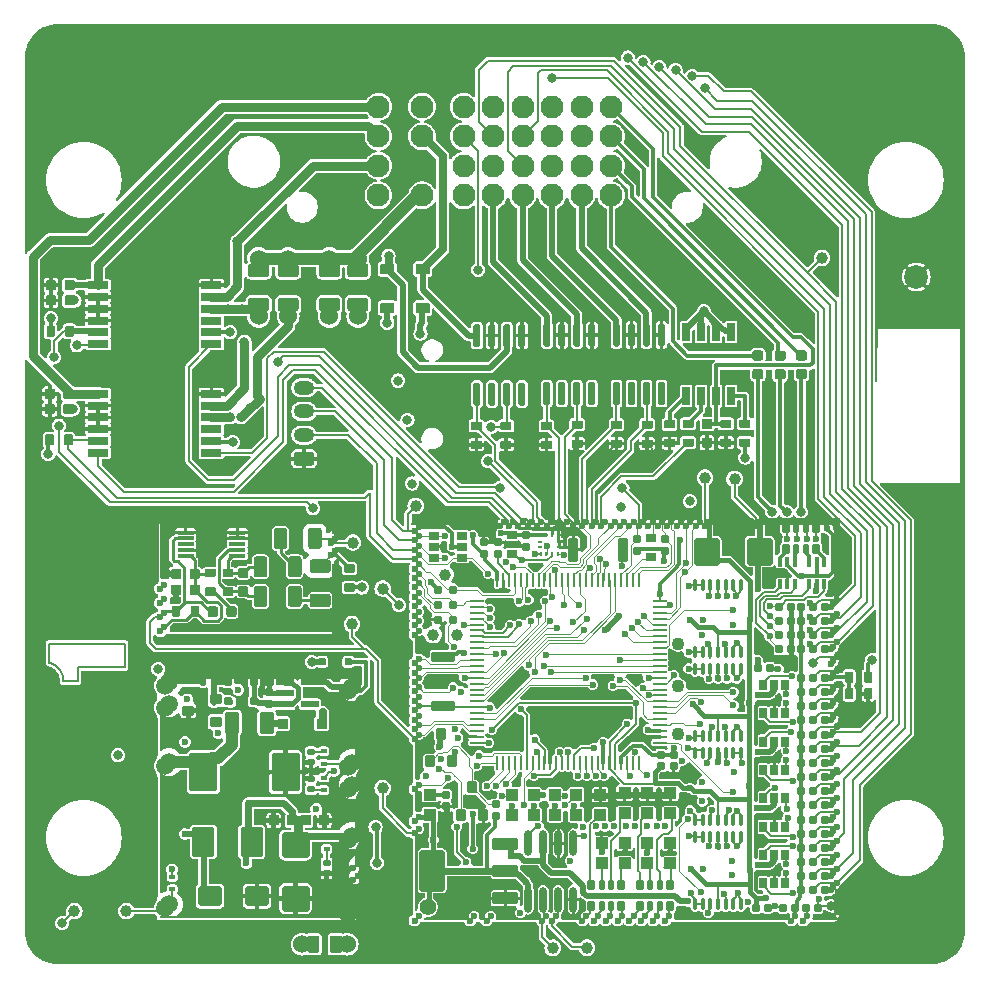
<source format=gtl>
G75*
G70*
%OFA0B0*%
%FSLAX25Y25*%
%IPPOS*%
%LPD*%
%AMOC8*
5,1,8,0,0,1.08239X$1,22.5*
%
%AMM100*
21,1,0.035430,0.030320,-0.000000,0.000000,0.000000*
21,1,0.028350,0.037400,-0.000000,0.000000,0.000000*
1,1,0.007090,0.014170,-0.015160*
1,1,0.007090,-0.014170,-0.015160*
1,1,0.007090,-0.014170,0.015160*
1,1,0.007090,0.014170,0.015160*
%
%AMM101*
21,1,0.043310,0.075980,-0.000000,0.000000,90.000000*
21,1,0.034650,0.084650,-0.000000,0.000000,90.000000*
1,1,0.008660,0.037990,0.017320*
1,1,0.008660,0.037990,-0.017320*
1,1,0.008660,-0.037990,-0.017320*
1,1,0.008660,-0.037990,0.017320*
%
%AMM102*
21,1,0.039370,0.035430,-0.000000,0.000000,90.000000*
21,1,0.031500,0.043310,-0.000000,0.000000,90.000000*
1,1,0.007870,0.017720,0.015750*
1,1,0.007870,0.017720,-0.015750*
1,1,0.007870,-0.017720,-0.015750*
1,1,0.007870,-0.017720,0.015750*
%
%AMM103*
21,1,0.027560,0.030710,-0.000000,0.000000,90.000000*
21,1,0.022050,0.036220,-0.000000,0.000000,90.000000*
1,1,0.005510,0.015350,0.011020*
1,1,0.005510,0.015350,-0.011020*
1,1,0.005510,-0.015350,-0.011020*
1,1,0.005510,-0.015350,0.011020*
%
%AMM104*
21,1,0.031500,0.072440,-0.000000,0.000000,90.000000*
21,1,0.025200,0.078740,-0.000000,0.000000,90.000000*
1,1,0.006300,0.036220,0.012600*
1,1,0.006300,0.036220,-0.012600*
1,1,0.006300,-0.036220,-0.012600*
1,1,0.006300,-0.036220,0.012600*
%
%AMM105*
21,1,0.137800,0.067720,-0.000000,0.000000,90.000000*
21,1,0.120870,0.084650,-0.000000,0.000000,90.000000*
1,1,0.016930,0.033860,0.060430*
1,1,0.016930,0.033860,-0.060430*
1,1,0.016930,-0.033860,-0.060430*
1,1,0.016930,-0.033860,0.060430*
%
%AMM106*
21,1,0.043310,0.075990,-0.000000,0.000000,90.000000*
21,1,0.034650,0.084650,-0.000000,0.000000,90.000000*
1,1,0.008660,0.037990,0.017320*
1,1,0.008660,0.037990,-0.017320*
1,1,0.008660,-0.037990,-0.017320*
1,1,0.008660,-0.037990,0.017320*
%
%AMM107*
21,1,0.086610,0.073230,-0.000000,0.000000,180.000000*
21,1,0.069290,0.090550,-0.000000,0.000000,180.000000*
1,1,0.017320,-0.034650,0.036610*
1,1,0.017320,0.034650,0.036610*
1,1,0.017320,0.034650,-0.036610*
1,1,0.017320,-0.034650,-0.036610*
%
%AMM36*
21,1,0.033470,0.026770,0.000000,0.000000,0.000000*
21,1,0.026770,0.033470,0.000000,0.000000,0.000000*
1,1,0.006690,0.013390,-0.013390*
1,1,0.006690,-0.013390,-0.013390*
1,1,0.006690,-0.013390,0.013390*
1,1,0.006690,0.013390,0.013390*
%
%AMM42*
21,1,0.035830,0.026770,0.000000,0.000000,0.000000*
21,1,0.029130,0.033470,0.000000,0.000000,0.000000*
1,1,0.006690,0.014570,-0.013390*
1,1,0.006690,-0.014570,-0.013390*
1,1,0.006690,-0.014570,0.013390*
1,1,0.006690,0.014570,0.013390*
%
%AMM44*
21,1,0.070870,0.036220,0.000000,0.000000,90.000000*
21,1,0.061810,0.045280,0.000000,0.000000,90.000000*
1,1,0.009060,0.018110,0.030910*
1,1,0.009060,0.018110,-0.030910*
1,1,0.009060,-0.018110,-0.030910*
1,1,0.009060,-0.018110,0.030910*
%
%AMM59*
21,1,0.086610,0.073230,0.000000,0.000000,270.000000*
21,1,0.069290,0.090550,0.000000,0.000000,270.000000*
1,1,0.017320,-0.036610,-0.034650*
1,1,0.017320,-0.036610,0.034650*
1,1,0.017320,0.036610,0.034650*
1,1,0.017320,0.036610,-0.034650*
%
%AMM60*
21,1,0.094490,0.111020,0.000000,0.000000,0.000000*
21,1,0.075590,0.129920,0.000000,0.000000,0.000000*
1,1,0.018900,0.037800,-0.055510*
1,1,0.018900,-0.037800,-0.055510*
1,1,0.018900,-0.037800,0.055510*
1,1,0.018900,0.037800,0.055510*
%
%AMM61*
21,1,0.074800,0.083460,0.000000,0.000000,0.000000*
21,1,0.059840,0.098430,0.000000,0.000000,0.000000*
1,1,0.014960,0.029920,-0.041730*
1,1,0.014960,-0.029920,-0.041730*
1,1,0.014960,-0.029920,0.041730*
1,1,0.014960,0.029920,0.041730*
%
%AMM62*
21,1,0.078740,0.053540,0.000000,0.000000,180.000000*
21,1,0.065350,0.066930,0.000000,0.000000,180.000000*
1,1,0.013390,-0.032680,0.026770*
1,1,0.013390,0.032680,0.026770*
1,1,0.013390,0.032680,-0.026770*
1,1,0.013390,-0.032680,-0.026770*
%
%AMM63*
21,1,0.035430,0.030320,0.000000,0.000000,90.000000*
21,1,0.028350,0.037400,0.000000,0.000000,90.000000*
1,1,0.007090,0.015160,0.014170*
1,1,0.007090,0.015160,-0.014170*
1,1,0.007090,-0.015160,-0.014170*
1,1,0.007090,-0.015160,0.014170*
%
%AMM64*
21,1,0.021650,0.052760,0.000000,0.000000,270.000000*
21,1,0.017320,0.057090,0.000000,0.000000,270.000000*
1,1,0.004330,-0.026380,-0.008660*
1,1,0.004330,-0.026380,0.008660*
1,1,0.004330,0.026380,0.008660*
1,1,0.004330,0.026380,-0.008660*
%
%AMM65*
21,1,0.015750,0.016540,0.000000,0.000000,270.000000*
21,1,0.012600,0.019680,0.000000,0.000000,270.000000*
1,1,0.003150,-0.008270,-0.006300*
1,1,0.003150,-0.008270,0.006300*
1,1,0.003150,0.008270,0.006300*
1,1,0.003150,0.008270,-0.006300*
%
%AMM66*
21,1,0.023620,0.018900,0.000000,0.000000,90.000000*
21,1,0.018900,0.023620,0.000000,0.000000,90.000000*
1,1,0.004720,0.009450,0.009450*
1,1,0.004720,0.009450,-0.009450*
1,1,0.004720,-0.009450,-0.009450*
1,1,0.004720,-0.009450,0.009450*
%
%AMM67*
21,1,0.019680,0.019680,0.000000,0.000000,0.000000*
21,1,0.015750,0.023620,0.000000,0.000000,0.000000*
1,1,0.003940,0.007870,-0.009840*
1,1,0.003940,-0.007870,-0.009840*
1,1,0.003940,-0.007870,0.009840*
1,1,0.003940,0.007870,0.009840*
%
%AMM68*
21,1,0.019680,0.019680,0.000000,0.000000,270.000000*
21,1,0.015750,0.023620,0.000000,0.000000,270.000000*
1,1,0.003940,-0.009840,-0.007870*
1,1,0.003940,-0.009840,0.007870*
1,1,0.003940,0.009840,0.007870*
1,1,0.003940,0.009840,-0.007870*
%
%AMM92*
21,1,0.025590,0.026380,-0.000000,0.000000,0.000000*
21,1,0.020470,0.031500,-0.000000,0.000000,0.000000*
1,1,0.005120,0.010240,-0.013190*
1,1,0.005120,-0.010240,-0.013190*
1,1,0.005120,-0.010240,0.013190*
1,1,0.005120,0.010240,0.013190*
%
%AMM93*
21,1,0.017720,0.027950,-0.000000,0.000000,0.000000*
21,1,0.014170,0.031500,-0.000000,0.000000,0.000000*
1,1,0.003540,0.007090,-0.013980*
1,1,0.003540,-0.007090,-0.013980*
1,1,0.003540,-0.007090,0.013980*
1,1,0.003540,0.007090,0.013980*
%
%AMM94*
21,1,0.012600,0.028980,-0.000000,0.000000,180.000000*
21,1,0.010080,0.031500,-0.000000,0.000000,180.000000*
1,1,0.002520,-0.005040,0.014490*
1,1,0.002520,0.005040,0.014490*
1,1,0.002520,0.005040,-0.014490*
1,1,0.002520,-0.005040,-0.014490*
%
%AMM95*
21,1,0.023620,0.030710,-0.000000,0.000000,270.000000*
21,1,0.018900,0.035430,-0.000000,0.000000,270.000000*
1,1,0.004720,-0.015350,-0.009450*
1,1,0.004720,-0.015350,0.009450*
1,1,0.004720,0.015350,0.009450*
1,1,0.004720,0.015350,-0.009450*
%
%AMM96*
21,1,0.027560,0.018900,-0.000000,0.000000,180.000000*
21,1,0.022840,0.023620,-0.000000,0.000000,180.000000*
1,1,0.004720,-0.011420,0.009450*
1,1,0.004720,0.011420,0.009450*
1,1,0.004720,0.011420,-0.009450*
1,1,0.004720,-0.011420,-0.009450*
%
%AMM97*
21,1,0.031500,0.072440,-0.000000,0.000000,180.000000*
21,1,0.025200,0.078740,-0.000000,0.000000,180.000000*
1,1,0.006300,-0.012600,0.036220*
1,1,0.006300,0.012600,0.036220*
1,1,0.006300,0.012600,-0.036220*
1,1,0.006300,-0.012600,-0.036220*
%
%AMM98*
21,1,0.027560,0.018900,-0.000000,0.000000,270.000000*
21,1,0.022840,0.023620,-0.000000,0.000000,270.000000*
1,1,0.004720,-0.009450,-0.011420*
1,1,0.004720,-0.009450,0.011420*
1,1,0.004720,0.009450,0.011420*
1,1,0.004720,0.009450,-0.011420*
%
%AMM99*
21,1,0.023620,0.030710,-0.000000,0.000000,0.000000*
21,1,0.018900,0.035430,-0.000000,0.000000,0.000000*
1,1,0.004720,0.009450,-0.015350*
1,1,0.004720,-0.009450,-0.015350*
1,1,0.004720,-0.009450,0.015350*
1,1,0.004720,0.009450,0.015350*
%
%ADD10C,0.00787*%
%ADD100C,0.00492*%
%ADD101C,0.01575*%
%ADD102C,0.01260*%
%ADD103C,0.04331*%
%ADD104C,0.03900*%
%ADD105C,0.05512*%
%ADD11C,0.03937*%
%ADD12C,0.06000*%
%ADD13R,0.02559X0.06004*%
%ADD138M36*%
%ADD14R,0.06890X0.02559*%
%ADD147M42*%
%ADD15R,0.16929X0.31102*%
%ADD152M44*%
%ADD16O,0.06890X0.04724*%
%ADD17C,0.02362*%
%ADD173R,0.05512X0.01181*%
%ADD175M59*%
%ADD176M60*%
%ADD177M61*%
%ADD178M62*%
%ADD179M63*%
%ADD18R,0.14567X0.00787*%
%ADD180M64*%
%ADD181M65*%
%ADD182M66*%
%ADD183M67*%
%ADD184M68*%
%ADD185O,0.00787X0.40158*%
%ADD19R,0.01575X0.00787*%
%ADD20R,0.06299X0.00787*%
%ADD21R,0.38189X0.00787*%
%ADD213M92*%
%ADD214M93*%
%ADD215M94*%
%ADD216O,0.01181X0.04331*%
%ADD217M95*%
%ADD218M96*%
%ADD219M97*%
%ADD22R,0.09055X0.00787*%
%ADD220M98*%
%ADD221M99*%
%ADD222M100*%
%ADD223O,0.02362X0.08661*%
%ADD224M101*%
%ADD225M102*%
%ADD226M103*%
%ADD227M104*%
%ADD228M105*%
%ADD229M106*%
%ADD23R,0.00787X0.05512*%
%ADD230M107*%
%ADD24R,0.00787X0.25197*%
%ADD25R,0.00787X0.06693*%
%ADD26R,0.00787X0.12992*%
%ADD27R,0.27559X0.00787*%
%ADD28R,0.12992X0.00787*%
%ADD29R,0.24803X0.00787*%
%ADD30C,0.07677*%
%ADD31R,0.00984X0.24350*%
%ADD32R,0.00984X0.04390*%
%ADD33R,0.56201X0.00984*%
%ADD34R,0.59449X0.00984*%
%ADD35R,0.00984X0.20374*%
%ADD36C,0.07874*%
%ADD37C,0.05906*%
%ADD38O,0.00787X0.12992*%
%ADD39O,0.00787X0.40157*%
%ADD40O,0.00787X0.01181*%
%ADD41O,0.66929X0.00787*%
%ADD42O,0.60630X0.00787*%
%ADD43O,0.00787X0.18898*%
%ADD44O,0.00787X0.10236*%
%ADD45O,0.00787X0.03937*%
%ADD46O,0.00787X0.05906*%
%ADD47C,0.03150*%
%ADD48C,0.01969*%
%ADD49C,0.00591*%
%ADD50C,0.01181*%
%ADD51C,0.02756*%
%ADD56C,0.00984*%
%ADD66C,0.01968*%
%ADD80O,0.04724X0.00866*%
%ADD81O,0.00866X0.04724*%
%ADD85R,0.01378X0.00984*%
%ADD86R,0.00984X0.01378*%
%ADD99C,0.03100*%
X0000000Y0000000D02*
%LPD*%
G01*
D10*
X0008952Y0107655D02*
X0008952Y0101355D01*
X0018401Y0099781D02*
X0034149Y0099781D01*
X0018401Y0095056D02*
X0013676Y0095056D01*
X0018401Y0095056D02*
X0018401Y0099781D01*
X0034149Y0107655D02*
X0008952Y0107655D01*
X0034149Y0099781D02*
X0034149Y0107655D01*
X0008952Y0101355D02*
G75*
G02*
X0013676Y0095056I-001508J-006052D01*
G01*
G36*
G01*
X0152874Y0172533D02*
X0149803Y0172533D01*
G75*
G02*
X0149528Y0172809I0000000J0000276D01*
G01*
X0149528Y0175013D01*
G75*
G02*
X0149803Y0175289I0000276J0000000D01*
G01*
X0152874Y0175289D01*
G75*
G02*
X0153150Y0175013I0000000J-000276D01*
G01*
X0153150Y0172809D01*
G75*
G02*
X0152874Y0172533I-000276J0000000D01*
G01*
G37*
G36*
G01*
X0152874Y0178832D02*
X0149803Y0178832D01*
G75*
G02*
X0149528Y0179108I0000000J0000276D01*
G01*
X0149528Y0181313D01*
G75*
G02*
X0149803Y0181588I0000276J0000000D01*
G01*
X0152874Y0181588D01*
G75*
G02*
X0153150Y0181313I0000000J-000276D01*
G01*
X0153150Y0179108D01*
G75*
G02*
X0152874Y0178832I-000276J0000000D01*
G01*
G37*
D11*
X0110236Y0141339D03*
G36*
G01*
X0229547Y0172972D02*
X0226870Y0172972D01*
G75*
G02*
X0226535Y0173307I0000000J0000335D01*
G01*
X0226535Y0175984D01*
G75*
G02*
X0226870Y0176319I0000335J0000000D01*
G01*
X0229547Y0176319D01*
G75*
G02*
X0229882Y0175984I0000000J-000335D01*
G01*
X0229882Y0173307D01*
G75*
G02*
X0229547Y0172972I-000335J0000000D01*
G01*
G37*
G36*
G01*
X0229547Y0179193D02*
X0226870Y0179193D01*
G75*
G02*
X0226535Y0179528I0000000J0000335D01*
G01*
X0226535Y0182205D01*
G75*
G02*
X0226870Y0182539I0000335J0000000D01*
G01*
X0229547Y0182539D01*
G75*
G02*
X0229882Y0182205I0000000J-000335D01*
G01*
X0229882Y0179528D01*
G75*
G02*
X0229547Y0179193I-000335J0000000D01*
G01*
G37*
G36*
G01*
X0007461Y0189606D02*
X0007461Y0192283D01*
G75*
G02*
X0007795Y0192618I0000335J0000000D01*
G01*
X0010472Y0192618D01*
G75*
G02*
X0010807Y0192283I0000000J-000335D01*
G01*
X0010807Y0189606D01*
G75*
G02*
X0010472Y0189272I-000335J0000000D01*
G01*
X0007795Y0189272D01*
G75*
G02*
X0007461Y0189606I0000000J0000335D01*
G01*
G37*
G36*
G01*
X0013681Y0189606D02*
X0013681Y0192283D01*
G75*
G02*
X0014016Y0192618I0000335J0000000D01*
G01*
X0016693Y0192618D01*
G75*
G02*
X0017028Y0192283I0000000J-000335D01*
G01*
X0017028Y0189606D01*
G75*
G02*
X0016693Y0189272I-000335J0000000D01*
G01*
X0014016Y0189272D01*
G75*
G02*
X0013681Y0189606I0000000J0000335D01*
G01*
G37*
G36*
G01*
X0283268Y0092480D02*
X0283268Y0089409D01*
G75*
G02*
X0282992Y0089134I-000276J0000000D01*
G01*
X0280787Y0089134D01*
G75*
G02*
X0280512Y0089409I0000000J0000276D01*
G01*
X0280512Y0092480D01*
G75*
G02*
X0280787Y0092756I0000276J0000000D01*
G01*
X0282992Y0092756D01*
G75*
G02*
X0283268Y0092480I0000000J-000276D01*
G01*
G37*
G36*
G01*
X0276968Y0092480D02*
X0276968Y0089409D01*
G75*
G02*
X0276693Y0089134I-000276J0000000D01*
G01*
X0274488Y0089134D01*
G75*
G02*
X0274213Y0089409I0000000J0000276D01*
G01*
X0274213Y0092480D01*
G75*
G02*
X0274488Y0092756I0000276J0000000D01*
G01*
X0276693Y0092756D01*
G75*
G02*
X0276968Y0092480I0000000J-000276D01*
G01*
G37*
D12*
X0111811Y0236024D03*
G36*
G01*
X0108268Y0230728D02*
X0108268Y0233445D01*
G75*
G02*
X0109173Y0234350I0000906J0000000D01*
G01*
X0114449Y0234350D01*
G75*
G02*
X0115354Y0233445I0000000J-000906D01*
G01*
X0115354Y0230728D01*
G75*
G02*
X0114449Y0229823I-000906J0000000D01*
G01*
X0109173Y0229823D01*
G75*
G02*
X0108268Y0230728I0000000J0000906D01*
G01*
G37*
G36*
G01*
X0108268Y0219311D02*
X0108268Y0222027D01*
G75*
G02*
X0109173Y0222933I0000906J0000000D01*
G01*
X0114449Y0222933D01*
G75*
G02*
X0115354Y0222027I0000000J-000906D01*
G01*
X0115354Y0219311D01*
G75*
G02*
X0114449Y0218405I-000906J0000000D01*
G01*
X0109173Y0218405D01*
G75*
G02*
X0108268Y0219311I0000000J0000906D01*
G01*
G37*
X0111811Y0216732D03*
D11*
X0017323Y0018504D03*
G36*
G01*
X0198602Y0187205D02*
X0197421Y0187205D01*
G75*
G02*
X0196831Y0187795I0000000J0000591D01*
G01*
X0196831Y0194291D01*
G75*
G02*
X0197421Y0194882I0000591J0000000D01*
G01*
X0198602Y0194882D01*
G75*
G02*
X0199193Y0194291I0000000J-000591D01*
G01*
X0199193Y0187795D01*
G75*
G02*
X0198602Y0187205I-000591J0000000D01*
G01*
G37*
G36*
G01*
X0203602Y0187205D02*
X0202421Y0187205D01*
G75*
G02*
X0201831Y0187795I0000000J0000591D01*
G01*
X0201831Y0194291D01*
G75*
G02*
X0202421Y0194882I0000591J0000000D01*
G01*
X0203602Y0194882D01*
G75*
G02*
X0204193Y0194291I0000000J-000591D01*
G01*
X0204193Y0187795D01*
G75*
G02*
X0203602Y0187205I-000591J0000000D01*
G01*
G37*
G36*
G01*
X0208602Y0187205D02*
X0207421Y0187205D01*
G75*
G02*
X0206831Y0187795I0000000J0000591D01*
G01*
X0206831Y0194291D01*
G75*
G02*
X0207421Y0194882I0000591J0000000D01*
G01*
X0208602Y0194882D01*
G75*
G02*
X0209193Y0194291I0000000J-000591D01*
G01*
X0209193Y0187795D01*
G75*
G02*
X0208602Y0187205I-000591J0000000D01*
G01*
G37*
G36*
G01*
X0213602Y0187205D02*
X0212421Y0187205D01*
G75*
G02*
X0211831Y0187795I0000000J0000591D01*
G01*
X0211831Y0194291D01*
G75*
G02*
X0212421Y0194882I0000591J0000000D01*
G01*
X0213602Y0194882D01*
G75*
G02*
X0214193Y0194291I0000000J-000591D01*
G01*
X0214193Y0187795D01*
G75*
G02*
X0213602Y0187205I-000591J0000000D01*
G01*
G37*
G36*
G01*
X0213602Y0206693D02*
X0212421Y0206693D01*
G75*
G02*
X0211831Y0207283I0000000J0000591D01*
G01*
X0211831Y0213779D01*
G75*
G02*
X0212421Y0214370I0000591J0000000D01*
G01*
X0213602Y0214370D01*
G75*
G02*
X0214193Y0213779I0000000J-000591D01*
G01*
X0214193Y0207283D01*
G75*
G02*
X0213602Y0206693I-000591J0000000D01*
G01*
G37*
G36*
G01*
X0208602Y0206693D02*
X0207421Y0206693D01*
G75*
G02*
X0206831Y0207283I0000000J0000591D01*
G01*
X0206831Y0213779D01*
G75*
G02*
X0207421Y0214370I0000591J0000000D01*
G01*
X0208602Y0214370D01*
G75*
G02*
X0209193Y0213779I0000000J-000591D01*
G01*
X0209193Y0207283D01*
G75*
G02*
X0208602Y0206693I-000591J0000000D01*
G01*
G37*
G36*
G01*
X0203602Y0206693D02*
X0202421Y0206693D01*
G75*
G02*
X0201831Y0207283I0000000J0000591D01*
G01*
X0201831Y0213779D01*
G75*
G02*
X0202421Y0214370I0000591J0000000D01*
G01*
X0203602Y0214370D01*
G75*
G02*
X0204193Y0213779I0000000J-000591D01*
G01*
X0204193Y0207283D01*
G75*
G02*
X0203602Y0206693I-000591J0000000D01*
G01*
G37*
G36*
G01*
X0198602Y0206693D02*
X0197421Y0206693D01*
G75*
G02*
X0196831Y0207283I0000000J0000591D01*
G01*
X0196831Y0213779D01*
G75*
G02*
X0197421Y0214370I0000591J0000000D01*
G01*
X0198602Y0214370D01*
G75*
G02*
X0199193Y0213779I0000000J-000591D01*
G01*
X0199193Y0207283D01*
G75*
G02*
X0198602Y0206693I-000591J0000000D01*
G01*
G37*
D13*
X0221240Y0190209D03*
X0226240Y0190209D03*
X0231240Y0190209D03*
X0236240Y0190209D03*
X0236240Y0211563D03*
X0231240Y0211563D03*
X0226240Y0211563D03*
X0221240Y0211563D03*
G36*
G01*
X0016732Y0177126D02*
X0016732Y0174055D01*
G75*
G02*
X0016457Y0173779I-000276J0000000D01*
G01*
X0014252Y0173779D01*
G75*
G02*
X0013976Y0174055I0000000J0000276D01*
G01*
X0013976Y0177126D01*
G75*
G02*
X0014252Y0177402I0000276J0000000D01*
G01*
X0016457Y0177402D01*
G75*
G02*
X0016732Y0177126I0000000J-000276D01*
G01*
G37*
G36*
G01*
X0010433Y0177126D02*
X0010433Y0174055D01*
G75*
G02*
X0010157Y0173779I-000276J0000000D01*
G01*
X0007953Y0173779D01*
G75*
G02*
X0007677Y0174055I0000000J0000276D01*
G01*
X0007677Y0177126D01*
G75*
G02*
X0007953Y0177402I0000276J0000000D01*
G01*
X0010157Y0177402D01*
G75*
G02*
X0010433Y0177126I0000000J-000276D01*
G01*
G37*
G36*
G01*
X0007854Y0225827D02*
X0007854Y0228504D01*
G75*
G02*
X0008189Y0228839I0000335J0000000D01*
G01*
X0010866Y0228839D01*
G75*
G02*
X0011201Y0228504I0000000J-000335D01*
G01*
X0011201Y0225827D01*
G75*
G02*
X0010866Y0225492I-000335J0000000D01*
G01*
X0008189Y0225492D01*
G75*
G02*
X0007854Y0225827I0000000J0000335D01*
G01*
G37*
G36*
G01*
X0014075Y0225827D02*
X0014075Y0228504D01*
G75*
G02*
X0014409Y0228839I0000335J0000000D01*
G01*
X0017087Y0228839D01*
G75*
G02*
X0017421Y0228504I0000000J-000335D01*
G01*
X0017421Y0225827D01*
G75*
G02*
X0017087Y0225492I-000335J0000000D01*
G01*
X0014409Y0225492D01*
G75*
G02*
X0014075Y0225827I0000000J0000335D01*
G01*
G37*
G36*
G01*
X0274213Y0094921D02*
X0274213Y0097992D01*
G75*
G02*
X0274488Y0098268I0000276J0000000D01*
G01*
X0276693Y0098268D01*
G75*
G02*
X0276968Y0097992I0000000J-000276D01*
G01*
X0276968Y0094921D01*
G75*
G02*
X0276693Y0094646I-000276J0000000D01*
G01*
X0274488Y0094646D01*
G75*
G02*
X0274213Y0094921I0000000J0000276D01*
G01*
G37*
G36*
G01*
X0280512Y0094921D02*
X0280512Y0097992D01*
G75*
G02*
X0280787Y0098268I0000276J0000000D01*
G01*
X0282992Y0098268D01*
G75*
G02*
X0283268Y0097992I0000000J-000276D01*
G01*
X0283268Y0094921D01*
G75*
G02*
X0282992Y0094646I-000276J0000000D01*
G01*
X0280787Y0094646D01*
G75*
G02*
X0280512Y0094921I0000000J0000276D01*
G01*
G37*
D11*
X0034646Y0018504D03*
D14*
X0062992Y0171260D03*
X0062992Y0175197D03*
X0062992Y0179134D03*
X0062992Y0183071D03*
X0062992Y0187008D03*
X0062992Y0190945D03*
X0025197Y0190945D03*
X0025197Y0187008D03*
X0025197Y0183071D03*
X0025197Y0179134D03*
X0025197Y0175197D03*
X0025197Y0171260D03*
D15*
X0044094Y0181102D03*
G36*
G01*
X0109600Y0100443D02*
X0107711Y0100443D01*
G75*
G02*
X0107474Y0100679I0000000J0000236D01*
G01*
X0107474Y0102569D01*
G75*
G02*
X0107711Y0102805I0000236J0000000D01*
G01*
X0109600Y0102805D01*
G75*
G02*
X0109837Y0102569I0000000J-000236D01*
G01*
X0109837Y0100679D01*
G75*
G02*
X0109600Y0100443I-000236J0000000D01*
G01*
G37*
G36*
G01*
X0100939Y0100443D02*
X0099049Y0100443D01*
G75*
G02*
X0098813Y0100679I0000000J0000236D01*
G01*
X0098813Y0102569D01*
G75*
G02*
X0099049Y0102805I0000236J0000000D01*
G01*
X0100939Y0102805D01*
G75*
G02*
X0101175Y0102569I0000000J-000236D01*
G01*
X0101175Y0100679D01*
G75*
G02*
X0100939Y0100443I-000236J0000000D01*
G01*
G37*
D11*
X0227559Y0162992D03*
G36*
G01*
X0007461Y0184488D02*
X0007461Y0187165D01*
G75*
G02*
X0007795Y0187500I0000335J0000000D01*
G01*
X0010472Y0187500D01*
G75*
G02*
X0010807Y0187165I0000000J-000335D01*
G01*
X0010807Y0184488D01*
G75*
G02*
X0010472Y0184153I-000335J0000000D01*
G01*
X0007795Y0184153D01*
G75*
G02*
X0007461Y0184488I0000000J0000335D01*
G01*
G37*
G36*
G01*
X0013681Y0184488D02*
X0013681Y0187165D01*
G75*
G02*
X0014016Y0187500I0000335J0000000D01*
G01*
X0016693Y0187500D01*
G75*
G02*
X0017028Y0187165I0000000J-000335D01*
G01*
X0017028Y0184488D01*
G75*
G02*
X0016693Y0184153I-000335J0000000D01*
G01*
X0014016Y0184153D01*
G75*
G02*
X0013681Y0184488I0000000J0000335D01*
G01*
G37*
G36*
G01*
X0110591Y0125000D02*
X0107520Y0125000D01*
G75*
G02*
X0107244Y0125276I0000000J0000276D01*
G01*
X0107244Y0127480D01*
G75*
G02*
X0107520Y0127756I0000276J0000000D01*
G01*
X0110591Y0127756D01*
G75*
G02*
X0110866Y0127480I0000000J-000276D01*
G01*
X0110866Y0125276D01*
G75*
G02*
X0110591Y0125000I-000276J0000000D01*
G01*
G37*
G36*
G01*
X0110591Y0131299D02*
X0107520Y0131299D01*
G75*
G02*
X0107244Y0131575I0000000J0000276D01*
G01*
X0107244Y0133779D01*
G75*
G02*
X0107520Y0134055I0000276J0000000D01*
G01*
X0110591Y0134055D01*
G75*
G02*
X0110866Y0133779I0000000J-000276D01*
G01*
X0110866Y0131575D01*
G75*
G02*
X0110591Y0131299I-000276J0000000D01*
G01*
G37*
G36*
G01*
X0096358Y0166929D02*
X0091437Y0166929D01*
G75*
G02*
X0090453Y0167913I0000000J0000984D01*
G01*
X0090453Y0170669D01*
G75*
G02*
X0091437Y0171653I0000984J0000000D01*
G01*
X0096358Y0171653D01*
G75*
G02*
X0097342Y0170669I0000000J-000984D01*
G01*
X0097342Y0167913D01*
G75*
G02*
X0096358Y0166929I-000984J0000000D01*
G01*
G37*
D16*
X0093898Y0177165D03*
X0093898Y0185039D03*
X0093898Y0192913D03*
D17*
X0244488Y0146850D03*
X0227559Y0146850D03*
X0224409Y0146850D03*
X0221260Y0146850D03*
X0218110Y0146850D03*
X0214961Y0146850D03*
X0211811Y0146850D03*
X0208661Y0146850D03*
X0205512Y0146850D03*
X0202362Y0146850D03*
X0199213Y0146850D03*
X0196063Y0146850D03*
X0192913Y0146850D03*
X0189764Y0146850D03*
X0186614Y0146850D03*
X0183465Y0146850D03*
X0180315Y0146850D03*
X0174803Y0146850D03*
X0171653Y0146850D03*
X0168504Y0146850D03*
X0165354Y0146850D03*
X0162205Y0146850D03*
X0159055Y0146850D03*
D18*
X0139961Y0014567D03*
D19*
X0151968Y0014567D03*
D18*
X0163976Y0014567D03*
D20*
X0181496Y0014567D03*
D21*
X0235236Y0014567D03*
D22*
X0266732Y0014567D03*
D23*
X0270866Y0021654D03*
D24*
X0129921Y0029921D03*
D25*
X0129921Y0053740D03*
D26*
X0129921Y0067520D03*
D23*
X0129921Y0105905D03*
D24*
X0270866Y0135433D03*
D27*
X0143307Y0147638D03*
D19*
X0177559Y0147638D03*
D28*
X0236024Y0147638D03*
D29*
X0258858Y0147638D03*
D17*
X0130709Y0145276D03*
X0130709Y0142126D03*
X0130709Y0138976D03*
X0130709Y0135827D03*
X0130709Y0132677D03*
X0130709Y0129528D03*
X0130709Y0126378D03*
X0130709Y0123228D03*
X0130709Y0120079D03*
X0130709Y0116929D03*
X0130709Y0113780D03*
X0130709Y0110630D03*
X0130709Y0101181D03*
X0130709Y0098031D03*
X0130709Y0094882D03*
X0130709Y0091732D03*
X0130709Y0088583D03*
X0130709Y0085433D03*
X0130709Y0082283D03*
X0130709Y0079134D03*
X0130709Y0075984D03*
X0130709Y0059055D03*
X0130709Y0048425D03*
X0130709Y0044488D03*
X0130709Y0015354D03*
X0270079Y0120866D03*
X0270079Y0116142D03*
X0270079Y0111417D03*
X0270079Y0106693D03*
X0270079Y0101968D03*
X0270079Y0097244D03*
X0270079Y0092520D03*
X0270079Y0087795D03*
X0270079Y0083071D03*
X0270079Y0078346D03*
X0270079Y0073622D03*
X0270079Y0068898D03*
X0270079Y0064173D03*
X0270079Y0059449D03*
X0270079Y0054724D03*
X0270079Y0050000D03*
X0270079Y0045276D03*
X0270079Y0040551D03*
X0270079Y0035827D03*
X0270079Y0031102D03*
X0270079Y0026378D03*
X0270079Y0016929D03*
X0260236Y0015354D03*
X0256299Y0015354D03*
X0214173Y0015354D03*
X0210236Y0015354D03*
X0206299Y0015354D03*
X0202362Y0015354D03*
X0198425Y0015354D03*
X0194488Y0015354D03*
X0190551Y0015354D03*
X0186614Y0015354D03*
X0176378Y0015354D03*
X0173228Y0015354D03*
X0154724Y0015354D03*
X0149213Y0015354D03*
G36*
G01*
X0209803Y0172933D02*
X0206732Y0172933D01*
G75*
G02*
X0206457Y0173209I0000000J0000276D01*
G01*
X0206457Y0175413D01*
G75*
G02*
X0206732Y0175689I0000276J0000000D01*
G01*
X0209803Y0175689D01*
G75*
G02*
X0210079Y0175413I0000000J-000276D01*
G01*
X0210079Y0173209D01*
G75*
G02*
X0209803Y0172933I-000276J0000000D01*
G01*
G37*
G36*
G01*
X0209803Y0179232D02*
X0206732Y0179232D01*
G75*
G02*
X0206457Y0179508I0000000J0000276D01*
G01*
X0206457Y0181713D01*
G75*
G02*
X0206732Y0181988I0000276J0000000D01*
G01*
X0209803Y0181988D01*
G75*
G02*
X0210079Y0181713I0000000J-000276D01*
G01*
X0210079Y0179508D01*
G75*
G02*
X0209803Y0179232I-000276J0000000D01*
G01*
G37*
D11*
X0109842Y0114173D03*
G36*
G01*
X0217283Y0173130D02*
X0214213Y0173130D01*
G75*
G02*
X0213937Y0173405I0000000J0000276D01*
G01*
X0213937Y0175610D01*
G75*
G02*
X0214213Y0175886I0000276J0000000D01*
G01*
X0217283Y0175886D01*
G75*
G02*
X0217559Y0175610I0000000J-000276D01*
G01*
X0217559Y0173405D01*
G75*
G02*
X0217283Y0173130I-000276J0000000D01*
G01*
G37*
G36*
G01*
X0217283Y0179429D02*
X0214213Y0179429D01*
G75*
G02*
X0213937Y0179705I0000000J0000276D01*
G01*
X0213937Y0181909D01*
G75*
G02*
X0214213Y0182185I0000276J0000000D01*
G01*
X0217283Y0182185D01*
G75*
G02*
X0217559Y0181909I0000000J-000276D01*
G01*
X0217559Y0179705D01*
G75*
G02*
X0217283Y0179429I-000276J0000000D01*
G01*
G37*
G36*
G01*
X0176260Y0172539D02*
X0173189Y0172539D01*
G75*
G02*
X0172913Y0172815I0000000J0000276D01*
G01*
X0172913Y0175020D01*
G75*
G02*
X0173189Y0175295I0000276J0000000D01*
G01*
X0176260Y0175295D01*
G75*
G02*
X0176535Y0175020I0000000J-000276D01*
G01*
X0176535Y0172815D01*
G75*
G02*
X0176260Y0172539I-000276J0000000D01*
G01*
G37*
G36*
G01*
X0176260Y0178839D02*
X0173189Y0178839D01*
G75*
G02*
X0172913Y0179114I0000000J0000276D01*
G01*
X0172913Y0181319D01*
G75*
G02*
X0173189Y0181594I0000276J0000000D01*
G01*
X0176260Y0181594D01*
G75*
G02*
X0176535Y0181319I0000000J-000276D01*
G01*
X0176535Y0179114D01*
G75*
G02*
X0176260Y0178839I-000276J0000000D01*
G01*
G37*
X0120079Y0125984D03*
D30*
X0196260Y0257087D03*
X0196260Y0266929D03*
X0196260Y0276772D03*
X0196260Y0286614D03*
X0186417Y0257087D03*
X0186417Y0266929D03*
X0186417Y0276772D03*
X0186417Y0286614D03*
X0176575Y0257087D03*
X0176575Y0266929D03*
X0176575Y0276772D03*
X0176575Y0286614D03*
X0166732Y0257087D03*
X0166732Y0266929D03*
X0166732Y0276772D03*
X0166732Y0286614D03*
X0156890Y0257087D03*
X0156890Y0266929D03*
X0156890Y0276772D03*
X0156890Y0286614D03*
X0147047Y0257087D03*
X0147047Y0266929D03*
X0147047Y0276772D03*
X0147047Y0286614D03*
X0133268Y0257087D03*
X0133268Y0266929D03*
X0133268Y0276772D03*
X0133268Y0286614D03*
X0118701Y0257087D03*
X0118701Y0266929D03*
X0118701Y0276772D03*
X0118701Y0286614D03*
D14*
X0062992Y0207480D03*
X0062992Y0211417D03*
X0062992Y0215354D03*
X0062992Y0219291D03*
X0062992Y0223228D03*
X0062992Y0227165D03*
X0025197Y0227165D03*
X0025197Y0223228D03*
X0025197Y0219291D03*
X0025197Y0215354D03*
X0025197Y0211417D03*
X0025197Y0207480D03*
D15*
X0044094Y0217323D03*
D11*
X0188189Y0006299D03*
X0176772Y0006299D03*
X0266535Y0236220D03*
G36*
G01*
X0251609Y0205364D02*
X0253627Y0205364D01*
G75*
G02*
X0254488Y0204503I0000000J-000861D01*
G01*
X0254488Y0202780D01*
G75*
G02*
X0253627Y0201919I-000861J0000000D01*
G01*
X0251609Y0201919D01*
G75*
G02*
X0250748Y0202780I0000000J0000861D01*
G01*
X0250748Y0204503D01*
G75*
G02*
X0251609Y0205364I0000861J0000000D01*
G01*
G37*
G36*
G01*
X0251609Y0199163D02*
X0253627Y0199163D01*
G75*
G02*
X0254488Y0198302I0000000J-000861D01*
G01*
X0254488Y0196580D01*
G75*
G02*
X0253627Y0195718I-000861J0000000D01*
G01*
X0251609Y0195718D01*
G75*
G02*
X0250748Y0196580I0000000J0000861D01*
G01*
X0250748Y0198302D01*
G75*
G02*
X0251609Y0199163I0000861J0000000D01*
G01*
G37*
G36*
G01*
X0152047Y0187008D02*
X0150866Y0187008D01*
G75*
G02*
X0150276Y0187598I0000000J0000591D01*
G01*
X0150276Y0194094D01*
G75*
G02*
X0150866Y0194685I0000591J0000000D01*
G01*
X0152047Y0194685D01*
G75*
G02*
X0152638Y0194094I0000000J-000591D01*
G01*
X0152638Y0187598D01*
G75*
G02*
X0152047Y0187008I-000591J0000000D01*
G01*
G37*
G36*
G01*
X0157047Y0187008D02*
X0155866Y0187008D01*
G75*
G02*
X0155276Y0187598I0000000J0000591D01*
G01*
X0155276Y0194094D01*
G75*
G02*
X0155866Y0194685I0000591J0000000D01*
G01*
X0157047Y0194685D01*
G75*
G02*
X0157638Y0194094I0000000J-000591D01*
G01*
X0157638Y0187598D01*
G75*
G02*
X0157047Y0187008I-000591J0000000D01*
G01*
G37*
G36*
G01*
X0162047Y0187008D02*
X0160866Y0187008D01*
G75*
G02*
X0160276Y0187598I0000000J0000591D01*
G01*
X0160276Y0194094D01*
G75*
G02*
X0160866Y0194685I0000591J0000000D01*
G01*
X0162047Y0194685D01*
G75*
G02*
X0162638Y0194094I0000000J-000591D01*
G01*
X0162638Y0187598D01*
G75*
G02*
X0162047Y0187008I-000591J0000000D01*
G01*
G37*
G36*
G01*
X0167047Y0187008D02*
X0165866Y0187008D01*
G75*
G02*
X0165276Y0187598I0000000J0000591D01*
G01*
X0165276Y0194094D01*
G75*
G02*
X0165866Y0194685I0000591J0000000D01*
G01*
X0167047Y0194685D01*
G75*
G02*
X0167638Y0194094I0000000J-000591D01*
G01*
X0167638Y0187598D01*
G75*
G02*
X0167047Y0187008I-000591J0000000D01*
G01*
G37*
G36*
G01*
X0167047Y0206496D02*
X0165866Y0206496D01*
G75*
G02*
X0165276Y0207087I0000000J0000591D01*
G01*
X0165276Y0213583D01*
G75*
G02*
X0165866Y0214173I0000591J0000000D01*
G01*
X0167047Y0214173D01*
G75*
G02*
X0167638Y0213583I0000000J-000591D01*
G01*
X0167638Y0207087D01*
G75*
G02*
X0167047Y0206496I-000591J0000000D01*
G01*
G37*
G36*
G01*
X0162047Y0206496D02*
X0160866Y0206496D01*
G75*
G02*
X0160276Y0207087I0000000J0000591D01*
G01*
X0160276Y0213583D01*
G75*
G02*
X0160866Y0214173I0000591J0000000D01*
G01*
X0162047Y0214173D01*
G75*
G02*
X0162638Y0213583I0000000J-000591D01*
G01*
X0162638Y0207087D01*
G75*
G02*
X0162047Y0206496I-000591J0000000D01*
G01*
G37*
G36*
G01*
X0157047Y0206496D02*
X0155866Y0206496D01*
G75*
G02*
X0155276Y0207087I0000000J0000591D01*
G01*
X0155276Y0213583D01*
G75*
G02*
X0155866Y0214173I0000591J0000000D01*
G01*
X0157047Y0214173D01*
G75*
G02*
X0157638Y0213583I0000000J-000591D01*
G01*
X0157638Y0207087D01*
G75*
G02*
X0157047Y0206496I-000591J0000000D01*
G01*
G37*
G36*
G01*
X0152047Y0206496D02*
X0150866Y0206496D01*
G75*
G02*
X0150276Y0207087I0000000J0000591D01*
G01*
X0150276Y0213583D01*
G75*
G02*
X0150866Y0214173I0000591J0000000D01*
G01*
X0152047Y0214173D01*
G75*
G02*
X0152638Y0213583I0000000J-000591D01*
G01*
X0152638Y0207087D01*
G75*
G02*
X0152047Y0206496I-000591J0000000D01*
G01*
G37*
D12*
X0088583Y0236024D03*
G36*
G01*
X0085039Y0230728D02*
X0085039Y0233445D01*
G75*
G02*
X0085945Y0234350I0000906J0000000D01*
G01*
X0091220Y0234350D01*
G75*
G02*
X0092126Y0233445I0000000J-000906D01*
G01*
X0092126Y0230728D01*
G75*
G02*
X0091220Y0229823I-000906J0000000D01*
G01*
X0085945Y0229823D01*
G75*
G02*
X0085039Y0230728I0000000J0000906D01*
G01*
G37*
G36*
G01*
X0085039Y0219311D02*
X0085039Y0222027D01*
G75*
G02*
X0085945Y0222933I0000906J0000000D01*
G01*
X0091220Y0222933D01*
G75*
G02*
X0092126Y0222027I0000000J-000906D01*
G01*
X0092126Y0219311D01*
G75*
G02*
X0091220Y0218405I-000906J0000000D01*
G01*
X0085945Y0218405D01*
G75*
G02*
X0085039Y0219311I0000000J0000906D01*
G01*
G37*
X0088583Y0216732D03*
D11*
X0237402Y0162598D03*
D12*
X0093287Y0007480D03*
G36*
G01*
X0095079Y0005020D02*
X0095079Y0009941D01*
G75*
G02*
X0095472Y0010335I0000394J0000000D01*
G01*
X0098622Y0010335D01*
G75*
G02*
X0099016Y0009941I0000000J-000394D01*
G01*
X0099016Y0005020D01*
G75*
G02*
X0098622Y0004626I-000394J0000000D01*
G01*
X0095472Y0004626D01*
G75*
G02*
X0095079Y0005020I0000000J0000394D01*
G01*
G37*
G36*
G01*
X0102559Y0005020D02*
X0102559Y0009941D01*
G75*
G02*
X0102953Y0010335I0000394J0000000D01*
G01*
X0106102Y0010335D01*
G75*
G02*
X0106496Y0009941I0000000J-000394D01*
G01*
X0106496Y0005020D01*
G75*
G02*
X0106102Y0004626I-000394J0000000D01*
G01*
X0102953Y0004626D01*
G75*
G02*
X0102559Y0005020I0000000J0000394D01*
G01*
G37*
X0108287Y0007480D03*
G36*
G01*
X0017126Y0213346D02*
X0017126Y0210276D01*
G75*
G02*
X0016850Y0210000I-000276J0000000D01*
G01*
X0014646Y0210000D01*
G75*
G02*
X0014370Y0210276I0000000J0000276D01*
G01*
X0014370Y0213346D01*
G75*
G02*
X0014646Y0213622I0000276J0000000D01*
G01*
X0016850Y0213622D01*
G75*
G02*
X0017126Y0213346I0000000J-000276D01*
G01*
G37*
G36*
G01*
X0010827Y0213346D02*
X0010827Y0210276D01*
G75*
G02*
X0010551Y0210000I-000276J0000000D01*
G01*
X0008346Y0210000D01*
G75*
G02*
X0008071Y0210276I0000000J0000276D01*
G01*
X0008071Y0213346D01*
G75*
G02*
X0008346Y0213622I0000276J0000000D01*
G01*
X0010551Y0213622D01*
G75*
G02*
X0010827Y0213346I0000000J-000276D01*
G01*
G37*
D11*
X0120079Y0059449D03*
G36*
G01*
X0123661Y0217716D02*
X0119646Y0217716D01*
G75*
G02*
X0119291Y0218071I0000000J0000354D01*
G01*
X0119291Y0220905D01*
G75*
G02*
X0119646Y0221260I0000354J0000000D01*
G01*
X0123661Y0221260D01*
G75*
G02*
X0124016Y0220905I0000000J-000354D01*
G01*
X0124016Y0218071D01*
G75*
G02*
X0123661Y0217716I-000354J0000000D01*
G01*
G37*
G36*
G01*
X0123661Y0230709D02*
X0119646Y0230709D01*
G75*
G02*
X0119291Y0231063I0000000J0000354D01*
G01*
X0119291Y0233898D01*
G75*
G02*
X0119646Y0234252I0000354J0000000D01*
G01*
X0123661Y0234252D01*
G75*
G02*
X0124016Y0233898I0000000J-000354D01*
G01*
X0124016Y0231063D01*
G75*
G02*
X0123661Y0230709I-000354J0000000D01*
G01*
G37*
D12*
X0078740Y0236024D03*
G36*
G01*
X0075197Y0230728D02*
X0075197Y0233445D01*
G75*
G02*
X0076102Y0234350I0000906J0000000D01*
G01*
X0081378Y0234350D01*
G75*
G02*
X0082283Y0233445I0000000J-000906D01*
G01*
X0082283Y0230728D01*
G75*
G02*
X0081378Y0229823I-000906J0000000D01*
G01*
X0076102Y0229823D01*
G75*
G02*
X0075197Y0230728I0000000J0000906D01*
G01*
G37*
G36*
G01*
X0075197Y0219311D02*
X0075197Y0222027D01*
G75*
G02*
X0076102Y0222933I0000906J0000000D01*
G01*
X0081378Y0222933D01*
G75*
G02*
X0082283Y0222027I0000000J-000906D01*
G01*
X0082283Y0219311D01*
G75*
G02*
X0081378Y0218405I-000906J0000000D01*
G01*
X0076102Y0218405D01*
G75*
G02*
X0075197Y0219311I0000000J0000906D01*
G01*
G37*
X0078740Y0216732D03*
D11*
X0131102Y0153543D03*
G36*
G01*
X0135472Y0217716D02*
X0131457Y0217716D01*
G75*
G02*
X0131102Y0218071I0000000J0000354D01*
G01*
X0131102Y0220905D01*
G75*
G02*
X0131457Y0221260I0000354J0000000D01*
G01*
X0135472Y0221260D01*
G75*
G02*
X0135827Y0220905I0000000J-000354D01*
G01*
X0135827Y0218071D01*
G75*
G02*
X0135472Y0217716I-000354J0000000D01*
G01*
G37*
G36*
G01*
X0135472Y0230709D02*
X0131457Y0230709D01*
G75*
G02*
X0131102Y0231063I0000000J0000354D01*
G01*
X0131102Y0233898D01*
G75*
G02*
X0131457Y0234252I0000354J0000000D01*
G01*
X0135472Y0234252D01*
G75*
G02*
X0135827Y0233898I0000000J-000354D01*
G01*
X0135827Y0231063D01*
G75*
G02*
X0135472Y0230709I-000354J0000000D01*
G01*
G37*
G36*
G01*
X0175374Y0187205D02*
X0174193Y0187205D01*
G75*
G02*
X0173602Y0187795I0000000J0000591D01*
G01*
X0173602Y0194291D01*
G75*
G02*
X0174193Y0194882I0000591J0000000D01*
G01*
X0175374Y0194882D01*
G75*
G02*
X0175965Y0194291I0000000J-000591D01*
G01*
X0175965Y0187795D01*
G75*
G02*
X0175374Y0187205I-000591J0000000D01*
G01*
G37*
G36*
G01*
X0180374Y0187205D02*
X0179193Y0187205D01*
G75*
G02*
X0178602Y0187795I0000000J0000591D01*
G01*
X0178602Y0194291D01*
G75*
G02*
X0179193Y0194882I0000591J0000000D01*
G01*
X0180374Y0194882D01*
G75*
G02*
X0180965Y0194291I0000000J-000591D01*
G01*
X0180965Y0187795D01*
G75*
G02*
X0180374Y0187205I-000591J0000000D01*
G01*
G37*
G36*
G01*
X0185374Y0187205D02*
X0184193Y0187205D01*
G75*
G02*
X0183602Y0187795I0000000J0000591D01*
G01*
X0183602Y0194291D01*
G75*
G02*
X0184193Y0194882I0000591J0000000D01*
G01*
X0185374Y0194882D01*
G75*
G02*
X0185965Y0194291I0000000J-000591D01*
G01*
X0185965Y0187795D01*
G75*
G02*
X0185374Y0187205I-000591J0000000D01*
G01*
G37*
G36*
G01*
X0190374Y0187205D02*
X0189193Y0187205D01*
G75*
G02*
X0188602Y0187795I0000000J0000591D01*
G01*
X0188602Y0194291D01*
G75*
G02*
X0189193Y0194882I0000591J0000000D01*
G01*
X0190374Y0194882D01*
G75*
G02*
X0190965Y0194291I0000000J-000591D01*
G01*
X0190965Y0187795D01*
G75*
G02*
X0190374Y0187205I-000591J0000000D01*
G01*
G37*
G36*
G01*
X0190374Y0206693D02*
X0189193Y0206693D01*
G75*
G02*
X0188602Y0207283I0000000J0000591D01*
G01*
X0188602Y0213779D01*
G75*
G02*
X0189193Y0214370I0000591J0000000D01*
G01*
X0190374Y0214370D01*
G75*
G02*
X0190965Y0213779I0000000J-000591D01*
G01*
X0190965Y0207283D01*
G75*
G02*
X0190374Y0206693I-000591J0000000D01*
G01*
G37*
G36*
G01*
X0185374Y0206693D02*
X0184193Y0206693D01*
G75*
G02*
X0183602Y0207283I0000000J0000591D01*
G01*
X0183602Y0213779D01*
G75*
G02*
X0184193Y0214370I0000591J0000000D01*
G01*
X0185374Y0214370D01*
G75*
G02*
X0185965Y0213779I0000000J-000591D01*
G01*
X0185965Y0207283D01*
G75*
G02*
X0185374Y0206693I-000591J0000000D01*
G01*
G37*
G36*
G01*
X0180374Y0206693D02*
X0179193Y0206693D01*
G75*
G02*
X0178602Y0207283I0000000J0000591D01*
G01*
X0178602Y0213779D01*
G75*
G02*
X0179193Y0214370I0000591J0000000D01*
G01*
X0180374Y0214370D01*
G75*
G02*
X0180965Y0213779I0000000J-000591D01*
G01*
X0180965Y0207283D01*
G75*
G02*
X0180374Y0206693I-000591J0000000D01*
G01*
G37*
G36*
G01*
X0175374Y0206693D02*
X0174193Y0206693D01*
G75*
G02*
X0173602Y0207283I0000000J0000591D01*
G01*
X0173602Y0213779D01*
G75*
G02*
X0174193Y0214370I0000591J0000000D01*
G01*
X0175374Y0214370D01*
G75*
G02*
X0175965Y0213779I0000000J-000591D01*
G01*
X0175965Y0207283D01*
G75*
G02*
X0175374Y0206693I-000591J0000000D01*
G01*
G37*
G36*
G01*
X0258696Y0205413D02*
X0260714Y0205413D01*
G75*
G02*
X0261575Y0204552I0000000J-000861D01*
G01*
X0261575Y0202830D01*
G75*
G02*
X0260714Y0201968I-000861J0000000D01*
G01*
X0258696Y0201968D01*
G75*
G02*
X0257835Y0202830I0000000J0000861D01*
G01*
X0257835Y0204552D01*
G75*
G02*
X0258696Y0205413I0000861J0000000D01*
G01*
G37*
G36*
G01*
X0258696Y0199213D02*
X0260714Y0199213D01*
G75*
G02*
X0261575Y0198351I0000000J-000861D01*
G01*
X0261575Y0196629D01*
G75*
G02*
X0260714Y0195768I-000861J0000000D01*
G01*
X0258696Y0195768D01*
G75*
G02*
X0257835Y0196629I0000000J0000861D01*
G01*
X0257835Y0198351D01*
G75*
G02*
X0258696Y0199213I0000861J0000000D01*
G01*
G37*
G36*
G01*
X0242342Y0173228D02*
X0239272Y0173228D01*
G75*
G02*
X0238996Y0173504I0000000J0000276D01*
G01*
X0238996Y0175709D01*
G75*
G02*
X0239272Y0175984I0000276J0000000D01*
G01*
X0242342Y0175984D01*
G75*
G02*
X0242618Y0175709I0000000J-000276D01*
G01*
X0242618Y0173504D01*
G75*
G02*
X0242342Y0173228I-000276J0000000D01*
G01*
G37*
G36*
G01*
X0242342Y0179528D02*
X0239272Y0179528D01*
G75*
G02*
X0238996Y0179803I0000000J0000276D01*
G01*
X0238996Y0182008D01*
G75*
G02*
X0239272Y0182283I0000276J0000000D01*
G01*
X0242342Y0182283D01*
G75*
G02*
X0242618Y0182008I0000000J-000276D01*
G01*
X0242618Y0179803D01*
G75*
G02*
X0242342Y0179528I-000276J0000000D01*
G01*
G37*
G36*
G01*
X0236043Y0173228D02*
X0232972Y0173228D01*
G75*
G02*
X0232697Y0173504I0000000J0000276D01*
G01*
X0232697Y0175709D01*
G75*
G02*
X0232972Y0175984I0000276J0000000D01*
G01*
X0236043Y0175984D01*
G75*
G02*
X0236319Y0175709I0000000J-000276D01*
G01*
X0236319Y0173504D01*
G75*
G02*
X0236043Y0173228I-000276J0000000D01*
G01*
G37*
G36*
G01*
X0236043Y0179528D02*
X0232972Y0179528D01*
G75*
G02*
X0232697Y0179803I0000000J0000276D01*
G01*
X0232697Y0182008D01*
G75*
G02*
X0232972Y0182283I0000276J0000000D01*
G01*
X0236043Y0182283D01*
G75*
G02*
X0236319Y0182008I0000000J-000276D01*
G01*
X0236319Y0179803D01*
G75*
G02*
X0236043Y0179528I-000276J0000000D01*
G01*
G37*
G36*
G01*
X0186496Y0172933D02*
X0183425Y0172933D01*
G75*
G02*
X0183150Y0173209I0000000J0000276D01*
G01*
X0183150Y0175413D01*
G75*
G02*
X0183425Y0175689I0000276J0000000D01*
G01*
X0186496Y0175689D01*
G75*
G02*
X0186772Y0175413I0000000J-000276D01*
G01*
X0186772Y0173209D01*
G75*
G02*
X0186496Y0172933I-000276J0000000D01*
G01*
G37*
G36*
G01*
X0186496Y0179232D02*
X0183425Y0179232D01*
G75*
G02*
X0183150Y0179508I0000000J0000276D01*
G01*
X0183150Y0181713D01*
G75*
G02*
X0183425Y0181988I0000276J0000000D01*
G01*
X0186496Y0181988D01*
G75*
G02*
X0186772Y0181713I0000000J-000276D01*
G01*
X0186772Y0179508D01*
G75*
G02*
X0186496Y0179232I-000276J0000000D01*
G01*
G37*
D12*
X0102362Y0236024D03*
G36*
G01*
X0098819Y0230728D02*
X0098819Y0233445D01*
G75*
G02*
X0099724Y0234350I0000906J0000000D01*
G01*
X0105000Y0234350D01*
G75*
G02*
X0105905Y0233445I0000000J-000906D01*
G01*
X0105905Y0230728D01*
G75*
G02*
X0105000Y0229823I-000906J0000000D01*
G01*
X0099724Y0229823D01*
G75*
G02*
X0098819Y0230728I0000000J0000906D01*
G01*
G37*
G36*
G01*
X0098819Y0219311D02*
X0098819Y0222027D01*
G75*
G02*
X0099724Y0222933I0000906J0000000D01*
G01*
X0105000Y0222933D01*
G75*
G02*
X0105905Y0222027I0000000J-000906D01*
G01*
X0105905Y0219311D01*
G75*
G02*
X0105000Y0218405I-000906J0000000D01*
G01*
X0099724Y0218405D01*
G75*
G02*
X0098819Y0219311I0000000J0000906D01*
G01*
G37*
X0102362Y0216732D03*
G36*
G01*
X0199567Y0172933D02*
X0196496Y0172933D01*
G75*
G02*
X0196220Y0173209I0000000J0000276D01*
G01*
X0196220Y0175413D01*
G75*
G02*
X0196496Y0175689I0000276J0000000D01*
G01*
X0199567Y0175689D01*
G75*
G02*
X0199842Y0175413I0000000J-000276D01*
G01*
X0199842Y0173209D01*
G75*
G02*
X0199567Y0172933I-000276J0000000D01*
G01*
G37*
G36*
G01*
X0199567Y0179232D02*
X0196496Y0179232D01*
G75*
G02*
X0196220Y0179508I0000000J0000276D01*
G01*
X0196220Y0181713D01*
G75*
G02*
X0196496Y0181988I0000276J0000000D01*
G01*
X0199567Y0181988D01*
G75*
G02*
X0199842Y0181713I0000000J-000276D01*
G01*
X0199842Y0179508D01*
G75*
G02*
X0199567Y0179232I-000276J0000000D01*
G01*
G37*
G36*
G01*
X0007854Y0220709D02*
X0007854Y0223386D01*
G75*
G02*
X0008189Y0223720I0000335J0000000D01*
G01*
X0010866Y0223720D01*
G75*
G02*
X0011201Y0223386I0000000J-000335D01*
G01*
X0011201Y0220709D01*
G75*
G02*
X0010866Y0220374I-000335J0000000D01*
G01*
X0008189Y0220374D01*
G75*
G02*
X0007854Y0220709I0000000J0000335D01*
G01*
G37*
G36*
G01*
X0014075Y0220709D02*
X0014075Y0223386D01*
G75*
G02*
X0014409Y0223720I0000335J0000000D01*
G01*
X0017087Y0223720D01*
G75*
G02*
X0017421Y0223386I0000000J-000335D01*
G01*
X0017421Y0220709D01*
G75*
G02*
X0017087Y0220374I-000335J0000000D01*
G01*
X0014409Y0220374D01*
G75*
G02*
X0014075Y0220709I0000000J0000335D01*
G01*
G37*
G36*
G01*
X0244090Y0205413D02*
X0246107Y0205413D01*
G75*
G02*
X0246968Y0204552I0000000J-000861D01*
G01*
X0246968Y0202830D01*
G75*
G02*
X0246107Y0201968I-000861J0000000D01*
G01*
X0244090Y0201968D01*
G75*
G02*
X0243228Y0202830I0000000J0000861D01*
G01*
X0243228Y0204552D01*
G75*
G02*
X0244090Y0205413I0000861J0000000D01*
G01*
G37*
G36*
G01*
X0244090Y0199213D02*
X0246107Y0199213D01*
G75*
G02*
X0246968Y0198351I0000000J-000861D01*
G01*
X0246968Y0196629D01*
G75*
G02*
X0246107Y0195768I-000861J0000000D01*
G01*
X0244090Y0195768D01*
G75*
G02*
X0243228Y0196629I0000000J0000861D01*
G01*
X0243228Y0198351D01*
G75*
G02*
X0244090Y0199213I0000861J0000000D01*
G01*
G37*
G36*
G01*
X0223445Y0173228D02*
X0220374Y0173228D01*
G75*
G02*
X0220098Y0173504I0000000J0000276D01*
G01*
X0220098Y0175709D01*
G75*
G02*
X0220374Y0175984I0000276J0000000D01*
G01*
X0223445Y0175984D01*
G75*
G02*
X0223720Y0175709I0000000J-000276D01*
G01*
X0223720Y0173504D01*
G75*
G02*
X0223445Y0173228I-000276J0000000D01*
G01*
G37*
G36*
G01*
X0223445Y0179528D02*
X0220374Y0179528D01*
G75*
G02*
X0220098Y0179803I0000000J0000276D01*
G01*
X0220098Y0182008D01*
G75*
G02*
X0220374Y0182283I0000276J0000000D01*
G01*
X0223445Y0182283D01*
G75*
G02*
X0223720Y0182008I0000000J-000276D01*
G01*
X0223720Y0179803D01*
G75*
G02*
X0223445Y0179528I-000276J0000000D01*
G01*
G37*
D17*
X0045915Y0121260D03*
X0045915Y0125984D03*
X0045915Y0116535D03*
X0045915Y0111811D03*
D31*
X0103592Y0122313D03*
D32*
X0103592Y0146132D03*
D33*
X0075984Y0110630D03*
D34*
X0074360Y0147835D03*
D35*
X0045128Y0138140D03*
D17*
X0102707Y0137244D03*
X0102707Y0141181D03*
D36*
X0298031Y0229921D03*
D37*
X0108563Y0091831D03*
X0108563Y0066634D03*
X0108563Y0059153D03*
X0108563Y0042224D03*
D17*
X0110335Y0032776D03*
X0110335Y0028839D03*
D38*
X0044980Y0076673D03*
D39*
X0044980Y0043209D03*
D40*
X0044980Y0015256D03*
D41*
X0078051Y0015059D03*
D42*
X0081201Y0096161D03*
D37*
X0108563Y0017618D03*
D40*
X0111122Y0095965D03*
D43*
X0111122Y0079429D03*
D44*
X0111122Y0050492D03*
D45*
X0111122Y0036713D03*
D46*
X0111122Y0023720D03*
D37*
X0047539Y0093602D03*
X0047539Y0086319D03*
X0047539Y0066831D03*
X0047539Y0019390D03*
G36*
G01*
X0162716Y0172539D02*
X0159646Y0172539D01*
G75*
G02*
X0159370Y0172815I0000000J0000276D01*
G01*
X0159370Y0175020D01*
G75*
G02*
X0159646Y0175295I0000276J0000000D01*
G01*
X0162716Y0175295D01*
G75*
G02*
X0162992Y0175020I0000000J-000276D01*
G01*
X0162992Y0172815D01*
G75*
G02*
X0162716Y0172539I-000276J0000000D01*
G01*
G37*
G36*
G01*
X0162716Y0178839D02*
X0159646Y0178839D01*
G75*
G02*
X0159370Y0179114I0000000J0000276D01*
G01*
X0159370Y0181319D01*
G75*
G02*
X0159646Y0181594I0000276J0000000D01*
G01*
X0162716Y0181594D01*
G75*
G02*
X0162992Y0181319I0000000J-000276D01*
G01*
X0162992Y0179114D01*
G75*
G02*
X0162716Y0178839I-000276J0000000D01*
G01*
G37*
D47*
X0129921Y0161024D03*
X0096457Y0101575D03*
X0151181Y0164173D03*
X0093701Y0245276D03*
X0127165Y0071653D03*
X0102756Y0257480D03*
X0051968Y0241732D03*
X0125984Y0105905D03*
X0241339Y0233465D03*
X0042126Y0078740D03*
X0254724Y0219291D03*
X0103937Y0275984D03*
X0042913Y0241339D03*
X0070866Y0167716D03*
X0056693Y0237008D03*
X0282677Y0111024D03*
X0107480Y0257480D03*
X0103150Y0261811D03*
X0063386Y0011811D03*
X0040157Y0161811D03*
X0171653Y0246850D03*
X0183071Y0011811D03*
X0250394Y0223622D03*
X0162598Y0011811D03*
X0169291Y0183071D03*
X0137795Y0296457D03*
X0055512Y0098819D03*
X0183858Y0170079D03*
X0063386Y0195669D03*
X0205512Y0238189D03*
X0042520Y0029528D03*
X0300000Y0099606D03*
X0140157Y0281496D03*
X0273228Y0136220D03*
X0072441Y0099213D03*
X0056693Y0250787D03*
X0256299Y0177165D03*
X0073228Y0250787D03*
X0127165Y0053150D03*
X0273228Y0142913D03*
X0209842Y0170866D03*
X0226378Y0274409D03*
X0113779Y0080315D03*
X0300000Y0105118D03*
X0146063Y0168504D03*
X0051968Y0237008D03*
X0007087Y0180709D03*
X0204724Y0273622D03*
X0269685Y0229921D03*
X0300000Y0127559D03*
X0250394Y0011811D03*
X0216929Y0260630D03*
X0235827Y0011811D03*
X0056693Y0241732D03*
X0128740Y0296457D03*
X0077559Y0177953D03*
X0127165Y0063386D03*
X0179528Y0183071D03*
X0133465Y0296457D03*
X0125591Y0093701D03*
X0152362Y0150394D03*
X0057087Y0011811D03*
X0045669Y0161811D03*
X0016929Y0198819D03*
X0188583Y0200787D03*
X0250787Y0252362D03*
X0114173Y0052362D03*
X0042126Y0043307D03*
X0300000Y0116535D03*
X0003937Y0247638D03*
X0090945Y0099213D03*
X0022835Y0237008D03*
X0237008Y0238189D03*
X0239370Y0150394D03*
X0010236Y0235433D03*
X0212205Y0200787D03*
X0282677Y0087008D03*
X0039764Y0061024D03*
X0088189Y0245276D03*
X0300000Y0122047D03*
X0227953Y0011811D03*
X0202756Y0183071D03*
X0025984Y0151968D03*
X0181496Y0247638D03*
X0081102Y0099213D03*
X0232677Y0150394D03*
X0116142Y0248425D03*
X0048819Y0195669D03*
X0098425Y0262205D03*
X0107874Y0262205D03*
X0064567Y0264567D03*
X0040945Y0195669D03*
X0082283Y0245276D03*
X0061024Y0237008D03*
X0022441Y0154724D03*
X0019291Y0157480D03*
X0191339Y0181496D03*
X0248819Y0183465D03*
X0064961Y0237008D03*
X0133071Y0244488D03*
X0011024Y0166142D03*
X0242913Y0011811D03*
X0074803Y0011811D03*
X0038976Y0241339D03*
X0246457Y0228346D03*
X0126378Y0028740D03*
X0245669Y0257874D03*
X0098819Y0257874D03*
X0155905Y0226378D03*
X0103937Y0271653D03*
X0033071Y0195669D03*
X0038583Y0237008D03*
X0175197Y0151968D03*
X0051181Y0161811D03*
X0112598Y0244882D03*
X0050787Y0250787D03*
X0051575Y0011811D03*
X0300000Y0110630D03*
X0057087Y0161811D03*
X0064961Y0099213D03*
X0138976Y0011811D03*
X0266929Y0011811D03*
X0016535Y0160236D03*
X0204331Y0263386D03*
X0142126Y0296457D03*
X0168110Y0167323D03*
X0260630Y0240551D03*
X0166142Y0200394D03*
X0047638Y0241732D03*
X0060236Y0260630D03*
X0042913Y0237008D03*
X0266142Y0150394D03*
X0116535Y0196850D03*
X0103937Y0151181D03*
X0194882Y0170472D03*
X0007480Y0007087D03*
X0249213Y0168110D03*
X0110236Y0271260D03*
X0061417Y0241339D03*
X0069291Y0011811D03*
X0175984Y0200787D03*
X0126772Y0036614D03*
X0047638Y0237008D03*
X0273228Y0128740D03*
X0065354Y0241732D03*
X0081890Y0011811D03*
X0155905Y0220079D03*
X0199213Y0200787D03*
X0147244Y0248425D03*
X0062205Y0250787D03*
X0201181Y0246457D03*
X0219291Y0011811D03*
X0118504Y0296457D03*
X0034646Y0236614D03*
X0018110Y0180315D03*
X0256299Y0245276D03*
X0107480Y0206693D03*
X0133071Y0248819D03*
X0055905Y0256299D03*
X0146850Y0150394D03*
X0013779Y0162992D03*
X0126772Y0022047D03*
X0147638Y0296457D03*
X0067716Y0250787D03*
X0110236Y0275984D03*
X0172047Y0164567D03*
X0124016Y0296457D03*
X0017323Y0222047D03*
X0071653Y0241732D03*
X0074016Y0208268D03*
X0016929Y0185827D03*
X0199606Y0153150D03*
X0222441Y0155118D03*
X0125591Y0120472D03*
X0121653Y0214567D03*
X0132677Y0211024D03*
X0227165Y0218504D03*
X0122047Y0237008D03*
X0250000Y0151575D03*
X0254724Y0151575D03*
X0259449Y0151575D03*
X0283268Y0102264D03*
X0009449Y0216142D03*
X0070079Y0174803D03*
X0008661Y0170866D03*
X0240945Y0169685D03*
X0069291Y0211417D03*
X0013306Y0014487D03*
X0010630Y0203150D03*
X0096850Y0152756D03*
X0012205Y0180315D03*
X0018110Y0207087D03*
X0085061Y0201672D03*
X0159290Y0159684D03*
X0200000Y0159449D03*
X0227400Y0292754D03*
X0223232Y0296923D03*
X0212342Y0299744D03*
X0217716Y0298819D03*
X0206989Y0301478D03*
X0201833Y0303014D03*
X0176378Y0296063D03*
X0045276Y0099213D03*
X0031890Y0070472D03*
X0125197Y0195327D03*
X0113189Y0126378D03*
X0128346Y0182283D03*
X0151968Y0232283D03*
X0156299Y0179921D03*
X0155118Y0168504D03*
X0117716Y0046457D03*
X0118110Y0034646D03*
X0073228Y0219291D03*
X0068504Y0219291D03*
X0069291Y0183071D03*
X0079134Y0189370D03*
X0075984Y0186220D03*
X0072835Y0183071D03*
D48*
X0099945Y0101575D02*
X0099994Y0101624D01*
X0096457Y0101575D02*
X0099945Y0101575D01*
D49*
X0194882Y0171161D02*
X0198031Y0174311D01*
X0194882Y0170472D02*
X0194882Y0171161D01*
X0213484Y0174508D02*
X0215748Y0174508D01*
X0209842Y0170866D02*
X0209842Y0172736D01*
X0209842Y0172736D02*
X0208268Y0174311D01*
X0183858Y0173209D02*
X0184961Y0174311D01*
X0209842Y0170866D02*
X0213484Y0174508D01*
X0175197Y0151968D02*
X0175197Y0150000D01*
X0175197Y0150000D02*
X0177559Y0147638D01*
X0183858Y0170079D02*
X0183858Y0173209D01*
D50*
X0231240Y0190209D02*
X0231240Y0180905D01*
X0231240Y0200394D02*
X0231240Y0190209D01*
X0259449Y0209842D02*
X0263386Y0205905D01*
X0231240Y0190209D02*
X0231240Y0180866D01*
X0210236Y0272638D02*
X0210236Y0256438D01*
X0263386Y0205905D02*
X0263386Y0201181D01*
X0210236Y0256438D02*
X0256832Y0209842D01*
X0231240Y0180905D02*
X0234508Y0180905D01*
X0262598Y0200394D02*
X0231240Y0200394D01*
X0196260Y0286614D02*
X0210236Y0272638D01*
X0231240Y0180866D02*
X0228209Y0180866D01*
X0263386Y0201181D02*
X0262598Y0200394D01*
X0256832Y0209842D02*
X0259449Y0209842D01*
D47*
X0115157Y0280315D02*
X0118701Y0276772D01*
X0025197Y0227165D02*
X0025197Y0233858D01*
X0071653Y0280315D02*
X0115157Y0280315D01*
D48*
X0015748Y0227165D02*
X0025197Y0227165D01*
D47*
X0025197Y0233858D02*
X0071653Y0280315D01*
X0071653Y0241732D02*
X0071653Y0226772D01*
X0071653Y0241732D02*
X0096850Y0266929D01*
X0071653Y0226772D02*
X0068110Y0223228D01*
X0096850Y0266929D02*
X0118701Y0266929D01*
X0068110Y0223228D02*
X0062992Y0223228D01*
X0003543Y0203543D02*
X0003543Y0236614D01*
X0016142Y0190945D02*
X0003543Y0203543D01*
X0003543Y0236614D02*
X0009055Y0242126D01*
X0009055Y0242126D02*
X0022047Y0242126D01*
X0066535Y0286614D02*
X0118701Y0286614D01*
X0025197Y0190945D02*
X0016142Y0190945D01*
X0022047Y0242126D02*
X0066535Y0286614D01*
D48*
X0015354Y0190945D02*
X0025197Y0190945D01*
X0015354Y0185827D02*
X0016929Y0185827D01*
D47*
X0068110Y0187008D02*
X0074016Y0192913D01*
X0074016Y0192913D02*
X0074016Y0208268D01*
X0062992Y0187008D02*
X0068110Y0187008D01*
D10*
X0125591Y0120472D02*
X0120079Y0125984D01*
D48*
X0133346Y0214567D02*
X0132677Y0213898D01*
X0227165Y0218504D02*
X0221958Y0213297D01*
X0121653Y0219488D02*
X0121653Y0214567D01*
X0132677Y0213898D02*
X0132677Y0211024D01*
X0226240Y0216270D02*
X0226240Y0211563D01*
X0227165Y0218504D02*
X0232597Y0213072D01*
X0227165Y0218504D02*
X0229213Y0216456D01*
X0133071Y0219507D02*
X0133071Y0215354D01*
X0221958Y0213297D02*
G75*
G03*
X0221240Y0211563I0001734J-001734D01*
G01*
X0227165Y0218504D02*
G75*
G03*
X0226240Y0216270I0002233J-002233D01*
G01*
X0232597Y0213072D02*
G75*
G03*
X0236240Y0211563I0003643J0003643D01*
G01*
X0229213Y0216456D02*
G75*
G02*
X0231240Y0211563I-004893J-004893D01*
G01*
D51*
X0140157Y0270079D02*
X0133465Y0276772D01*
D48*
X0133465Y0225651D02*
X0133465Y0232480D01*
X0133465Y0276772D02*
X0133268Y0276772D01*
X0148781Y0210335D02*
X0133465Y0225651D01*
D51*
X0140157Y0239173D02*
X0140157Y0270079D01*
D48*
X0151457Y0210335D02*
X0148781Y0210335D01*
D51*
X0133465Y0232480D02*
X0140157Y0239173D01*
D48*
X0126772Y0204724D02*
X0126772Y0227362D01*
X0131890Y0199606D02*
X0126772Y0204724D01*
D51*
X0122047Y0237008D02*
X0122047Y0232874D01*
D48*
X0122047Y0232874D02*
X0121653Y0232480D01*
X0155945Y0199606D02*
X0131890Y0199606D01*
X0161457Y0205118D02*
X0155945Y0199606D01*
X0126772Y0227362D02*
X0121653Y0232480D01*
X0161457Y0210335D02*
X0161457Y0205118D01*
D50*
X0114567Y0093659D02*
X0112739Y0091831D01*
X0112739Y0091831D02*
X0108563Y0091831D01*
X0114567Y0101575D02*
X0114567Y0093659D01*
X0108774Y0101575D02*
X0114567Y0101575D01*
X0108655Y0101624D02*
G75*
G03*
X0108774Y0101575I0000119J0000119D01*
G01*
X0216929Y0208443D02*
X0216929Y0219291D01*
X0216929Y0219291D02*
X0196260Y0239961D01*
X0196260Y0239961D02*
X0196260Y0257087D01*
X0221681Y0203691D02*
X0216929Y0208443D01*
X0245098Y0203691D02*
X0221681Y0203691D01*
X0245098Y0156476D02*
X0245098Y0197490D01*
X0250000Y0151575D02*
X0245098Y0156476D01*
D48*
X0252618Y0203642D02*
X0251870Y0203642D01*
D50*
X0251870Y0203642D02*
X0251870Y0207972D01*
X0251870Y0207972D02*
X0203150Y0256693D01*
X0203150Y0256693D02*
X0203150Y0260039D01*
X0203150Y0260039D02*
X0196260Y0266929D01*
X0254724Y0151575D02*
X0252618Y0153681D01*
X0252618Y0153681D02*
X0252618Y0197441D01*
X0207087Y0265945D02*
X0196260Y0276772D01*
X0259705Y0203691D02*
X0207087Y0256309D01*
X0207087Y0256309D02*
X0207087Y0265945D01*
X0259705Y0151831D02*
X0259705Y0197490D01*
D49*
X0259449Y0151575D02*
X0259705Y0151831D01*
D11*
X0131496Y0257087D02*
X0110433Y0236024D01*
D50*
X0283268Y0102264D02*
X0281890Y0100886D01*
X0281890Y0100886D02*
X0281890Y0096457D01*
D11*
X0107480Y0236024D02*
X0078740Y0236024D01*
X0133268Y0257087D02*
X0131496Y0257087D01*
X0110433Y0236024D02*
X0107480Y0236024D01*
D50*
X0215748Y0184716D02*
X0221240Y0190209D01*
X0215748Y0180807D02*
X0215748Y0184716D01*
X0226240Y0185236D02*
X0226240Y0190209D01*
X0221909Y0180905D02*
X0226240Y0185236D01*
X0240807Y0180905D02*
X0240807Y0190209D01*
X0240807Y0190209D02*
X0236240Y0190209D01*
D10*
X0061811Y0162205D02*
X0055512Y0168504D01*
X0088976Y0200394D02*
X0085039Y0196457D01*
X0165354Y0147638D02*
X0156693Y0156299D01*
X0085039Y0176772D02*
X0070472Y0162205D01*
X0099213Y0200394D02*
X0088976Y0200394D01*
X0055512Y0200000D02*
X0062992Y0207480D01*
X0165354Y0146850D02*
X0165354Y0147638D01*
X0085039Y0196457D02*
X0085039Y0176772D01*
X0070472Y0162205D02*
X0061811Y0162205D01*
X0055512Y0168504D02*
X0055512Y0200000D01*
X0143307Y0156299D02*
X0099213Y0200394D01*
X0156693Y0156299D02*
X0143307Y0156299D01*
D50*
X0070079Y0174803D02*
X0063386Y0174803D01*
X0009449Y0216142D02*
X0009449Y0211811D01*
X0063386Y0174803D02*
X0062992Y0175197D01*
D49*
X0017323Y0018504D02*
X0013306Y0014487D01*
D50*
X0240945Y0169685D02*
X0240945Y0174468D01*
X0008661Y0170866D02*
X0008661Y0175197D01*
X0008661Y0175197D02*
X0009055Y0175591D01*
X0240945Y0174468D02*
X0240807Y0174606D01*
X0069291Y0211417D02*
X0062992Y0211417D01*
D10*
X0015748Y0211811D02*
X0013876Y0211811D01*
X0013876Y0211811D02*
X0010630Y0208565D01*
D48*
X0024803Y0211811D02*
X0025197Y0211417D01*
D10*
X0096850Y0152756D02*
X0094882Y0154724D01*
X0012205Y0171653D02*
X0012205Y0180315D01*
X0010630Y0208565D02*
X0010630Y0203150D01*
D48*
X0015748Y0211811D02*
X0024803Y0211811D01*
D10*
X0029134Y0154724D02*
X0012205Y0171653D01*
X0094882Y0154724D02*
X0029134Y0154724D01*
X0024803Y0207087D02*
X0025197Y0207480D01*
X0144488Y0157874D02*
X0157480Y0157874D01*
X0168504Y0148425D02*
X0168504Y0146850D01*
X0167716Y0149213D02*
X0168504Y0148425D01*
X0098819Y0203543D02*
X0144488Y0157874D01*
X0085061Y0201672D02*
X0086932Y0203543D01*
X0018110Y0207087D02*
X0024803Y0207087D01*
X0166142Y0149213D02*
X0167716Y0149213D01*
X0086932Y0203543D02*
X0098819Y0203543D01*
X0157480Y0157874D02*
X0166142Y0149213D01*
X0145649Y0159842D02*
X0100571Y0204921D01*
X0100571Y0204921D02*
X0083737Y0204921D01*
X0205512Y0153937D02*
X0200000Y0159449D01*
X0081693Y0202877D02*
X0081693Y0176358D01*
X0159290Y0159684D02*
X0159131Y0159842D01*
X0081693Y0176358D02*
X0076595Y0171260D01*
X0205512Y0146850D02*
X0205512Y0153937D01*
X0159131Y0159842D02*
X0145649Y0159842D01*
X0076595Y0171260D02*
X0062992Y0171260D01*
X0083737Y0204921D02*
X0081693Y0202877D01*
X0123622Y0135827D02*
X0115748Y0143701D01*
X0015354Y0175591D02*
X0024803Y0175591D01*
X0114173Y0156299D02*
X0031496Y0156299D01*
X0115748Y0143701D02*
X0115748Y0157874D01*
X0015354Y0172441D02*
X0015354Y0175591D01*
X0031496Y0156299D02*
X0015354Y0172441D01*
X0130709Y0135827D02*
X0123622Y0135827D01*
X0115748Y0157874D02*
X0114173Y0156299D01*
X0024803Y0175591D02*
X0025197Y0175197D01*
D48*
X0208012Y0217972D02*
X0186417Y0239567D01*
X0186417Y0239567D02*
X0186417Y0257087D01*
X0208012Y0210531D02*
X0208012Y0217972D01*
D10*
X0276772Y0037795D02*
X0270079Y0031102D01*
X0243307Y0288583D02*
X0281102Y0250787D01*
X0294094Y0148425D02*
X0294094Y0079528D01*
X0294094Y0079528D02*
X0276772Y0062205D01*
X0227400Y0292754D02*
X0231572Y0288583D01*
X0281102Y0250787D02*
X0281102Y0161417D01*
X0281102Y0161417D02*
X0294094Y0148425D01*
X0231572Y0288583D02*
X0243307Y0288583D01*
X0276772Y0062205D02*
X0276772Y0037795D01*
X0279134Y0060630D02*
X0279134Y0035433D01*
X0242913Y0291732D02*
X0283071Y0251575D01*
X0279134Y0035433D02*
X0270079Y0026378D01*
X0296063Y0077559D02*
X0279134Y0060630D01*
X0283071Y0251575D02*
X0283071Y0161811D01*
X0223232Y0296923D02*
X0228668Y0296923D01*
X0233858Y0291732D02*
X0242913Y0291732D01*
X0296063Y0148819D02*
X0296063Y0077559D01*
X0228668Y0296923D02*
X0233858Y0291732D01*
X0283071Y0161811D02*
X0296063Y0148819D01*
X0272047Y0064173D02*
X0290157Y0082283D01*
X0290157Y0082283D02*
X0290157Y0147244D01*
X0243287Y0283071D02*
X0229015Y0283071D01*
X0277165Y0249193D02*
X0243287Y0283071D01*
X0229015Y0283071D02*
X0212342Y0299744D01*
X0277165Y0160236D02*
X0277165Y0249193D01*
X0270079Y0064173D02*
X0272047Y0064173D01*
X0290157Y0147244D02*
X0277165Y0160236D01*
D48*
X0198012Y0210531D02*
X0198012Y0215374D01*
X0176575Y0236811D02*
X0176575Y0257087D01*
X0198012Y0215374D02*
X0176575Y0236811D01*
D10*
X0292126Y0148031D02*
X0292126Y0080709D01*
X0230709Y0285827D02*
X0242913Y0285827D01*
X0274016Y0044488D02*
X0270079Y0040551D01*
X0279134Y0249606D02*
X0279134Y0161024D01*
X0279134Y0161024D02*
X0292126Y0148031D01*
X0292126Y0080709D02*
X0274016Y0062598D01*
X0217716Y0298819D02*
X0230709Y0285827D01*
X0274016Y0062598D02*
X0274016Y0044488D01*
X0242913Y0285827D02*
X0279134Y0249606D01*
X0206989Y0301478D02*
X0227758Y0280709D01*
X0227758Y0280709D02*
X0242913Y0280709D01*
X0275197Y0159449D02*
X0288189Y0146457D01*
X0288189Y0146457D02*
X0288189Y0083071D01*
X0278740Y0073622D02*
X0270079Y0073622D01*
X0242913Y0280709D02*
X0275197Y0248425D01*
X0275197Y0248425D02*
X0275197Y0159449D01*
X0288189Y0083071D02*
X0278740Y0073622D01*
X0285827Y0146457D02*
X0285827Y0084646D01*
X0273228Y0247244D02*
X0273228Y0159055D01*
X0279528Y0078346D02*
X0270079Y0078346D01*
X0201833Y0303014D02*
X0226501Y0278346D01*
X0273228Y0159055D02*
X0285827Y0146457D01*
X0242126Y0278346D02*
X0273228Y0247244D01*
X0226501Y0278346D02*
X0242126Y0278346D01*
X0285827Y0084646D02*
X0279528Y0078346D01*
D48*
X0184783Y0217579D02*
X0166732Y0235630D01*
X0166732Y0235630D02*
X0166732Y0257087D01*
X0184783Y0210531D02*
X0184783Y0217579D01*
D10*
X0269291Y0157480D02*
X0269291Y0220472D01*
X0269291Y0220472D02*
X0217323Y0272441D01*
X0163583Y0300197D02*
X0161713Y0298327D01*
X0196260Y0300197D02*
X0163583Y0300197D01*
X0270079Y0111417D02*
X0271260Y0111417D01*
X0217323Y0272441D02*
X0217323Y0279134D01*
X0217323Y0279134D02*
X0196260Y0300197D01*
X0161713Y0271949D02*
X0166732Y0266929D01*
X0271260Y0111417D02*
X0281496Y0121654D01*
X0281496Y0145276D02*
X0269291Y0157480D01*
X0281496Y0121654D02*
X0281496Y0145276D01*
X0161713Y0298327D02*
X0161713Y0271949D01*
X0270079Y0116142D02*
X0272441Y0116142D01*
X0215354Y0271063D02*
X0215354Y0278346D01*
X0171752Y0281791D02*
X0166732Y0276772D01*
X0267323Y0219094D02*
X0215354Y0271063D01*
X0172835Y0298819D02*
X0171752Y0297736D01*
X0279528Y0123228D02*
X0279528Y0144488D01*
X0194882Y0298819D02*
X0172835Y0298819D01*
X0272441Y0116142D02*
X0279528Y0123228D01*
X0215354Y0278346D02*
X0194882Y0298819D01*
X0171752Y0297736D02*
X0171752Y0281791D01*
X0267323Y0156693D02*
X0267323Y0219094D01*
X0279528Y0144488D02*
X0267323Y0156693D01*
X0271260Y0120866D02*
X0277559Y0127165D01*
X0213386Y0277953D02*
X0195276Y0296063D01*
X0213386Y0270079D02*
X0213386Y0277953D01*
X0195276Y0296063D02*
X0176378Y0296063D01*
X0270079Y0120866D02*
X0271260Y0120866D01*
X0277559Y0127165D02*
X0277559Y0143701D01*
X0265354Y0218110D02*
X0213386Y0270079D01*
X0277559Y0143701D02*
X0265354Y0155906D01*
X0265354Y0155906D02*
X0265354Y0218110D01*
D48*
X0174783Y0210531D02*
X0174783Y0216949D01*
X0156890Y0234842D02*
X0156890Y0257087D01*
X0174783Y0216949D02*
X0156890Y0234842D01*
D10*
X0110079Y0141181D02*
X0110236Y0141339D01*
X0102707Y0141181D02*
X0110079Y0141181D01*
X0271260Y0158268D02*
X0271260Y0221653D01*
X0261811Y0231102D02*
X0219291Y0273622D01*
X0152067Y0281594D02*
X0156890Y0276772D01*
X0152067Y0298917D02*
X0152067Y0281594D01*
D49*
X0266535Y0236220D02*
X0261811Y0231496D01*
D10*
X0155118Y0301968D02*
X0152067Y0298917D01*
D49*
X0261811Y0231496D02*
X0261811Y0231102D01*
D10*
X0283465Y0120079D02*
X0283465Y0146063D01*
X0270079Y0106693D02*
X0283465Y0120079D01*
X0219291Y0279921D02*
X0197244Y0301968D01*
X0283465Y0146063D02*
X0271260Y0158268D01*
X0271260Y0221653D02*
X0261811Y0231102D01*
X0219291Y0273622D02*
X0219291Y0279921D01*
X0197244Y0301968D02*
X0155118Y0301968D01*
X0227559Y0162992D02*
X0227559Y0146850D01*
X0227559Y0146850D02*
X0227559Y0146850D01*
D49*
X0046653Y0018504D02*
X0047539Y0019390D01*
X0034646Y0018504D02*
X0046653Y0018504D01*
D50*
X0109055Y0126378D02*
X0113189Y0126378D01*
X0102707Y0137244D02*
X0104488Y0137244D01*
X0104488Y0137244D02*
X0109055Y0132677D01*
D10*
X0183369Y0006693D02*
X0188189Y0006693D01*
X0147047Y0276772D02*
X0151870Y0271949D01*
X0176378Y0015354D02*
X0176378Y0013684D01*
X0151870Y0271949D02*
X0151968Y0271949D01*
X0176378Y0013684D02*
X0183369Y0006693D01*
X0151968Y0271949D02*
X0151968Y0232283D01*
X0173228Y0009842D02*
X0176772Y0006299D01*
X0173228Y0015354D02*
X0173228Y0009842D01*
X0129038Y0145276D02*
X0128543Y0145771D01*
X0093898Y0192913D02*
X0100000Y0192913D01*
X0100000Y0192913D02*
X0123228Y0169685D01*
X0123228Y0169685D02*
X0123228Y0148819D01*
X0128543Y0150984D02*
X0131102Y0153543D01*
X0123228Y0148819D02*
X0126772Y0145276D01*
X0126772Y0145276D02*
X0130709Y0145276D01*
X0130709Y0145276D02*
X0129038Y0145276D01*
X0128543Y0145771D02*
X0128543Y0150984D01*
X0125590Y0142126D02*
X0130709Y0142126D01*
X0120472Y0147244D02*
X0125590Y0142126D01*
X0104331Y0185039D02*
X0120472Y0168898D01*
X0120472Y0168898D02*
X0120472Y0147244D01*
X0093898Y0185039D02*
X0104331Y0185039D01*
X0123622Y0138976D02*
X0130709Y0138976D01*
X0108661Y0177165D02*
X0118110Y0167716D01*
X0118110Y0144488D02*
X0123622Y0138976D01*
X0093898Y0177165D02*
X0108661Y0177165D01*
X0118110Y0167716D02*
X0118110Y0144488D01*
X0244488Y0149606D02*
X0244488Y0146850D01*
X0237402Y0162598D02*
X0237402Y0156693D01*
X0237402Y0156693D02*
X0244488Y0149606D01*
X0199626Y0163406D02*
X0192913Y0156693D01*
X0221909Y0174606D02*
X0221457Y0174606D01*
X0221457Y0174606D02*
X0210256Y0163406D01*
X0192913Y0156693D02*
X0192913Y0146850D01*
X0210256Y0163406D02*
X0199626Y0163406D01*
X0189764Y0159055D02*
X0189764Y0146850D01*
X0208268Y0191043D02*
X0208012Y0191043D01*
X0202756Y0172047D02*
X0189764Y0159055D01*
X0208268Y0180610D02*
X0202756Y0175098D01*
X0202756Y0175098D02*
X0202756Y0172047D01*
X0208268Y0180610D02*
X0208268Y0191043D01*
X0186614Y0146850D02*
X0186614Y0169193D01*
X0186614Y0169193D02*
X0198031Y0180610D01*
X0198031Y0180610D02*
X0198031Y0191043D01*
X0198031Y0191043D02*
X0198012Y0191043D01*
X0184961Y0180610D02*
X0184941Y0180610D01*
X0183465Y0148031D02*
X0183465Y0146850D01*
X0180709Y0150787D02*
X0183465Y0148031D01*
X0184961Y0180610D02*
X0184961Y0191043D01*
X0184941Y0180610D02*
X0180709Y0176378D01*
X0184961Y0191043D02*
X0184783Y0191043D01*
X0180709Y0176378D02*
X0180709Y0150787D01*
X0180315Y0148032D02*
X0180315Y0146850D01*
X0174724Y0191043D02*
X0174783Y0191043D01*
X0178740Y0149606D02*
X0180315Y0148032D01*
X0174724Y0180216D02*
X0178740Y0176201D01*
X0178740Y0176201D02*
X0178740Y0149606D01*
X0174724Y0180216D02*
X0174724Y0191043D01*
X0157677Y0173819D02*
X0157677Y0168701D01*
X0151339Y0180157D02*
X0157677Y0173819D01*
X0151457Y0190846D02*
X0151457Y0180210D01*
X0157677Y0168701D02*
X0171653Y0154724D01*
X0151339Y0180210D02*
X0151339Y0180157D01*
X0171653Y0150000D02*
X0174803Y0146850D01*
X0151457Y0180210D02*
X0151339Y0180210D01*
X0171653Y0154724D02*
X0171653Y0150000D01*
X0161457Y0190846D02*
X0161457Y0180216D01*
X0161457Y0180216D02*
X0161181Y0180216D01*
X0156299Y0179921D02*
X0160886Y0179921D01*
X0170079Y0153543D02*
X0155118Y0168504D01*
X0171653Y0146850D02*
X0170079Y0148425D01*
X0170079Y0148425D02*
X0170079Y0153543D01*
X0160886Y0179921D02*
X0161181Y0180216D01*
D50*
X0118110Y0034646D02*
X0118110Y0046457D01*
X0118110Y0046457D02*
X0117716Y0046457D01*
D10*
X0042520Y0114961D02*
X0042520Y0107874D01*
X0045915Y0116535D02*
X0044094Y0116535D01*
X0118504Y0101968D02*
X0118504Y0088189D01*
X0044094Y0116535D02*
X0042520Y0114961D01*
D49*
X0109842Y0112598D02*
X0109842Y0109842D01*
D10*
X0044488Y0105905D02*
X0113779Y0105905D01*
D49*
X0109842Y0109842D02*
X0113779Y0105905D01*
D10*
X0113779Y0105905D02*
X0114567Y0105905D01*
X0114567Y0105905D02*
X0118504Y0101968D01*
X0042520Y0107874D02*
X0044488Y0105905D01*
D49*
X0111417Y0114173D02*
X0109842Y0112598D01*
D10*
X0118504Y0088189D02*
X0130709Y0075984D01*
X0120079Y0052756D02*
X0120079Y0059449D01*
X0128346Y0044488D02*
X0120079Y0052756D01*
X0130709Y0044488D02*
X0128346Y0044488D01*
D50*
X0275591Y0096457D02*
X0270866Y0096457D01*
X0270866Y0096457D02*
X0270079Y0097244D01*
X0275590Y0096457D02*
X0275591Y0096457D01*
X0275591Y0090945D02*
X0275591Y0096457D01*
D47*
X0068504Y0219291D02*
X0073228Y0219291D01*
X0062992Y0219291D02*
X0068504Y0219291D01*
X0073228Y0219291D02*
X0077362Y0219291D01*
X0077362Y0219291D02*
X0078740Y0220669D01*
X0078346Y0190157D02*
X0079134Y0189370D01*
X0069291Y0183071D02*
X0062992Y0183071D01*
X0078346Y0203150D02*
X0078346Y0190157D01*
X0088583Y0213386D02*
X0078346Y0203150D01*
X0088583Y0216732D02*
X0088583Y0213386D01*
X0079134Y0189370D02*
X0072835Y0183071D01*
D10*
X0155512Y0154724D02*
X0141732Y0154724D01*
X0033858Y0158268D02*
X0025197Y0166929D01*
X0070472Y0158268D02*
X0033858Y0158268D01*
X0025197Y0166929D02*
X0025197Y0171260D01*
X0087008Y0174803D02*
X0070472Y0158268D01*
X0161811Y0148425D02*
X0155512Y0154724D01*
X0087008Y0195669D02*
X0087008Y0174803D01*
X0141732Y0154724D02*
X0097638Y0198819D01*
X0097638Y0198819D02*
X0090157Y0198819D01*
X0161811Y0147244D02*
X0161811Y0148425D01*
X0090157Y0198819D02*
X0087008Y0195669D01*
X0162205Y0146850D02*
X0161811Y0147244D01*
G36*
X0303160Y0314171D02*
G01*
X0304362Y0314103D01*
X0304405Y0314098D01*
X0305581Y0313899D01*
X0305623Y0313889D01*
X0306769Y0313559D01*
X0306810Y0313544D01*
X0307911Y0313088D01*
X0307951Y0313069D01*
X0308994Y0312492D01*
X0309031Y0312469D01*
X0310004Y0311779D01*
X0310038Y0311752D01*
X0310927Y0310958D01*
X0310958Y0310927D01*
X0311752Y0310038D01*
X0311779Y0310004D01*
X0312469Y0309031D01*
X0312492Y0308994D01*
X0313069Y0307951D01*
X0313088Y0307911D01*
X0313544Y0306810D01*
X0313559Y0306769D01*
X0313889Y0305623D01*
X0313899Y0305581D01*
X0314098Y0304405D01*
X0314103Y0304362D01*
X0314149Y0303543D01*
X0314170Y0303164D01*
X0314171Y0303160D01*
X0314171Y0303139D01*
X0314171Y0011822D01*
X0314171Y0011800D01*
X0314103Y0010599D01*
X0314098Y0010555D01*
X0313899Y0009380D01*
X0313889Y0009337D01*
X0313559Y0008192D01*
X0313544Y0008151D01*
X0313088Y0007049D01*
X0313069Y0007010D01*
X0312492Y0005966D01*
X0312469Y0005929D01*
X0311779Y0004957D01*
X0311752Y0004923D01*
X0310958Y0004034D01*
X0310927Y0004003D01*
X0310038Y0003209D01*
X0310004Y0003181D01*
X0309031Y0002491D01*
X0308994Y0002468D01*
X0307951Y0001891D01*
X0307911Y0001872D01*
X0306810Y0001416D01*
X0306769Y0001402D01*
X0305623Y0001072D01*
X0305581Y0001062D01*
X0304405Y0000862D01*
X0304362Y0000857D01*
X0303160Y0000790D01*
X0303139Y0000789D01*
X0011822Y0000789D01*
X0011800Y0000790D01*
X0010599Y0000857D01*
X0010555Y0000862D01*
X0009380Y0001062D01*
X0009337Y0001072D01*
X0009044Y0001156D01*
X0008192Y0001402D01*
X0008151Y0001416D01*
X0007049Y0001872D01*
X0007010Y0001891D01*
X0005966Y0002468D01*
X0005929Y0002491D01*
X0004957Y0003181D01*
X0004923Y0003209D01*
X0004034Y0004003D01*
X0004003Y0004034D01*
X0003209Y0004923D01*
X0003181Y0004957D01*
X0002491Y0005929D01*
X0002468Y0005966D01*
X0001891Y0007010D01*
X0001872Y0007049D01*
X0001694Y0007480D01*
X0001694Y0007480D01*
X0089480Y0007480D01*
X0089480Y0007480D01*
X0089553Y0006737D01*
X0089553Y0006737D01*
X0089769Y0006023D01*
X0089770Y0006023D01*
X0089977Y0005634D01*
X0090121Y0005365D01*
X0090595Y0004788D01*
X0091172Y0004314D01*
X0091675Y0004045D01*
X0091743Y0004009D01*
X0091830Y0003962D01*
X0092328Y0003811D01*
X0092545Y0003746D01*
X0092545Y0003746D01*
X0093287Y0003673D01*
X0093287Y0003673D01*
X0093287Y0003673D01*
X0094030Y0003746D01*
X0094030Y0003746D01*
X0094721Y0003955D01*
X0094962Y0003950D01*
X0094991Y0003939D01*
X0095045Y0003915D01*
X0095197Y0003848D01*
X0095296Y0003837D01*
X0098799Y0003837D01*
X0098898Y0003848D01*
X0099302Y0004027D01*
X0099615Y0004339D01*
X0099794Y0004744D01*
X0099805Y0004843D01*
X0099805Y0010118D01*
X0099805Y0010118D01*
X0101770Y0010118D01*
X0101770Y0004843D01*
X0101770Y0004843D01*
X0101781Y0004744D01*
X0101881Y0004518D01*
X0101960Y0004339D01*
X0102273Y0004027D01*
X0102677Y0003848D01*
X0102776Y0003837D01*
X0106279Y0003837D01*
X0106378Y0003848D01*
X0106583Y0003939D01*
X0106823Y0003963D01*
X0106854Y0003955D01*
X0107281Y0003826D01*
X0107545Y0003746D01*
X0107545Y0003746D01*
X0108287Y0003673D01*
X0108287Y0003673D01*
X0108287Y0003673D01*
X0109030Y0003746D01*
X0109030Y0003746D01*
X0109744Y0003962D01*
X0110403Y0004314D01*
X0110980Y0004788D01*
X0111453Y0005365D01*
X0111805Y0006023D01*
X0112022Y0006737D01*
X0112022Y0006737D01*
X0112095Y0007480D01*
X0112095Y0007480D01*
X0112022Y0008223D01*
X0112022Y0008223D01*
X0111912Y0008586D01*
X0111805Y0008937D01*
X0111453Y0009596D01*
X0110980Y0010173D01*
X0110403Y0010646D01*
X0110248Y0010729D01*
X0109745Y0010998D01*
X0109744Y0010998D01*
X0109030Y0011215D01*
X0109030Y0011215D01*
X0108287Y0011288D01*
X0108287Y0011288D01*
X0107545Y0011215D01*
X0107544Y0011215D01*
X0106854Y0011005D01*
X0106613Y0011010D01*
X0106583Y0011022D01*
X0106467Y0011073D01*
X0106378Y0011112D01*
X0106378Y0011112D01*
X0106378Y0011112D01*
X0106279Y0011124D01*
X0102776Y0011124D01*
X0102776Y0011124D01*
X0102677Y0011112D01*
X0102273Y0010934D01*
X0101960Y0010621D01*
X0101781Y0010216D01*
X0101770Y0010118D01*
X0099805Y0010118D01*
X0099794Y0010216D01*
X0099615Y0010621D01*
X0099302Y0010934D01*
X0098898Y0011112D01*
X0098898Y0011112D01*
X0098898Y0011112D01*
X0098799Y0011124D01*
X0095296Y0011124D01*
X0095296Y0011124D01*
X0095197Y0011112D01*
X0094991Y0011022D01*
X0094752Y0010997D01*
X0094721Y0011005D01*
X0094030Y0011215D01*
X0094030Y0011215D01*
X0093287Y0011288D01*
X0093287Y0011288D01*
X0092545Y0011215D01*
X0092545Y0011215D01*
X0091830Y0010998D01*
X0091830Y0010998D01*
X0091172Y0010646D01*
X0091172Y0010646D01*
X0090595Y0010173D01*
X0090595Y0010173D01*
X0090121Y0009596D01*
X0090121Y0009596D01*
X0089770Y0008937D01*
X0089769Y0008937D01*
X0089553Y0008223D01*
X0089553Y0008223D01*
X0089480Y0007480D01*
X0001694Y0007480D01*
X0001416Y0008151D01*
X0001402Y0008192D01*
X0001072Y0009337D01*
X0001062Y0009380D01*
X0000862Y0010555D01*
X0000857Y0010599D01*
X0000829Y0011112D01*
X0000790Y0011800D01*
X0000789Y0011822D01*
X0000789Y0014487D01*
X0010921Y0014487D01*
X0010921Y0014487D01*
X0011002Y0013870D01*
X0011002Y0013870D01*
X0011241Y0013295D01*
X0011241Y0013295D01*
X0011499Y0012958D01*
X0011620Y0012801D01*
X0012113Y0012422D01*
X0012689Y0012183D01*
X0013151Y0012123D01*
X0013306Y0012102D01*
X0013306Y0012102D01*
X0013306Y0012102D01*
X0013429Y0012118D01*
X0013923Y0012183D01*
X0014498Y0012422D01*
X0014992Y0012801D01*
X0015371Y0013295D01*
X0015609Y0013870D01*
X0015690Y0014487D01*
X0015686Y0014517D01*
X0015616Y0015048D01*
X0015660Y0015285D01*
X0015727Y0015374D01*
X0016119Y0015766D01*
X0016334Y0015876D01*
X0016488Y0015869D01*
X0016988Y0015746D01*
X0016988Y0015746D01*
X0017658Y0015746D01*
X0017658Y0015746D01*
X0018308Y0015906D01*
X0018901Y0016218D01*
X0019402Y0016662D01*
X0019783Y0017213D01*
X0020020Y0017839D01*
X0020101Y0018504D01*
X0020020Y0019169D01*
X0019783Y0019795D01*
X0019402Y0020346D01*
X0018901Y0020790D01*
X0018308Y0021101D01*
X0018308Y0021101D01*
X0018308Y0021101D01*
X0017658Y0021262D01*
X0017658Y0021262D01*
X0016988Y0021262D01*
X0016988Y0021262D01*
X0016338Y0021101D01*
X0015745Y0020790D01*
X0015243Y0020346D01*
X0015243Y0020346D01*
X0015090Y0020123D01*
X0014863Y0019795D01*
X0014788Y0019598D01*
X0014625Y0019169D01*
X0014545Y0018504D01*
X0014545Y0018504D01*
X0014625Y0017839D01*
X0014673Y0017713D01*
X0014685Y0017473D01*
X0014584Y0017299D01*
X0014193Y0016908D01*
X0013979Y0016799D01*
X0013867Y0016797D01*
X0013306Y0016871D01*
X0013306Y0016871D01*
X0012689Y0016790D01*
X0012688Y0016790D01*
X0012113Y0016552D01*
X0012113Y0016552D01*
X0011620Y0016173D01*
X0011620Y0016173D01*
X0011241Y0015679D01*
X0011241Y0015679D01*
X0011002Y0015104D01*
X0011002Y0015104D01*
X0010921Y0014487D01*
X0000789Y0014487D01*
X0000789Y0042913D01*
X0007852Y0042913D01*
X0007852Y0042913D01*
X0007931Y0041500D01*
X0007932Y0041500D01*
X0008169Y0040105D01*
X0008169Y0040105D01*
X0008560Y0038745D01*
X0009102Y0037438D01*
X0009787Y0036199D01*
X0010440Y0035277D01*
X0010605Y0035045D01*
X0011549Y0033989D01*
X0012604Y0033046D01*
X0012604Y0033046D01*
X0012604Y0033046D01*
X0012925Y0032818D01*
X0013758Y0032227D01*
X0013758Y0032227D01*
X0014997Y0031543D01*
X0014997Y0031543D01*
X0016304Y0031001D01*
X0017664Y0030610D01*
X0017664Y0030610D01*
X0017664Y0030610D01*
X0019059Y0030372D01*
X0019059Y0030372D01*
X0019059Y0030372D01*
X0020472Y0030293D01*
X0020472Y0030293D01*
X0020472Y0030293D01*
X0021885Y0030372D01*
X0021885Y0030372D01*
X0021885Y0030372D01*
X0023281Y0030610D01*
X0024641Y0031001D01*
X0025948Y0031543D01*
X0027187Y0032227D01*
X0028341Y0033046D01*
X0029396Y0033989D01*
X0030339Y0035045D01*
X0031158Y0036199D01*
X0031677Y0037137D01*
X0031843Y0037438D01*
X0031843Y0037438D01*
X0032384Y0038745D01*
X0032776Y0040105D01*
X0033013Y0041500D01*
X0033021Y0041634D01*
X0033093Y0042913D01*
X0033093Y0042913D01*
X0033013Y0044326D01*
X0033013Y0044326D01*
X0033002Y0044392D01*
X0032776Y0045722D01*
X0032750Y0045812D01*
X0032384Y0047082D01*
X0031843Y0048389D01*
X0031158Y0049628D01*
X0030994Y0049859D01*
X0030339Y0050782D01*
X0029396Y0051837D01*
X0028341Y0052780D01*
X0028341Y0052780D01*
X0028341Y0052780D01*
X0027187Y0053599D01*
X0025948Y0054284D01*
X0025948Y0054284D01*
X0024641Y0054825D01*
X0023281Y0055217D01*
X0023281Y0055217D01*
X0021885Y0055454D01*
X0021885Y0055454D01*
X0020472Y0055534D01*
X0020472Y0055534D01*
X0019059Y0055454D01*
X0019059Y0055454D01*
X0017664Y0055217D01*
X0017664Y0055217D01*
X0016304Y0054825D01*
X0014997Y0054284D01*
X0013758Y0053599D01*
X0012604Y0052780D01*
X0011549Y0051837D01*
X0011549Y0051837D01*
X0010605Y0050782D01*
X0009787Y0049628D01*
X0009102Y0048389D01*
X0008560Y0047082D01*
X0008169Y0045722D01*
X0008169Y0045722D01*
X0007932Y0044326D01*
X0007931Y0044326D01*
X0007852Y0042913D01*
X0000789Y0042913D01*
X0000789Y0070472D01*
X0029505Y0070472D01*
X0029505Y0070472D01*
X0029586Y0069855D01*
X0029586Y0069855D01*
X0029825Y0069280D01*
X0029825Y0069280D01*
X0030118Y0068898D01*
X0030204Y0068786D01*
X0030204Y0068786D01*
X0030204Y0068786D01*
X0030286Y0068723D01*
X0030697Y0068407D01*
X0030697Y0068407D01*
X0030697Y0068407D01*
X0031030Y0068270D01*
X0031273Y0068169D01*
X0031735Y0068108D01*
X0031890Y0068088D01*
X0031890Y0068088D01*
X0031890Y0068088D01*
X0032013Y0068104D01*
X0032507Y0068169D01*
X0033082Y0068407D01*
X0033576Y0068786D01*
X0033955Y0069280D01*
X0034193Y0069855D01*
X0034274Y0070472D01*
X0034193Y0071090D01*
X0033955Y0071665D01*
X0033955Y0071665D01*
X0033576Y0072159D01*
X0033576Y0072159D01*
X0033576Y0072159D01*
X0033576Y0072159D01*
X0033576Y0072159D01*
X0033224Y0072429D01*
X0033082Y0072537D01*
X0033082Y0072538D01*
X0033082Y0072538D01*
X0032507Y0072776D01*
X0032507Y0072776D01*
X0031890Y0072857D01*
X0031890Y0072857D01*
X0031273Y0072776D01*
X0031273Y0072776D01*
X0030697Y0072538D01*
X0030697Y0072538D01*
X0030204Y0072159D01*
X0030204Y0072159D01*
X0029825Y0071665D01*
X0029825Y0071665D01*
X0029586Y0071090D01*
X0029586Y0071090D01*
X0029505Y0070472D01*
X0000789Y0070472D01*
X0000789Y0101460D01*
X0007759Y0101460D01*
X0007768Y0101328D01*
X0007769Y0101300D01*
X0007769Y0101200D01*
X0007770Y0101195D01*
X0007782Y0101122D01*
X0007785Y0101086D01*
X0007785Y0101086D01*
X0007819Y0101001D01*
X0007834Y0100956D01*
X0007850Y0100899D01*
X0007850Y0100899D01*
X0007850Y0100899D01*
X0007859Y0100883D01*
X0007873Y0100859D01*
X0007896Y0100810D01*
X0007925Y0100738D01*
X0007925Y0100738D01*
X0007957Y0100700D01*
X0007996Y0100645D01*
X0008005Y0100629D01*
X0008067Y0100567D01*
X0008090Y0100542D01*
X0008156Y0100464D01*
X0008166Y0100451D01*
X0008173Y0100447D01*
X0008204Y0100422D01*
X0008205Y0100424D01*
X0008226Y0100409D01*
X0008337Y0100345D01*
X0008348Y0100338D01*
X0008484Y0100253D01*
X0008484Y0100253D01*
X0008484Y0100253D01*
X0008652Y0100211D01*
X0008680Y0100203D01*
X0009365Y0099976D01*
X0009420Y0099953D01*
X0010050Y0099631D01*
X0010100Y0099600D01*
X0010674Y0099187D01*
X0010720Y0099149D01*
X0011225Y0098654D01*
X0011264Y0098610D01*
X0011688Y0098044D01*
X0011720Y0097994D01*
X0012054Y0097371D01*
X0012078Y0097317D01*
X0012313Y0096650D01*
X0012329Y0096593D01*
X0012461Y0095898D01*
X0012468Y0095839D01*
X0012493Y0095136D01*
X0012493Y0095122D01*
X0012493Y0095087D01*
X0012493Y0095072D01*
X0012487Y0094916D01*
X0012535Y0094745D01*
X0012536Y0094740D01*
X0012576Y0094594D01*
X0012586Y0094563D01*
X0012588Y0094555D01*
X0012588Y0094555D01*
X0012664Y0094442D01*
X0012677Y0094420D01*
X0012730Y0094330D01*
X0012730Y0094329D01*
X0012779Y0094270D01*
X0012790Y0094254D01*
X0012797Y0094243D01*
X0012843Y0094207D01*
X0012871Y0094185D01*
X0012905Y0094154D01*
X0012950Y0094109D01*
X0012950Y0094109D01*
X0012950Y0094109D01*
X0012986Y0094088D01*
X0013033Y0094057D01*
X0013091Y0094011D01*
X0013140Y0093993D01*
X0013141Y0093993D01*
X0013201Y0093965D01*
X0013220Y0093954D01*
X0013300Y0093932D01*
X0013334Y0093921D01*
X0013442Y0093881D01*
X0013442Y0093881D01*
X0013454Y0093881D01*
X0013495Y0093875D01*
X0013495Y0093876D01*
X0013521Y0093873D01*
X0013521Y0093873D01*
X0013645Y0093873D01*
X0013661Y0093873D01*
X0013697Y0093871D01*
X0013817Y0093867D01*
X0013817Y0093867D01*
X0013817Y0093867D01*
X0013817Y0093867D01*
X0013847Y0093870D01*
X0013848Y0093867D01*
X0013894Y0093873D01*
X0018557Y0093873D01*
X0018557Y0093873D01*
X0018858Y0093954D01*
X0019127Y0094109D01*
X0019348Y0094330D01*
X0019503Y0094600D01*
X0019584Y0094900D01*
X0019584Y0098208D01*
X0019658Y0098437D01*
X0019853Y0098578D01*
X0019974Y0098598D01*
X0034305Y0098598D01*
X0034305Y0098598D01*
X0034606Y0098678D01*
X0034875Y0098834D01*
X0035096Y0099054D01*
X0035251Y0099324D01*
X0035332Y0099625D01*
X0035332Y0107810D01*
X0035251Y0108111D01*
X0035096Y0108381D01*
X0034875Y0108601D01*
X0034875Y0108601D01*
X0034606Y0108757D01*
X0034606Y0108757D01*
X0034305Y0108838D01*
X0034305Y0108838D01*
X0009108Y0108838D01*
X0008796Y0108838D01*
X0008796Y0108838D01*
X0008495Y0108757D01*
X0008495Y0108757D01*
X0008226Y0108601D01*
X0008005Y0108381D01*
X0007850Y0108111D01*
X0007850Y0108111D01*
X0007769Y0107810D01*
X0007769Y0101548D01*
X0007760Y0101479D01*
X0007759Y0101460D01*
X0000789Y0101460D01*
X0000789Y0185236D01*
X0006673Y0185236D01*
X0006673Y0184321D01*
X0006684Y0184227D01*
X0006853Y0183843D01*
X0007150Y0183546D01*
X0007534Y0183377D01*
X0007628Y0183366D01*
X0007628Y0183366D01*
X0008543Y0183366D01*
X0008543Y0183366D01*
X0008543Y0185236D01*
X0009724Y0185236D01*
X0009724Y0183366D01*
X0009724Y0183366D01*
X0010640Y0183366D01*
X0010640Y0183366D01*
X0010734Y0183377D01*
X0011117Y0183546D01*
X0011414Y0183843D01*
X0011584Y0184227D01*
X0011594Y0184321D01*
X0011594Y0184321D01*
X0011594Y0185236D01*
X0011594Y0185236D01*
X0009724Y0185236D01*
X0009724Y0185236D01*
X0008543Y0185236D01*
X0008543Y0185236D01*
X0006673Y0185236D01*
X0006673Y0185236D01*
X0000789Y0185236D01*
X0000789Y0190354D01*
X0006673Y0190354D01*
X0006673Y0189439D01*
X0006684Y0189345D01*
X0006853Y0188961D01*
X0007153Y0188661D01*
X0007263Y0188447D01*
X0007225Y0188209D01*
X0007153Y0188110D01*
X0006853Y0187810D01*
X0006684Y0187427D01*
X0006673Y0187333D01*
X0006673Y0186417D01*
X0006673Y0186417D01*
X0008543Y0186417D01*
X0008543Y0186417D01*
X0008543Y0190354D01*
X0009724Y0190354D01*
X0009724Y0186417D01*
X0009724Y0186417D01*
X0011594Y0186417D01*
X0011594Y0186417D01*
X0011594Y0187333D01*
X0011594Y0187333D01*
X0011584Y0187427D01*
X0011414Y0187810D01*
X0011114Y0188110D01*
X0011005Y0188325D01*
X0011043Y0188563D01*
X0011114Y0188661D01*
X0011414Y0188961D01*
X0011584Y0189345D01*
X0011594Y0189439D01*
X0011594Y0189439D01*
X0011594Y0190354D01*
X0011594Y0190354D01*
X0009724Y0190354D01*
X0009724Y0190354D01*
X0008543Y0190354D01*
X0008543Y0190354D01*
X0006673Y0190354D01*
X0006673Y0190354D01*
X0000789Y0190354D01*
X0000789Y0192451D01*
X0006673Y0192451D01*
X0006673Y0191535D01*
X0006673Y0191535D01*
X0008543Y0191535D01*
X0008543Y0191535D01*
X0008543Y0193405D01*
X0008543Y0193405D01*
X0007628Y0193405D01*
X0007534Y0193395D01*
X0007150Y0193225D01*
X0006853Y0192929D01*
X0006684Y0192545D01*
X0006673Y0192451D01*
X0000789Y0192451D01*
X0000789Y0202130D01*
X0000864Y0202359D01*
X0001059Y0202501D01*
X0001300Y0202501D01*
X0001494Y0202359D01*
X0001517Y0202325D01*
X0001651Y0202092D01*
X0001651Y0202092D01*
X0002092Y0201651D01*
X0002092Y0201651D01*
X0009755Y0193988D01*
X0009865Y0193773D01*
X0009827Y0193535D01*
X0009755Y0193436D01*
X0009724Y0193405D01*
X0009724Y0191535D01*
X0009724Y0191535D01*
X0011594Y0191535D01*
X0011625Y0191566D01*
X0011840Y0191676D01*
X0012078Y0191638D01*
X0012177Y0191566D01*
X0012778Y0190966D01*
X0012887Y0190751D01*
X0012892Y0190690D01*
X0012892Y0189438D01*
X0012892Y0189438D01*
X0012903Y0189344D01*
X0013071Y0188963D01*
X0013072Y0188960D01*
X0013369Y0188663D01*
X0013369Y0188663D01*
X0013371Y0188661D01*
X0013480Y0188447D01*
X0013443Y0188209D01*
X0013371Y0188110D01*
X0013369Y0188109D01*
X0013369Y0188109D01*
X0013167Y0187907D01*
X0013072Y0187812D01*
X0012903Y0187427D01*
X0012903Y0187427D01*
X0012892Y0187333D01*
X0012892Y0184320D01*
X0012892Y0184320D01*
X0012903Y0184226D01*
X0012950Y0184120D01*
X0013072Y0183842D01*
X0013369Y0183545D01*
X0013526Y0183476D01*
X0013754Y0183375D01*
X0013771Y0183373D01*
X0013848Y0183364D01*
X0016861Y0183364D01*
X0016955Y0183375D01*
X0017131Y0183453D01*
X0017238Y0183483D01*
X0017546Y0183523D01*
X0018121Y0183762D01*
X0018615Y0184141D01*
X0018994Y0184634D01*
X0019232Y0185210D01*
X0019314Y0185827D01*
X0019236Y0186417D01*
X0020965Y0186417D01*
X0020965Y0185651D01*
X0021010Y0185421D01*
X0021121Y0185256D01*
X0021186Y0185024D01*
X0021121Y0184823D01*
X0021010Y0184658D01*
X0020965Y0184428D01*
X0020965Y0183661D01*
X0020965Y0183661D01*
X0024606Y0183661D01*
X0024606Y0183661D01*
X0024606Y0186417D01*
X0025787Y0186417D01*
X0025787Y0183661D01*
X0025787Y0183661D01*
X0029429Y0183661D01*
X0029429Y0183661D01*
X0029429Y0184428D01*
X0029429Y0184428D01*
X0029383Y0184658D01*
X0029273Y0184823D01*
X0029208Y0185055D01*
X0029273Y0185256D01*
X0029383Y0185421D01*
X0029429Y0185651D01*
X0029429Y0185651D01*
X0029429Y0186417D01*
X0029429Y0186417D01*
X0025787Y0186417D01*
X0025787Y0186417D01*
X0024606Y0186417D01*
X0024606Y0186417D01*
X0020965Y0186417D01*
X0020965Y0186417D01*
X0019236Y0186417D01*
X0019232Y0186444D01*
X0019226Y0186459D01*
X0018994Y0187019D01*
X0018994Y0187019D01*
X0018615Y0187513D01*
X0018615Y0187513D01*
X0018615Y0187513D01*
X0018615Y0187513D01*
X0018615Y0187513D01*
X0018135Y0187882D01*
X0017998Y0188080D01*
X0018004Y0188321D01*
X0018151Y0188512D01*
X0018372Y0188581D01*
X0020575Y0188581D01*
X0020804Y0188506D01*
X0020945Y0188311D01*
X0020965Y0188191D01*
X0020965Y0187598D01*
X0020965Y0187598D01*
X0029429Y0187598D01*
X0029429Y0187598D01*
X0029429Y0188365D01*
X0029429Y0188365D01*
X0029383Y0188595D01*
X0029274Y0188758D01*
X0029209Y0188990D01*
X0029274Y0189191D01*
X0029385Y0189357D01*
X0029431Y0189588D01*
X0029431Y0192302D01*
X0029385Y0192532D01*
X0029211Y0192793D01*
X0029009Y0192929D01*
X0028950Y0192968D01*
X0028950Y0192968D01*
X0028950Y0192968D01*
X0028950Y0192968D01*
X0028719Y0193014D01*
X0028719Y0193014D01*
X0028719Y0193014D01*
X0026446Y0193014D01*
X0026251Y0193066D01*
X0026109Y0193148D01*
X0025508Y0193309D01*
X0025508Y0193309D01*
X0017282Y0193309D01*
X0017053Y0193383D01*
X0017007Y0193423D01*
X0013818Y0196612D01*
X0010330Y0200100D01*
X0010221Y0200314D01*
X0010259Y0200552D01*
X0010429Y0200723D01*
X0010606Y0200765D01*
X0010630Y0200765D01*
X0010753Y0200781D01*
X0011247Y0200846D01*
X0011822Y0201084D01*
X0012316Y0201463D01*
X0012695Y0201957D01*
X0012933Y0202532D01*
X0013014Y0203150D01*
X0012933Y0203767D01*
X0012897Y0203855D01*
X0012695Y0204342D01*
X0012695Y0204342D01*
X0012316Y0204836D01*
X0012316Y0204836D01*
X0012316Y0204836D01*
X0012316Y0204836D01*
X0012316Y0204836D01*
X0011965Y0205105D01*
X0011829Y0205303D01*
X0011813Y0205414D01*
X0011813Y0207913D01*
X0011887Y0208143D01*
X0011927Y0208189D01*
X0013289Y0209551D01*
X0013503Y0209660D01*
X0013741Y0209622D01*
X0013846Y0209530D01*
X0013851Y0209535D01*
X0013878Y0209508D01*
X0013878Y0209508D01*
X0014230Y0209272D01*
X0014541Y0209211D01*
X0014541Y0209211D01*
X0015970Y0209211D01*
X0016199Y0209136D01*
X0016340Y0208941D01*
X0016340Y0208700D01*
X0016279Y0208584D01*
X0016275Y0208579D01*
X0016045Y0208279D01*
X0016045Y0208279D01*
X0015807Y0207704D01*
X0015807Y0207704D01*
X0015726Y0207087D01*
X0015726Y0207087D01*
X0015807Y0206469D01*
X0015807Y0206469D01*
X0016045Y0205894D01*
X0016045Y0205894D01*
X0016424Y0205400D01*
X0016424Y0205400D01*
X0016424Y0205400D01*
X0016424Y0205400D01*
X0016540Y0205312D01*
X0016918Y0205021D01*
X0016918Y0205021D01*
X0016918Y0205021D01*
X0016923Y0205019D01*
X0017493Y0204783D01*
X0017956Y0204722D01*
X0018110Y0204702D01*
X0018110Y0204702D01*
X0018110Y0204702D01*
X0018234Y0204718D01*
X0018727Y0204783D01*
X0019302Y0205021D01*
X0019796Y0205400D01*
X0019965Y0205620D01*
X0020065Y0205751D01*
X0020264Y0205887D01*
X0020375Y0205903D01*
X0020793Y0205903D01*
X0021022Y0205829D01*
X0021117Y0205730D01*
X0021133Y0205707D01*
X0021183Y0205632D01*
X0021444Y0205457D01*
X0021619Y0205422D01*
X0021674Y0205411D01*
X0021674Y0205411D01*
X0021674Y0205411D01*
X0021674Y0205411D01*
X0028719Y0205411D01*
X0028719Y0205411D01*
X0028950Y0205457D01*
X0029211Y0205632D01*
X0029385Y0205893D01*
X0029431Y0206123D01*
X0029431Y0208838D01*
X0029385Y0209068D01*
X0029275Y0209232D01*
X0029210Y0209464D01*
X0029275Y0209665D01*
X0029385Y0209830D01*
X0029431Y0210060D01*
X0029431Y0212775D01*
X0029385Y0213005D01*
X0029274Y0213171D01*
X0029209Y0213403D01*
X0029274Y0213604D01*
X0029383Y0213768D01*
X0029429Y0213997D01*
X0029429Y0213997D01*
X0029429Y0214764D01*
X0029429Y0214764D01*
X0020965Y0214764D01*
X0020965Y0214764D01*
X0020965Y0213978D01*
X0020955Y0213978D01*
X0020911Y0213777D01*
X0020731Y0213617D01*
X0020575Y0213585D01*
X0018180Y0213585D01*
X0017951Y0213659D01*
X0017856Y0213758D01*
X0017618Y0214114D01*
X0017618Y0214114D01*
X0017618Y0214114D01*
X0017266Y0214350D01*
X0016955Y0214411D01*
X0014541Y0214411D01*
X0014541Y0214411D01*
X0014479Y0214399D01*
X0014230Y0214350D01*
X0014113Y0214271D01*
X0013878Y0214114D01*
X0013878Y0214114D01*
X0013789Y0213981D01*
X0013642Y0213762D01*
X0013596Y0213529D01*
X0013581Y0213451D01*
X0013581Y0213232D01*
X0013506Y0213003D01*
X0013386Y0212894D01*
X0013289Y0212838D01*
X0013149Y0212758D01*
X0013149Y0212758D01*
X0012281Y0211890D01*
X0012067Y0211780D01*
X0011829Y0211818D01*
X0011659Y0211988D01*
X0011616Y0212165D01*
X0011616Y0213451D01*
X0011616Y0213451D01*
X0011554Y0213762D01*
X0011319Y0214114D01*
X0011319Y0214114D01*
X0011308Y0214125D01*
X0011199Y0214339D01*
X0011237Y0214577D01*
X0011275Y0214638D01*
X0011514Y0214949D01*
X0011752Y0215525D01*
X0011833Y0216142D01*
X0011752Y0216759D01*
X0011721Y0216833D01*
X0011514Y0217334D01*
X0011514Y0217334D01*
X0011135Y0217828D01*
X0011135Y0217828D01*
X0011135Y0217828D01*
X0011135Y0217828D01*
X0011135Y0217828D01*
X0010782Y0218099D01*
X0010641Y0218207D01*
X0010641Y0218207D01*
X0010641Y0218207D01*
X0010066Y0218445D01*
X0010066Y0218445D01*
X0009449Y0218526D01*
X0009449Y0218526D01*
X0008832Y0218445D01*
X0008832Y0218445D01*
X0008256Y0218207D01*
X0008256Y0218207D01*
X0007763Y0217828D01*
X0007763Y0217828D01*
X0007384Y0217334D01*
X0007384Y0217334D01*
X0007145Y0216759D01*
X0007145Y0216759D01*
X0007064Y0216142D01*
X0007064Y0216142D01*
X0007145Y0215525D01*
X0007145Y0215524D01*
X0007384Y0214949D01*
X0007384Y0214949D01*
X0007623Y0214638D01*
X0007703Y0214411D01*
X0007635Y0214180D01*
X0007589Y0214125D01*
X0007579Y0214114D01*
X0007435Y0213899D01*
X0007343Y0213762D01*
X0007281Y0213451D01*
X0007281Y0210171D01*
X0007343Y0209860D01*
X0007579Y0209508D01*
X0007931Y0209272D01*
X0008242Y0209211D01*
X0009070Y0209211D01*
X0009299Y0209136D01*
X0009441Y0208941D01*
X0009446Y0208747D01*
X0009450Y0208746D01*
X0009447Y0208721D01*
X0009447Y0205414D01*
X0009372Y0205185D01*
X0009294Y0205105D01*
X0008944Y0204836D01*
X0008944Y0204836D01*
X0008565Y0204342D01*
X0008565Y0204342D01*
X0008327Y0203767D01*
X0008327Y0203767D01*
X0008245Y0203150D01*
X0008245Y0203126D01*
X0008171Y0202897D01*
X0007976Y0202755D01*
X0007735Y0202755D01*
X0007580Y0202850D01*
X0006022Y0204408D01*
X0005912Y0204623D01*
X0005907Y0204684D01*
X0005907Y0218701D01*
X0020965Y0218701D01*
X0020965Y0217934D01*
X0021010Y0217705D01*
X0021121Y0217539D01*
X0021186Y0217307D01*
X0021121Y0217106D01*
X0021010Y0216941D01*
X0020965Y0216711D01*
X0020965Y0215945D01*
X0020965Y0215945D01*
X0024606Y0215945D01*
X0024606Y0215945D01*
X0024606Y0218701D01*
X0025787Y0218701D01*
X0025787Y0215945D01*
X0025787Y0215945D01*
X0029429Y0215945D01*
X0029429Y0215945D01*
X0029429Y0216711D01*
X0029429Y0216711D01*
X0029383Y0216941D01*
X0029273Y0217106D01*
X0029208Y0217338D01*
X0029273Y0217539D01*
X0029383Y0217705D01*
X0029429Y0217934D01*
X0029429Y0217934D01*
X0029429Y0218701D01*
X0029429Y0218701D01*
X0025787Y0218701D01*
X0025787Y0218701D01*
X0024606Y0218701D01*
X0024606Y0218701D01*
X0020965Y0218701D01*
X0020965Y0218701D01*
X0005907Y0218701D01*
X0005907Y0221457D01*
X0007067Y0221457D01*
X0007067Y0220541D01*
X0007078Y0220447D01*
X0007247Y0220064D01*
X0007544Y0219767D01*
X0007928Y0219597D01*
X0008021Y0219587D01*
X0008021Y0219587D01*
X0008937Y0219587D01*
X0008937Y0219587D01*
X0008937Y0221457D01*
X0010118Y0221457D01*
X0010118Y0219587D01*
X0010118Y0219587D01*
X0011034Y0219587D01*
X0011034Y0219587D01*
X0011127Y0219597D01*
X0011511Y0219767D01*
X0011808Y0220064D01*
X0011977Y0220447D01*
X0011988Y0220541D01*
X0011988Y0220541D01*
X0011988Y0221457D01*
X0011988Y0221457D01*
X0010118Y0221457D01*
X0010118Y0221457D01*
X0008937Y0221457D01*
X0008937Y0221457D01*
X0007067Y0221457D01*
X0007067Y0221457D01*
X0005907Y0221457D01*
X0005907Y0226575D01*
X0007067Y0226575D01*
X0007067Y0225659D01*
X0007078Y0225565D01*
X0007247Y0225182D01*
X0007547Y0224882D01*
X0007656Y0224667D01*
X0007619Y0224429D01*
X0007547Y0224331D01*
X0007247Y0224031D01*
X0007078Y0223647D01*
X0007067Y0223553D01*
X0007067Y0222638D01*
X0007067Y0222638D01*
X0008937Y0222638D01*
X0008937Y0222638D01*
X0008937Y0226575D01*
X0010118Y0226575D01*
X0010118Y0222638D01*
X0010118Y0222638D01*
X0011988Y0222638D01*
X0011988Y0222638D01*
X0011988Y0223553D01*
X0011988Y0223553D01*
X0011977Y0223647D01*
X0011808Y0224031D01*
X0011508Y0224331D01*
X0011399Y0224545D01*
X0011436Y0224783D01*
X0011508Y0224882D01*
X0011808Y0225182D01*
X0011977Y0225565D01*
X0011988Y0225659D01*
X0011988Y0225659D01*
X0011988Y0226575D01*
X0011988Y0226575D01*
X0010118Y0226575D01*
X0010118Y0226575D01*
X0008937Y0226575D01*
X0008937Y0226575D01*
X0007067Y0226575D01*
X0007067Y0226575D01*
X0005907Y0226575D01*
X0005907Y0228671D01*
X0007067Y0228671D01*
X0007067Y0227756D01*
X0007067Y0227756D01*
X0008937Y0227756D01*
X0008937Y0227756D01*
X0008937Y0229626D01*
X0010118Y0229626D01*
X0010118Y0227756D01*
X0010118Y0227756D01*
X0011988Y0227756D01*
X0011988Y0227756D01*
X0011988Y0228671D01*
X0011988Y0228671D01*
X0011977Y0228765D01*
X0011808Y0229149D01*
X0011511Y0229446D01*
X0011127Y0229615D01*
X0011034Y0229626D01*
X0010118Y0229626D01*
X0010118Y0229626D01*
X0008937Y0229626D01*
X0008937Y0229626D01*
X0008021Y0229626D01*
X0007928Y0229615D01*
X0007544Y0229446D01*
X0007247Y0229149D01*
X0007078Y0228765D01*
X0007067Y0228671D01*
X0005907Y0228671D01*
X0005907Y0235473D01*
X0005982Y0235703D01*
X0006022Y0235749D01*
X0009920Y0239648D01*
X0010135Y0239757D01*
X0010196Y0239762D01*
X0021712Y0239762D01*
X0021712Y0239762D01*
X0021736Y0239762D01*
X0022358Y0239762D01*
X0022358Y0239762D01*
X0022960Y0239923D01*
X0022960Y0239923D01*
X0022960Y0239923D01*
X0023023Y0239959D01*
X0023173Y0240046D01*
X0023499Y0240234D01*
X0023939Y0240674D01*
X0023939Y0240674D01*
X0067400Y0284136D01*
X0067615Y0284245D01*
X0067676Y0284250D01*
X0114493Y0284250D01*
X0114722Y0284176D01*
X0114804Y0284095D01*
X0115266Y0283483D01*
X0115404Y0283357D01*
X0115523Y0283148D01*
X0115497Y0282908D01*
X0115334Y0282730D01*
X0115142Y0282679D01*
X0114822Y0282679D01*
X0114822Y0282679D01*
X0071989Y0282679D01*
X0071989Y0282679D01*
X0071965Y0282679D01*
X0071342Y0282679D01*
X0070741Y0282518D01*
X0070741Y0282518D01*
X0070741Y0282518D01*
X0070629Y0282454D01*
X0070202Y0282207D01*
X0069762Y0281767D01*
X0069762Y0281767D01*
X0069762Y0281767D01*
X0023745Y0235750D01*
X0023745Y0235750D01*
X0023745Y0235750D01*
X0023305Y0235310D01*
X0023144Y0235030D01*
X0022994Y0234771D01*
X0022994Y0234771D01*
X0022994Y0234771D01*
X0022833Y0234169D01*
X0022833Y0234169D01*
X0022833Y0233516D01*
X0022833Y0233516D01*
X0022833Y0229624D01*
X0022758Y0229395D01*
X0022563Y0229253D01*
X0022443Y0229234D01*
X0021674Y0229234D01*
X0021674Y0229234D01*
X0021674Y0229234D01*
X0021444Y0229188D01*
X0021444Y0229188D01*
X0021291Y0229086D01*
X0021183Y0229014D01*
X0021169Y0229005D01*
X0020952Y0228939D01*
X0018377Y0228939D01*
X0018148Y0229013D01*
X0018058Y0229125D01*
X0018050Y0229120D01*
X0018030Y0229150D01*
X0018030Y0229150D01*
X0018030Y0229150D01*
X0017733Y0229447D01*
X0017605Y0229504D01*
X0017348Y0229617D01*
X0017254Y0229628D01*
X0014242Y0229628D01*
X0014242Y0229628D01*
X0014148Y0229617D01*
X0013763Y0229447D01*
X0013466Y0229150D01*
X0013296Y0228766D01*
X0013296Y0228766D01*
X0013285Y0228672D01*
X0013285Y0225659D01*
X0013285Y0225659D01*
X0013296Y0225565D01*
X0013459Y0225197D01*
X0013466Y0225180D01*
X0013763Y0224883D01*
X0013763Y0224883D01*
X0013765Y0224882D01*
X0013874Y0224667D01*
X0013836Y0224429D01*
X0013765Y0224331D01*
X0013763Y0224329D01*
X0013763Y0224329D01*
X0013546Y0224112D01*
X0013466Y0224032D01*
X0013296Y0223648D01*
X0013296Y0223648D01*
X0013285Y0223554D01*
X0013285Y0220541D01*
X0013285Y0220541D01*
X0013296Y0220447D01*
X0013466Y0220064D01*
X0013466Y0220062D01*
X0013763Y0219765D01*
X0013920Y0219696D01*
X0014148Y0219596D01*
X0014164Y0219594D01*
X0014242Y0219585D01*
X0017254Y0219585D01*
X0017348Y0219596D01*
X0017525Y0219673D01*
X0017631Y0219703D01*
X0017940Y0219744D01*
X0018515Y0219982D01*
X0019009Y0220361D01*
X0019388Y0220855D01*
X0019626Y0221430D01*
X0019707Y0222047D01*
X0019630Y0222638D01*
X0020965Y0222638D01*
X0020965Y0221871D01*
X0021010Y0221642D01*
X0021121Y0221476D01*
X0021186Y0221244D01*
X0021121Y0221043D01*
X0021010Y0220878D01*
X0020965Y0220648D01*
X0020965Y0219882D01*
X0020965Y0219882D01*
X0024606Y0219882D01*
X0024606Y0219882D01*
X0024606Y0222638D01*
X0025787Y0222638D01*
X0025787Y0219882D01*
X0025787Y0219882D01*
X0029429Y0219882D01*
X0029429Y0219882D01*
X0029429Y0220648D01*
X0029429Y0220648D01*
X0029383Y0220878D01*
X0029273Y0221043D01*
X0029208Y0221275D01*
X0029273Y0221476D01*
X0029383Y0221642D01*
X0029429Y0221871D01*
X0029429Y0221871D01*
X0029429Y0222638D01*
X0029429Y0222638D01*
X0025787Y0222638D01*
X0025787Y0222638D01*
X0024606Y0222638D01*
X0024606Y0222638D01*
X0020965Y0222638D01*
X0020965Y0222638D01*
X0019630Y0222638D01*
X0019626Y0222664D01*
X0019626Y0222664D01*
X0019388Y0223239D01*
X0019388Y0223239D01*
X0019009Y0223733D01*
X0019009Y0223733D01*
X0019009Y0223733D01*
X0019009Y0223733D01*
X0019009Y0223733D01*
X0018620Y0224032D01*
X0018515Y0224112D01*
X0018515Y0224112D01*
X0017956Y0224344D01*
X0017772Y0224500D01*
X0017716Y0224735D01*
X0017808Y0224957D01*
X0017829Y0224980D01*
X0018030Y0225180D01*
X0018030Y0225180D01*
X0018030Y0225180D01*
X0018050Y0225210D01*
X0018060Y0225204D01*
X0018181Y0225339D01*
X0018377Y0225392D01*
X0020666Y0225392D01*
X0020895Y0225317D01*
X0021037Y0225122D01*
X0021037Y0224881D01*
X0021022Y0224852D01*
X0021025Y0224851D01*
X0021010Y0224815D01*
X0020965Y0224585D01*
X0020965Y0223819D01*
X0020965Y0223819D01*
X0029429Y0223819D01*
X0029429Y0223819D01*
X0029429Y0224585D01*
X0029429Y0224585D01*
X0029383Y0224815D01*
X0029274Y0224978D01*
X0029209Y0225210D01*
X0029274Y0225412D01*
X0029385Y0225578D01*
X0029431Y0225808D01*
X0029431Y0228522D01*
X0058760Y0228522D01*
X0058760Y0227756D01*
X0058760Y0227756D01*
X0062402Y0227756D01*
X0062402Y0227756D01*
X0062402Y0229232D01*
X0063583Y0229232D01*
X0063583Y0227756D01*
X0063583Y0227756D01*
X0067224Y0227756D01*
X0067224Y0227756D01*
X0067224Y0228522D01*
X0067224Y0228522D01*
X0067179Y0228752D01*
X0067005Y0229013D01*
X0067005Y0229013D01*
X0066744Y0229187D01*
X0066515Y0229232D01*
X0063583Y0229232D01*
X0063583Y0229232D01*
X0062402Y0229232D01*
X0062402Y0229232D01*
X0059470Y0229232D01*
X0059240Y0229187D01*
X0058980Y0229013D01*
X0058980Y0229013D01*
X0058805Y0228752D01*
X0058760Y0228522D01*
X0029431Y0228522D01*
X0029431Y0228523D01*
X0029385Y0228753D01*
X0029211Y0229014D01*
X0029182Y0229033D01*
X0028950Y0229188D01*
X0028950Y0229188D01*
X0028950Y0229188D01*
X0028950Y0229188D01*
X0028719Y0229234D01*
X0028719Y0229234D01*
X0028719Y0229234D01*
X0027951Y0229234D01*
X0027722Y0229309D01*
X0027580Y0229504D01*
X0027561Y0229624D01*
X0027561Y0232718D01*
X0027635Y0232947D01*
X0027675Y0232993D01*
X0063559Y0268877D01*
X0068463Y0268877D01*
X0068463Y0267737D01*
X0068611Y0266606D01*
X0068611Y0266606D01*
X0068907Y0265504D01*
X0068907Y0265504D01*
X0069343Y0264450D01*
X0069343Y0264450D01*
X0069343Y0264450D01*
X0069824Y0263618D01*
X0069914Y0263462D01*
X0070608Y0262557D01*
X0070608Y0262557D01*
X0070608Y0262557D01*
X0071415Y0261750D01*
X0071415Y0261750D01*
X0071415Y0261750D01*
X0072070Y0261247D01*
X0072320Y0261055D01*
X0073308Y0260485D01*
X0074362Y0260048D01*
X0075464Y0259753D01*
X0076595Y0259604D01*
X0076595Y0259604D01*
X0077736Y0259604D01*
X0077736Y0259604D01*
X0078867Y0259753D01*
X0079969Y0260048D01*
X0081023Y0260485D01*
X0082011Y0261055D01*
X0082916Y0261750D01*
X0083722Y0262557D01*
X0084417Y0263462D01*
X0084987Y0264450D01*
X0085424Y0265504D01*
X0085719Y0266606D01*
X0085868Y0267737D01*
X0085868Y0268877D01*
X0085719Y0270009D01*
X0085424Y0271110D01*
X0084987Y0272164D01*
X0084417Y0273152D01*
X0084162Y0273485D01*
X0083722Y0274057D01*
X0083722Y0274057D01*
X0083722Y0274057D01*
X0082916Y0274864D01*
X0082916Y0274864D01*
X0082916Y0274864D01*
X0082011Y0275559D01*
X0082011Y0275559D01*
X0081023Y0276129D01*
X0081023Y0276129D01*
X0081023Y0276129D01*
X0079969Y0276566D01*
X0079969Y0276566D01*
X0079969Y0276566D01*
X0078867Y0276861D01*
X0078867Y0276861D01*
X0078867Y0276861D01*
X0077736Y0277010D01*
X0077736Y0277010D01*
X0076595Y0277010D01*
X0076595Y0277010D01*
X0075464Y0276861D01*
X0075464Y0276861D01*
X0074362Y0276566D01*
X0074362Y0276566D01*
X0073308Y0276129D01*
X0072320Y0275559D01*
X0071415Y0274864D01*
X0070608Y0274057D01*
X0069914Y0273152D01*
X0069343Y0272164D01*
X0068907Y0271110D01*
X0068907Y0271110D01*
X0068611Y0270008D01*
X0068611Y0270008D01*
X0068463Y0268877D01*
X0063559Y0268877D01*
X0072519Y0277837D01*
X0072733Y0277946D01*
X0072794Y0277951D01*
X0113735Y0277951D01*
X0113964Y0277876D01*
X0114105Y0277681D01*
X0114123Y0277525D01*
X0114102Y0277301D01*
X0114053Y0276772D01*
X0114132Y0275918D01*
X0114367Y0275093D01*
X0114540Y0274746D01*
X0114749Y0274325D01*
X0115266Y0273640D01*
X0115900Y0273063D01*
X0116629Y0272611D01*
X0117429Y0272301D01*
X0117779Y0272236D01*
X0117791Y0272233D01*
X0118003Y0272118D01*
X0118106Y0271901D01*
X0118062Y0271664D01*
X0117887Y0271498D01*
X0117791Y0271467D01*
X0117429Y0271399D01*
X0117306Y0271352D01*
X0116629Y0271090D01*
X0116347Y0270915D01*
X0115900Y0270638D01*
X0115443Y0270222D01*
X0115266Y0270060D01*
X0114804Y0269448D01*
X0114606Y0269310D01*
X0114493Y0269293D01*
X0097186Y0269293D01*
X0097185Y0269293D01*
X0097162Y0269293D01*
X0096539Y0269293D01*
X0095938Y0269132D01*
X0095938Y0269132D01*
X0095938Y0269132D01*
X0095399Y0268821D01*
X0070202Y0243624D01*
X0070202Y0243624D01*
X0070109Y0243532D01*
X0070071Y0243498D01*
X0069967Y0243418D01*
X0069967Y0243418D01*
X0069888Y0243315D01*
X0069854Y0243276D01*
X0069762Y0243184D01*
X0069762Y0243184D01*
X0069696Y0243071D01*
X0069668Y0243028D01*
X0069588Y0242925D01*
X0069588Y0242925D01*
X0069538Y0242804D01*
X0069516Y0242758D01*
X0069450Y0242645D01*
X0069417Y0242518D01*
X0069400Y0242470D01*
X0069350Y0242349D01*
X0069350Y0242349D01*
X0069333Y0242220D01*
X0069323Y0242170D01*
X0069289Y0242043D01*
X0069289Y0241913D01*
X0069286Y0241862D01*
X0069269Y0241732D01*
X0069286Y0241603D01*
X0069289Y0241552D01*
X0069289Y0241390D01*
X0069289Y0241390D01*
X0069289Y0227912D01*
X0069215Y0227683D01*
X0069175Y0227637D01*
X0067890Y0226351D01*
X0067675Y0226242D01*
X0067437Y0226280D01*
X0067267Y0226450D01*
X0067241Y0226558D01*
X0067224Y0226575D01*
X0058760Y0226575D01*
X0058760Y0226575D01*
X0058760Y0225808D01*
X0058805Y0225579D01*
X0058915Y0225415D01*
X0058980Y0225183D01*
X0058915Y0224982D01*
X0058804Y0224816D01*
X0058804Y0224816D01*
X0058758Y0224586D01*
X0058758Y0224586D01*
X0058758Y0221871D01*
X0058758Y0221871D01*
X0058804Y0221641D01*
X0058804Y0221641D01*
X0058914Y0221476D01*
X0058979Y0221244D01*
X0058914Y0221043D01*
X0058804Y0220879D01*
X0058804Y0220879D01*
X0058758Y0220649D01*
X0058758Y0220649D01*
X0058758Y0217934D01*
X0058758Y0217934D01*
X0058804Y0217704D01*
X0058804Y0217704D01*
X0058914Y0217539D01*
X0058979Y0217307D01*
X0058914Y0217106D01*
X0058804Y0216942D01*
X0058804Y0216942D01*
X0058758Y0216712D01*
X0058758Y0216712D01*
X0058758Y0213997D01*
X0058758Y0213997D01*
X0058804Y0213767D01*
X0058804Y0213767D01*
X0058914Y0213602D01*
X0058979Y0213370D01*
X0058914Y0213169D01*
X0058804Y0213005D01*
X0058804Y0213005D01*
X0058758Y0212775D01*
X0058758Y0212775D01*
X0058758Y0210060D01*
X0058758Y0210060D01*
X0058804Y0209830D01*
X0058804Y0209830D01*
X0058914Y0209665D01*
X0058979Y0209433D01*
X0058914Y0209232D01*
X0058804Y0209068D01*
X0058804Y0209068D01*
X0058758Y0208838D01*
X0058758Y0208838D01*
X0058758Y0206123D01*
X0058758Y0206123D01*
X0058801Y0205903D01*
X0058804Y0205893D01*
X0058820Y0205868D01*
X0058998Y0205603D01*
X0059063Y0205371D01*
X0058980Y0205145D01*
X0058949Y0205110D01*
X0054785Y0200947D01*
X0054785Y0200947D01*
X0054565Y0200726D01*
X0054409Y0200457D01*
X0054409Y0200457D01*
X0054329Y0200156D01*
X0054329Y0168348D01*
X0054409Y0168047D01*
X0054409Y0168047D01*
X0054502Y0167887D01*
X0054565Y0167777D01*
X0054565Y0167777D01*
X0061085Y0161258D01*
X0061085Y0161258D01*
X0061085Y0161258D01*
X0061354Y0161102D01*
X0061354Y0161102D01*
X0061354Y0161102D01*
X0061354Y0161102D01*
X0061655Y0161022D01*
X0061655Y0161022D01*
X0070612Y0161022D01*
X0070841Y0160947D01*
X0070983Y0160752D01*
X0070983Y0160511D01*
X0070888Y0160356D01*
X0070097Y0159565D01*
X0069882Y0159456D01*
X0069821Y0159451D01*
X0034510Y0159451D01*
X0034281Y0159525D01*
X0034234Y0159565D01*
X0026494Y0167305D01*
X0026385Y0167520D01*
X0026380Y0167581D01*
X0026380Y0168801D01*
X0026454Y0169030D01*
X0026649Y0169172D01*
X0026770Y0169191D01*
X0028719Y0169191D01*
X0028719Y0169191D01*
X0028950Y0169237D01*
X0029211Y0169411D01*
X0029385Y0169672D01*
X0029431Y0169903D01*
X0029431Y0172617D01*
X0029385Y0172847D01*
X0029275Y0173012D01*
X0029210Y0173244D01*
X0029275Y0173445D01*
X0029385Y0173609D01*
X0029431Y0173840D01*
X0029431Y0176554D01*
X0029428Y0176570D01*
X0029416Y0176629D01*
X0029385Y0176784D01*
X0029274Y0176951D01*
X0029209Y0177182D01*
X0029274Y0177384D01*
X0029383Y0177547D01*
X0029429Y0177777D01*
X0029429Y0177777D01*
X0029429Y0178543D01*
X0029429Y0178543D01*
X0020965Y0178543D01*
X0020965Y0178543D01*
X0020965Y0177777D01*
X0021010Y0177547D01*
X0021119Y0177384D01*
X0021185Y0177152D01*
X0021120Y0176951D01*
X0021117Y0176947D01*
X0020928Y0176798D01*
X0020793Y0176774D01*
X0017911Y0176774D01*
X0017682Y0176848D01*
X0017541Y0177043D01*
X0017522Y0177163D01*
X0017522Y0177231D01*
X0017522Y0177231D01*
X0017460Y0177541D01*
X0017224Y0177894D01*
X0016872Y0178129D01*
X0016562Y0178191D01*
X0014345Y0178191D01*
X0014116Y0178265D01*
X0013975Y0178460D01*
X0013975Y0178701D01*
X0014036Y0178818D01*
X0014270Y0179123D01*
X0014508Y0179698D01*
X0014589Y0180315D01*
X0014508Y0180932D01*
X0014437Y0181104D01*
X0014270Y0181507D01*
X0014270Y0181507D01*
X0013891Y0182001D01*
X0013891Y0182001D01*
X0013891Y0182001D01*
X0013891Y0182001D01*
X0013891Y0182001D01*
X0013571Y0182246D01*
X0013397Y0182380D01*
X0013397Y0182380D01*
X0013397Y0182380D01*
X0013155Y0182480D01*
X0020965Y0182480D01*
X0020965Y0181714D01*
X0021010Y0181484D01*
X0021121Y0181319D01*
X0021186Y0181087D01*
X0021121Y0180886D01*
X0021010Y0180721D01*
X0020965Y0180491D01*
X0020965Y0179724D01*
X0020965Y0179724D01*
X0024606Y0179724D01*
X0024606Y0179724D01*
X0024606Y0182480D01*
X0025787Y0182480D01*
X0025787Y0179724D01*
X0025787Y0179724D01*
X0029429Y0179724D01*
X0029429Y0179724D01*
X0029429Y0180491D01*
X0029429Y0180491D01*
X0029383Y0180721D01*
X0029273Y0180886D01*
X0029208Y0181118D01*
X0029273Y0181319D01*
X0029383Y0181484D01*
X0029429Y0181714D01*
X0029429Y0181714D01*
X0029429Y0182480D01*
X0029429Y0182480D01*
X0025787Y0182480D01*
X0025787Y0182480D01*
X0024606Y0182480D01*
X0024606Y0182480D01*
X0020965Y0182480D01*
X0020965Y0182480D01*
X0013155Y0182480D01*
X0012822Y0182618D01*
X0012822Y0182618D01*
X0012205Y0182699D01*
X0012205Y0182699D01*
X0011588Y0182618D01*
X0011587Y0182618D01*
X0011012Y0182380D01*
X0011012Y0182380D01*
X0010519Y0182001D01*
X0010519Y0182001D01*
X0010140Y0181507D01*
X0010140Y0181507D01*
X0009901Y0180932D01*
X0009901Y0180932D01*
X0009820Y0180315D01*
X0009820Y0180315D01*
X0009901Y0179698D01*
X0009901Y0179698D01*
X0010140Y0179123D01*
X0010140Y0179123D01*
X0010282Y0178937D01*
X0010373Y0178818D01*
X0010373Y0178818D01*
X0010454Y0178591D01*
X0010385Y0178360D01*
X0010194Y0178213D01*
X0010064Y0178191D01*
X0007848Y0178191D01*
X0007786Y0178179D01*
X0007537Y0178129D01*
X0007510Y0178111D01*
X0007185Y0177894D01*
X0007185Y0177894D01*
X0007044Y0177682D01*
X0006950Y0177541D01*
X0006888Y0177231D01*
X0006888Y0173950D01*
X0006950Y0173640D01*
X0007206Y0173255D01*
X0007196Y0173249D01*
X0007277Y0173090D01*
X0007281Y0173029D01*
X0007281Y0172979D01*
X0007207Y0172750D01*
X0007129Y0172670D01*
X0006975Y0172552D01*
X0006975Y0172552D01*
X0006596Y0172058D01*
X0006596Y0172058D01*
X0006358Y0171483D01*
X0006358Y0171483D01*
X0006277Y0170866D01*
X0006277Y0170866D01*
X0006358Y0170249D01*
X0006358Y0170249D01*
X0006596Y0169674D01*
X0006596Y0169674D01*
X0006975Y0169180D01*
X0006975Y0169180D01*
X0006975Y0169180D01*
X0006975Y0169180D01*
X0007007Y0169155D01*
X0007469Y0168801D01*
X0007469Y0168801D01*
X0007469Y0168801D01*
X0007706Y0168703D01*
X0008044Y0168563D01*
X0008491Y0168504D01*
X0008661Y0168482D01*
X0008661Y0168482D01*
X0008661Y0168482D01*
X0008831Y0168504D01*
X0009279Y0168563D01*
X0009854Y0168801D01*
X0010348Y0169180D01*
X0010726Y0169674D01*
X0010965Y0170249D01*
X0010975Y0170324D01*
X0011078Y0170541D01*
X0011290Y0170656D01*
X0011529Y0170625D01*
X0011637Y0170548D01*
X0028187Y0153998D01*
X0028187Y0153998D01*
X0028407Y0153778D01*
X0028677Y0153622D01*
X0028677Y0153622D01*
X0028978Y0153541D01*
X0028978Y0153541D01*
X0028978Y0153541D01*
X0094125Y0153541D01*
X0094354Y0153467D01*
X0094495Y0153272D01*
X0094511Y0153101D01*
X0094466Y0152756D01*
X0094466Y0152756D01*
X0094547Y0152139D01*
X0094547Y0152139D01*
X0094785Y0151564D01*
X0094785Y0151564D01*
X0095153Y0151084D01*
X0095164Y0151070D01*
X0095658Y0150691D01*
X0095658Y0150691D01*
X0095658Y0150691D01*
X0095991Y0150553D01*
X0096233Y0150453D01*
X0096665Y0150396D01*
X0096850Y0150371D01*
X0096850Y0150371D01*
X0096850Y0150371D01*
X0097035Y0150396D01*
X0097468Y0150453D01*
X0098043Y0150691D01*
X0098536Y0151070D01*
X0098915Y0151564D01*
X0099154Y0152139D01*
X0099235Y0152756D01*
X0099154Y0153373D01*
X0098944Y0153878D01*
X0098915Y0153948D01*
X0098915Y0153948D01*
X0098537Y0154442D01*
X0098537Y0154442D01*
X0098536Y0154442D01*
X0098536Y0154442D01*
X0098528Y0154451D01*
X0098524Y0154459D01*
X0098521Y0154462D01*
X0098522Y0154463D01*
X0098418Y0154665D01*
X0098456Y0154903D01*
X0098626Y0155074D01*
X0098803Y0155116D01*
X0114175Y0155116D01*
X0114404Y0155042D01*
X0114546Y0154847D01*
X0114565Y0154726D01*
X0114565Y0143545D01*
X0114646Y0143244D01*
X0114682Y0143181D01*
X0114682Y0143181D01*
X0114723Y0143110D01*
X0114801Y0142974D01*
X0122675Y0135100D01*
X0122675Y0135100D01*
X0122896Y0134880D01*
X0123165Y0134724D01*
X0123165Y0134724D01*
X0123466Y0134644D01*
X0123466Y0134644D01*
X0123466Y0134644D01*
X0128948Y0134644D01*
X0129178Y0134569D01*
X0129243Y0134509D01*
X0129245Y0134507D01*
X0129338Y0134285D01*
X0129284Y0134051D01*
X0129245Y0133997D01*
X0129034Y0133753D01*
X0128798Y0133238D01*
X0128718Y0132677D01*
X0128718Y0132677D01*
X0128798Y0132116D01*
X0129034Y0131601D01*
X0129245Y0131358D01*
X0129338Y0131136D01*
X0129284Y0130901D01*
X0129245Y0130847D01*
X0129034Y0130604D01*
X0128798Y0130088D01*
X0128718Y0129528D01*
X0128718Y0129528D01*
X0128798Y0128967D01*
X0129034Y0128451D01*
X0129245Y0128208D01*
X0129338Y0127986D01*
X0129284Y0127751D01*
X0129245Y0127698D01*
X0129034Y0127454D01*
X0128798Y0126939D01*
X0128718Y0126378D01*
X0128718Y0126378D01*
X0128798Y0125817D01*
X0129034Y0125302D01*
X0129245Y0125058D01*
X0129338Y0124836D01*
X0129284Y0124602D01*
X0129245Y0124548D01*
X0129034Y0124305D01*
X0128798Y0123789D01*
X0128718Y0123228D01*
X0128718Y0123228D01*
X0128798Y0122667D01*
X0129034Y0122152D01*
X0129245Y0121909D01*
X0129338Y0121687D01*
X0129284Y0121452D01*
X0129245Y0121398D01*
X0129034Y0121155D01*
X0128799Y0120640D01*
X0128718Y0120079D01*
X0128718Y0120079D01*
X0128799Y0119518D01*
X0129034Y0119002D01*
X0129245Y0118759D01*
X0129338Y0118537D01*
X0129284Y0118303D01*
X0129245Y0118249D01*
X0129034Y0118005D01*
X0128799Y0117490D01*
X0128718Y0116929D01*
X0128718Y0116929D01*
X0128799Y0116368D01*
X0129034Y0115853D01*
X0129245Y0115610D01*
X0129338Y0115388D01*
X0129284Y0115153D01*
X0129245Y0115099D01*
X0129034Y0114856D01*
X0128799Y0114340D01*
X0128718Y0113780D01*
X0128718Y0113780D01*
X0128799Y0113219D01*
X0129034Y0112703D01*
X0129245Y0112460D01*
X0129338Y0112238D01*
X0129284Y0112003D01*
X0129245Y0111949D01*
X0129034Y0111706D01*
X0128799Y0111191D01*
X0128718Y0110630D01*
X0128718Y0110630D01*
X0128799Y0110069D01*
X0128903Y0109841D01*
X0129034Y0109554D01*
X0129405Y0109125D01*
X0129405Y0109125D01*
X0129742Y0108909D01*
X0129895Y0108722D01*
X0129921Y0108581D01*
X0129921Y0103230D01*
X0129847Y0103001D01*
X0129742Y0102902D01*
X0129405Y0102686D01*
X0129034Y0102257D01*
X0128799Y0101742D01*
X0128718Y0101181D01*
X0128718Y0101181D01*
X0128799Y0100620D01*
X0129034Y0100105D01*
X0129245Y0099861D01*
X0129338Y0099640D01*
X0129284Y0099405D01*
X0129245Y0099351D01*
X0129034Y0099108D01*
X0128799Y0098592D01*
X0128718Y0098031D01*
X0128718Y0098031D01*
X0128799Y0097471D01*
X0129034Y0096955D01*
X0129245Y0096712D01*
X0129338Y0096490D01*
X0129284Y0096255D01*
X0129245Y0096201D01*
X0129034Y0095958D01*
X0128798Y0095443D01*
X0128718Y0094882D01*
X0128718Y0094882D01*
X0128798Y0094321D01*
X0129034Y0093806D01*
X0129245Y0093562D01*
X0129338Y0093340D01*
X0129284Y0093106D01*
X0129245Y0093052D01*
X0129034Y0092809D01*
X0128798Y0092293D01*
X0128718Y0091732D01*
X0128718Y0091732D01*
X0128798Y0091171D01*
X0129034Y0090656D01*
X0129245Y0090413D01*
X0129338Y0090191D01*
X0129284Y0089956D01*
X0129245Y0089902D01*
X0129034Y0089659D01*
X0128798Y0089143D01*
X0128718Y0088583D01*
X0128718Y0088583D01*
X0128798Y0088022D01*
X0129034Y0087506D01*
X0129245Y0087263D01*
X0129338Y0087041D01*
X0129284Y0086807D01*
X0129245Y0086753D01*
X0129034Y0086509D01*
X0128798Y0085994D01*
X0128718Y0085433D01*
X0128718Y0085433D01*
X0128798Y0084872D01*
X0129034Y0084357D01*
X0129245Y0084113D01*
X0129338Y0083892D01*
X0129284Y0083657D01*
X0129245Y0083603D01*
X0129034Y0083360D01*
X0128798Y0082844D01*
X0128718Y0082283D01*
X0128718Y0082283D01*
X0128798Y0081723D01*
X0128969Y0081350D01*
X0129034Y0081207D01*
X0129245Y0080964D01*
X0129338Y0080742D01*
X0129284Y0080507D01*
X0129245Y0080453D01*
X0129034Y0080210D01*
X0128992Y0080118D01*
X0128829Y0079940D01*
X0128593Y0079893D01*
X0128374Y0079993D01*
X0128362Y0080004D01*
X0119801Y0088565D01*
X0119692Y0088779D01*
X0119687Y0088840D01*
X0119687Y0102124D01*
X0119687Y0102124D01*
X0119651Y0102259D01*
X0119606Y0102425D01*
X0119573Y0102482D01*
X0119451Y0102695D01*
X0119451Y0102695D01*
X0119451Y0102695D01*
X0115293Y0106852D01*
X0115162Y0106928D01*
X0115162Y0106928D01*
X0115162Y0106928D01*
X0115162Y0106928D01*
X0115088Y0106971D01*
X0115024Y0107008D01*
X0115024Y0107008D01*
X0114723Y0107089D01*
X0114723Y0107089D01*
X0114292Y0107089D01*
X0114063Y0107163D01*
X0114016Y0107203D01*
X0111041Y0110178D01*
X0110932Y0110392D01*
X0110927Y0110453D01*
X0110927Y0111392D01*
X0111002Y0111621D01*
X0111136Y0111737D01*
X0111421Y0111887D01*
X0111817Y0112238D01*
X0111922Y0112331D01*
X0112302Y0112882D01*
X0112540Y0113508D01*
X0112621Y0114173D01*
X0112540Y0114838D01*
X0112302Y0115464D01*
X0111922Y0116015D01*
X0111421Y0116460D01*
X0110828Y0116771D01*
X0110828Y0116771D01*
X0110828Y0116771D01*
X0110177Y0116931D01*
X0110177Y0116931D01*
X0109508Y0116931D01*
X0109508Y0116931D01*
X0108857Y0116771D01*
X0108264Y0116460D01*
X0107763Y0116015D01*
X0107763Y0116015D01*
X0107383Y0115464D01*
X0107145Y0114838D01*
X0107131Y0114725D01*
X0107082Y0114322D01*
X0107064Y0114173D01*
X0107145Y0113508D01*
X0107383Y0112882D01*
X0107674Y0112460D01*
X0107763Y0112331D01*
X0107763Y0112331D01*
X0108264Y0111887D01*
X0108549Y0111737D01*
X0108717Y0111565D01*
X0108758Y0111392D01*
X0108758Y0109627D01*
X0108788Y0109554D01*
X0108832Y0109447D01*
X0108923Y0109228D01*
X0110397Y0107754D01*
X0110506Y0107539D01*
X0110469Y0107301D01*
X0110298Y0107131D01*
X0110122Y0107089D01*
X0045140Y0107089D01*
X0044911Y0107163D01*
X0044864Y0107203D01*
X0043817Y0108250D01*
X0043708Y0108464D01*
X0043703Y0108525D01*
X0043703Y0110310D01*
X0043777Y0110540D01*
X0043972Y0110681D01*
X0044213Y0110681D01*
X0044387Y0110566D01*
X0044608Y0110310D01*
X0044612Y0110306D01*
X0044981Y0110069D01*
X0045088Y0110000D01*
X0045507Y0109877D01*
X0045632Y0109841D01*
X0045632Y0109841D01*
X0045632Y0109841D01*
X0045632Y0109841D01*
X0046199Y0109841D01*
X0046199Y0109841D01*
X0046742Y0110000D01*
X0047219Y0110306D01*
X0047383Y0110495D01*
X0047589Y0110620D01*
X0047677Y0110630D01*
X0103789Y0110630D01*
X0103789Y0110630D01*
X0103789Y0127585D01*
X0106455Y0127585D01*
X0106455Y0125171D01*
X0106516Y0124860D01*
X0106752Y0124508D01*
X0107104Y0124272D01*
X0107415Y0124211D01*
X0107415Y0124211D01*
X0110695Y0124211D01*
X0110695Y0124211D01*
X0111006Y0124272D01*
X0111331Y0124490D01*
X0111563Y0124555D01*
X0111785Y0124475D01*
X0111997Y0124313D01*
X0111997Y0124313D01*
X0111997Y0124313D01*
X0112409Y0124142D01*
X0112572Y0124075D01*
X0113035Y0124014D01*
X0113189Y0123993D01*
X0113189Y0123993D01*
X0113189Y0123993D01*
X0113312Y0124010D01*
X0113806Y0124075D01*
X0114381Y0124313D01*
X0114875Y0124692D01*
X0115254Y0125186D01*
X0115492Y0125761D01*
X0115522Y0125984D01*
X0117301Y0125984D01*
X0117381Y0125319D01*
X0117619Y0124693D01*
X0117999Y0124142D01*
X0117999Y0124142D01*
X0118075Y0124075D01*
X0118501Y0123698D01*
X0119094Y0123387D01*
X0119744Y0123226D01*
X0119744Y0123226D01*
X0120414Y0123226D01*
X0120414Y0123226D01*
X0120802Y0123322D01*
X0121042Y0123305D01*
X0121171Y0123219D01*
X0123153Y0121237D01*
X0123262Y0121022D01*
X0123264Y0120911D01*
X0123206Y0120472D01*
X0123206Y0120472D01*
X0123287Y0119855D01*
X0123287Y0119855D01*
X0123525Y0119280D01*
X0123525Y0119280D01*
X0123904Y0118786D01*
X0123904Y0118786D01*
X0123904Y0118786D01*
X0123904Y0118786D01*
X0124020Y0118698D01*
X0124398Y0118407D01*
X0124398Y0118407D01*
X0124398Y0118407D01*
X0124651Y0118303D01*
X0124973Y0118169D01*
X0125436Y0118108D01*
X0125591Y0118088D01*
X0125591Y0118088D01*
X0125591Y0118088D01*
X0125714Y0118104D01*
X0126208Y0118169D01*
X0126783Y0118407D01*
X0127277Y0118786D01*
X0127656Y0119280D01*
X0127894Y0119855D01*
X0127975Y0120472D01*
X0127894Y0121090D01*
X0127656Y0121665D01*
X0127656Y0121665D01*
X0127277Y0122159D01*
X0127277Y0122159D01*
X0127277Y0122159D01*
X0127277Y0122159D01*
X0127277Y0122159D01*
X0126996Y0122374D01*
X0126783Y0122537D01*
X0126783Y0122538D01*
X0126783Y0122538D01*
X0126208Y0122776D01*
X0126208Y0122776D01*
X0125591Y0122857D01*
X0125590Y0122857D01*
X0125152Y0122799D01*
X0124916Y0122843D01*
X0124826Y0122910D01*
X0122855Y0124881D01*
X0122746Y0125095D01*
X0122767Y0125294D01*
X0122776Y0125319D01*
X0122857Y0125984D01*
X0122776Y0126649D01*
X0122539Y0127275D01*
X0122158Y0127826D01*
X0122095Y0127882D01*
X0121657Y0128271D01*
X0121657Y0128271D01*
X0121064Y0128582D01*
X0121064Y0128582D01*
X0121064Y0128582D01*
X0120414Y0128742D01*
X0120414Y0128742D01*
X0119744Y0128742D01*
X0119744Y0128742D01*
X0119094Y0128582D01*
X0118501Y0128271D01*
X0117999Y0127826D01*
X0117999Y0127826D01*
X0117833Y0127585D01*
X0117619Y0127275D01*
X0117381Y0126649D01*
X0117301Y0125984D01*
X0115522Y0125984D01*
X0115574Y0126378D01*
X0115492Y0126995D01*
X0115465Y0127060D01*
X0115254Y0127570D01*
X0115254Y0127570D01*
X0114875Y0128064D01*
X0114875Y0128064D01*
X0114875Y0128064D01*
X0114875Y0128064D01*
X0114875Y0128064D01*
X0114381Y0128443D01*
X0113806Y0128681D01*
X0113806Y0128681D01*
X0113189Y0128762D01*
X0113189Y0128762D01*
X0112572Y0128681D01*
X0112572Y0128681D01*
X0111997Y0128443D01*
X0111785Y0128281D01*
X0111558Y0128200D01*
X0111331Y0128266D01*
X0111006Y0128483D01*
X0110695Y0128545D01*
X0107415Y0128545D01*
X0107415Y0128545D01*
X0107353Y0128533D01*
X0107104Y0128483D01*
X0107104Y0128483D01*
X0106752Y0128248D01*
X0106752Y0128248D01*
X0106619Y0128049D01*
X0106516Y0127896D01*
X0106455Y0127585D01*
X0103789Y0127585D01*
X0103789Y0135050D01*
X0103864Y0135279D01*
X0104059Y0135421D01*
X0104300Y0135421D01*
X0104455Y0135326D01*
X0106341Y0133440D01*
X0106450Y0133226D01*
X0106455Y0133165D01*
X0106455Y0131470D01*
X0106516Y0131159D01*
X0106752Y0130807D01*
X0107104Y0130572D01*
X0107415Y0130510D01*
X0107415Y0130510D01*
X0110695Y0130510D01*
X0110695Y0130510D01*
X0111006Y0130572D01*
X0111358Y0130807D01*
X0111594Y0131159D01*
X0111655Y0131470D01*
X0111655Y0133884D01*
X0111594Y0134195D01*
X0111358Y0134547D01*
X0111006Y0134783D01*
X0110695Y0134844D01*
X0109001Y0134844D01*
X0108772Y0134919D01*
X0108725Y0134959D01*
X0107928Y0135756D01*
X0105335Y0138348D01*
X0105021Y0138530D01*
X0104670Y0138624D01*
X0104670Y0138624D01*
X0104296Y0138624D01*
X0104067Y0138698D01*
X0104032Y0138731D01*
X0104031Y0138730D01*
X0104010Y0138749D01*
X0103968Y0138776D01*
X0103816Y0138962D01*
X0103789Y0139103D01*
X0103789Y0139322D01*
X0103864Y0139551D01*
X0103968Y0139650D01*
X0104010Y0139677D01*
X0104172Y0139863D01*
X0104379Y0139988D01*
X0104467Y0139998D01*
X0107606Y0139998D01*
X0107835Y0139924D01*
X0107927Y0139830D01*
X0108157Y0139496D01*
X0108157Y0139496D01*
X0108157Y0139496D01*
X0108658Y0139052D01*
X0109251Y0138741D01*
X0109901Y0138581D01*
X0109901Y0138581D01*
X0110571Y0138581D01*
X0110571Y0138581D01*
X0111221Y0138741D01*
X0111814Y0139052D01*
X0112316Y0139496D01*
X0112696Y0140047D01*
X0112934Y0140674D01*
X0113014Y0141339D01*
X0112934Y0142003D01*
X0112696Y0142630D01*
X0112316Y0143181D01*
X0111814Y0143625D01*
X0111221Y0143936D01*
X0111221Y0143936D01*
X0111221Y0143936D01*
X0110571Y0144096D01*
X0110571Y0144096D01*
X0109901Y0144096D01*
X0109901Y0144096D01*
X0109251Y0143936D01*
X0108658Y0143625D01*
X0108157Y0143181D01*
X0108157Y0143181D01*
X0107776Y0142630D01*
X0107776Y0142630D01*
X0107771Y0142616D01*
X0107620Y0142428D01*
X0107407Y0142364D01*
X0104467Y0142364D01*
X0104238Y0142439D01*
X0104172Y0142499D01*
X0104010Y0142686D01*
X0104010Y0142686D01*
X0103968Y0142713D01*
X0103816Y0142899D01*
X0103789Y0143040D01*
X0103789Y0147638D01*
X0103789Y0147638D01*
X0045128Y0147638D01*
X0045128Y0147638D01*
X0045128Y0128033D01*
X0045053Y0127804D01*
X0044949Y0127705D01*
X0044762Y0127585D01*
X0044612Y0127489D01*
X0044241Y0127060D01*
X0044005Y0126545D01*
X0043925Y0125984D01*
X0043925Y0125984D01*
X0044005Y0125423D01*
X0044172Y0125059D01*
X0044241Y0124908D01*
X0044587Y0124508D01*
X0044612Y0124480D01*
X0044619Y0124475D01*
X0044949Y0124263D01*
X0045101Y0124077D01*
X0045128Y0123935D01*
X0045128Y0123309D01*
X0045053Y0123080D01*
X0044949Y0122981D01*
X0044623Y0122772D01*
X0044612Y0122764D01*
X0044241Y0122336D01*
X0044005Y0121821D01*
X0043925Y0121260D01*
X0043925Y0121260D01*
X0044005Y0120699D01*
X0044032Y0120640D01*
X0044241Y0120184D01*
X0044525Y0119855D01*
X0044612Y0119755D01*
X0044765Y0119657D01*
X0044949Y0119539D01*
X0045101Y0119352D01*
X0045128Y0119211D01*
X0045128Y0118584D01*
X0045053Y0118355D01*
X0044949Y0118257D01*
X0044612Y0118040D01*
X0044612Y0118040D01*
X0044546Y0117964D01*
X0044450Y0117853D01*
X0044243Y0117729D01*
X0044155Y0117718D01*
X0043939Y0117718D01*
X0043638Y0117638D01*
X0043638Y0117638D01*
X0043437Y0117522D01*
X0043437Y0117522D01*
X0043368Y0117482D01*
X0041573Y0115687D01*
X0041417Y0115417D01*
X0041417Y0115417D01*
X0041337Y0115116D01*
X0041337Y0107718D01*
X0041417Y0107417D01*
X0041417Y0107417D01*
X0041417Y0107417D01*
X0041528Y0107226D01*
X0041573Y0107148D01*
X0043762Y0104959D01*
X0043762Y0104959D01*
X0043762Y0104959D01*
X0044031Y0104803D01*
X0044031Y0104803D01*
X0044031Y0104803D01*
X0044031Y0104803D01*
X0044332Y0104722D01*
X0044644Y0104722D01*
X0096306Y0104722D01*
X0096438Y0104679D01*
X0096607Y0104722D01*
X0113624Y0104722D01*
X0113915Y0104722D01*
X0114144Y0104648D01*
X0114191Y0104608D01*
X0115217Y0103582D01*
X0115327Y0103367D01*
X0115289Y0103130D01*
X0115118Y0102959D01*
X0114881Y0102922D01*
X0114841Y0102930D01*
X0114802Y0102940D01*
X0114749Y0102955D01*
X0114749Y0102955D01*
X0110784Y0102955D01*
X0110555Y0103029D01*
X0110460Y0103128D01*
X0110340Y0103308D01*
X0110340Y0103308D01*
X0110093Y0103473D01*
X0110001Y0103535D01*
X0110001Y0103535D01*
X0110001Y0103535D01*
X0109701Y0103594D01*
X0107610Y0103594D01*
X0107610Y0103594D01*
X0107547Y0103582D01*
X0107310Y0103535D01*
X0107310Y0103535D01*
X0107310Y0103535D01*
X0107310Y0103535D01*
X0106971Y0103308D01*
X0106971Y0103308D01*
X0106745Y0102969D01*
X0106745Y0102969D01*
X0106745Y0102969D01*
X0106685Y0102670D01*
X0106685Y0100578D01*
X0106745Y0100279D01*
X0106745Y0100279D01*
X0106745Y0100279D01*
X0106833Y0100146D01*
X0106971Y0099940D01*
X0107310Y0099713D01*
X0107610Y0099654D01*
X0107610Y0099654D01*
X0109701Y0099654D01*
X0109701Y0099654D01*
X0110001Y0099713D01*
X0110340Y0099940D01*
X0110395Y0100022D01*
X0110584Y0100171D01*
X0110719Y0100195D01*
X0112797Y0100195D01*
X0113026Y0100120D01*
X0113168Y0099926D01*
X0113187Y0099805D01*
X0113187Y0094392D01*
X0113113Y0094163D01*
X0113073Y0094116D01*
X0112474Y0093518D01*
X0112260Y0093409D01*
X0112022Y0093446D01*
X0111855Y0093610D01*
X0111689Y0093920D01*
X0111222Y0094490D01*
X0111210Y0094503D01*
X0111123Y0094728D01*
X0111122Y0094751D01*
X0111122Y0096122D01*
X0111122Y0096122D01*
X0111122Y0096122D01*
X0050497Y0096122D01*
X0050268Y0096196D01*
X0050213Y0096248D01*
X0050212Y0096248D01*
X0050198Y0096261D01*
X0050198Y0096261D01*
X0050180Y0096276D01*
X0049960Y0096457D01*
X0049628Y0096729D01*
X0049628Y0096729D01*
X0049628Y0096729D01*
X0048978Y0097076D01*
X0048978Y0097076D01*
X0048273Y0097290D01*
X0048273Y0097290D01*
X0047583Y0097358D01*
X0047363Y0097455D01*
X0047241Y0097663D01*
X0047264Y0097902D01*
X0047312Y0097983D01*
X0047341Y0098020D01*
X0047579Y0098595D01*
X0047660Y0099213D01*
X0047642Y0099349D01*
X0047605Y0099631D01*
X0047579Y0099830D01*
X0047542Y0099919D01*
X0047341Y0100405D01*
X0047341Y0100405D01*
X0046962Y0100899D01*
X0046962Y0100899D01*
X0046962Y0100899D01*
X0046962Y0100899D01*
X0046962Y0100899D01*
X0046622Y0101159D01*
X0046468Y0101278D01*
X0046468Y0101278D01*
X0046468Y0101278D01*
X0045893Y0101516D01*
X0045893Y0101516D01*
X0045445Y0101575D01*
X0094072Y0101575D01*
X0094072Y0101575D01*
X0094085Y0101479D01*
X0094153Y0100958D01*
X0094153Y0100958D01*
X0094392Y0100382D01*
X0094392Y0100382D01*
X0094770Y0099889D01*
X0094770Y0099889D01*
X0094771Y0099889D01*
X0094771Y0099889D01*
X0094847Y0099830D01*
X0095264Y0099510D01*
X0095264Y0099510D01*
X0095264Y0099510D01*
X0095713Y0099324D01*
X0095839Y0099271D01*
X0096287Y0099213D01*
X0096457Y0099190D01*
X0096457Y0099190D01*
X0096457Y0099190D01*
X0096627Y0099213D01*
X0097074Y0099271D01*
X0097649Y0099510D01*
X0097924Y0099721D01*
X0098151Y0099801D01*
X0098161Y0099801D01*
X0098399Y0099801D01*
X0098615Y0099735D01*
X0098649Y0099713D01*
X0098748Y0099693D01*
X0098948Y0099654D01*
X0098948Y0099654D01*
X0101040Y0099654D01*
X0101040Y0099654D01*
X0101339Y0099713D01*
X0101678Y0099940D01*
X0101905Y0100279D01*
X0101965Y0100578D01*
X0101965Y0102670D01*
X0101905Y0102969D01*
X0101678Y0103308D01*
X0101432Y0103473D01*
X0101339Y0103535D01*
X0101339Y0103535D01*
X0101339Y0103535D01*
X0101040Y0103594D01*
X0098948Y0103594D01*
X0098948Y0103594D01*
X0098886Y0103582D01*
X0098649Y0103535D01*
X0098649Y0103535D01*
X0098649Y0103535D01*
X0098649Y0103535D01*
X0098468Y0103414D01*
X0098252Y0103348D01*
X0098161Y0103348D01*
X0097932Y0103423D01*
X0097924Y0103429D01*
X0097649Y0103640D01*
X0097649Y0103640D01*
X0097649Y0103640D01*
X0097074Y0103878D01*
X0097074Y0103878D01*
X0096556Y0103946D01*
X0096466Y0103990D01*
X0096357Y0103946D01*
X0095839Y0103878D01*
X0095839Y0103878D01*
X0095264Y0103640D01*
X0095264Y0103640D01*
X0094771Y0103261D01*
X0094770Y0103261D01*
X0094392Y0102767D01*
X0094392Y0102767D01*
X0094153Y0102192D01*
X0094153Y0102192D01*
X0094072Y0101575D01*
X0045445Y0101575D01*
X0045276Y0101597D01*
X0045276Y0101597D01*
X0044658Y0101516D01*
X0044658Y0101516D01*
X0044083Y0101278D01*
X0044083Y0101278D01*
X0043589Y0100899D01*
X0043589Y0100899D01*
X0043210Y0100405D01*
X0043210Y0100405D01*
X0042972Y0099830D01*
X0042972Y0099830D01*
X0042891Y0099213D01*
X0042891Y0099213D01*
X0042972Y0098595D01*
X0042972Y0098595D01*
X0043210Y0098020D01*
X0043210Y0098020D01*
X0043589Y0097526D01*
X0043589Y0097526D01*
X0044083Y0097147D01*
X0044083Y0097147D01*
X0044083Y0097147D01*
X0044255Y0097076D01*
X0044658Y0096909D01*
X0044658Y0096909D01*
X0044683Y0096903D01*
X0044681Y0096894D01*
X0044861Y0096808D01*
X0044976Y0096596D01*
X0044945Y0096357D01*
X0044889Y0096279D01*
X0044893Y0096276D01*
X0044413Y0095691D01*
X0044413Y0095691D01*
X0044065Y0095041D01*
X0044065Y0095041D01*
X0043851Y0094336D01*
X0043851Y0094336D01*
X0043779Y0093602D01*
X0043779Y0093602D01*
X0043851Y0092869D01*
X0043851Y0092869D01*
X0044065Y0092163D01*
X0044065Y0092163D01*
X0044413Y0091513D01*
X0044413Y0091513D01*
X0044413Y0091513D01*
X0044822Y0091015D01*
X0044892Y0090930D01*
X0044980Y0090705D01*
X0044980Y0090682D01*
X0044980Y0089239D01*
X0044906Y0089010D01*
X0044892Y0088992D01*
X0044413Y0088408D01*
X0044413Y0088408D01*
X0044065Y0087758D01*
X0044065Y0087758D01*
X0043851Y0087052D01*
X0043851Y0087052D01*
X0043779Y0086319D01*
X0043779Y0086319D01*
X0043851Y0085585D01*
X0043851Y0085585D01*
X0043851Y0085585D01*
X0044061Y0084893D01*
X0044065Y0084880D01*
X0044065Y0084880D01*
X0044413Y0084230D01*
X0044413Y0084230D01*
X0044413Y0084230D01*
X0044880Y0083660D01*
X0044892Y0083646D01*
X0044980Y0083422D01*
X0044980Y0083399D01*
X0044980Y0069751D01*
X0044906Y0069522D01*
X0044892Y0069503D01*
X0044413Y0068920D01*
X0044413Y0068920D01*
X0044065Y0068270D01*
X0044065Y0068270D01*
X0043851Y0067564D01*
X0043851Y0067564D01*
X0043779Y0066831D01*
X0043779Y0066831D01*
X0043851Y0066097D01*
X0043851Y0066097D01*
X0044065Y0065392D01*
X0044065Y0065392D01*
X0044413Y0064742D01*
X0044413Y0064742D01*
X0044413Y0064742D01*
X0044574Y0064545D01*
X0044892Y0064158D01*
X0044980Y0063934D01*
X0044980Y0063911D01*
X0044980Y0022310D01*
X0044906Y0022081D01*
X0044892Y0022062D01*
X0044413Y0021479D01*
X0044413Y0021479D01*
X0044065Y0020829D01*
X0044065Y0020829D01*
X0043851Y0020123D01*
X0043851Y0020123D01*
X0043833Y0019940D01*
X0043737Y0019719D01*
X0043529Y0019598D01*
X0043445Y0019589D01*
X0037449Y0019589D01*
X0037220Y0019663D01*
X0037122Y0019777D01*
X0037119Y0019776D01*
X0036879Y0020123D01*
X0036725Y0020346D01*
X0036224Y0020790D01*
X0035631Y0021101D01*
X0035631Y0021101D01*
X0035631Y0021101D01*
X0034980Y0021262D01*
X0034980Y0021262D01*
X0034311Y0021262D01*
X0034311Y0021262D01*
X0033660Y0021101D01*
X0033067Y0020790D01*
X0032566Y0020346D01*
X0032566Y0020346D01*
X0032412Y0020123D01*
X0032186Y0019795D01*
X0031948Y0019169D01*
X0031867Y0018504D01*
X0031948Y0017839D01*
X0032186Y0017213D01*
X0032566Y0016662D01*
X0033067Y0016218D01*
X0033660Y0015906D01*
X0034311Y0015746D01*
X0034311Y0015746D01*
X0034980Y0015746D01*
X0034980Y0015746D01*
X0035631Y0015906D01*
X0036224Y0016218D01*
X0036725Y0016662D01*
X0037106Y0017213D01*
X0037106Y0017213D01*
X0037119Y0017232D01*
X0037123Y0017229D01*
X0037277Y0017379D01*
X0037449Y0017419D01*
X0044131Y0017419D01*
X0044360Y0017345D01*
X0044432Y0017277D01*
X0044868Y0016746D01*
X0044892Y0016717D01*
X0044980Y0016493D01*
X0044980Y0016470D01*
X0044980Y0015059D01*
X0044980Y0015059D01*
X0111122Y0015059D01*
X0111122Y0015059D01*
X0111122Y0026789D01*
X0111196Y0027019D01*
X0111301Y0027117D01*
X0111638Y0027334D01*
X0111638Y0027334D01*
X0111638Y0027334D01*
X0112009Y0027762D01*
X0112245Y0028278D01*
X0112272Y0028465D01*
X0112325Y0028839D01*
X0112325Y0028839D01*
X0112245Y0029399D01*
X0112009Y0029915D01*
X0112009Y0029915D01*
X0111638Y0030343D01*
X0111426Y0030479D01*
X0111274Y0030666D01*
X0111260Y0030906D01*
X0111390Y0031109D01*
X0111426Y0031135D01*
X0111638Y0031271D01*
X0112009Y0031699D01*
X0112245Y0032215D01*
X0112272Y0032402D01*
X0112325Y0032776D01*
X0112325Y0032776D01*
X0112245Y0033336D01*
X0112009Y0033852D01*
X0112009Y0033852D01*
X0111638Y0034280D01*
X0111638Y0034280D01*
X0111301Y0034497D01*
X0111149Y0034683D01*
X0111122Y0034825D01*
X0111122Y0039304D01*
X0111196Y0039534D01*
X0111210Y0039552D01*
X0111222Y0039565D01*
X0111222Y0039565D01*
X0111689Y0040135D01*
X0112037Y0040785D01*
X0112251Y0041491D01*
X0112265Y0041634D01*
X0112323Y0042224D01*
X0112323Y0042224D01*
X0112251Y0042958D01*
X0112251Y0042958D01*
X0112251Y0042958D01*
X0112037Y0043663D01*
X0112037Y0043663D01*
X0111689Y0044313D01*
X0111689Y0044313D01*
X0111689Y0044313D01*
X0111222Y0044883D01*
X0111210Y0044897D01*
X0111123Y0045121D01*
X0111122Y0045144D01*
X0111122Y0046457D01*
X0115332Y0046457D01*
X0115332Y0046457D01*
X0115413Y0045839D01*
X0115413Y0045839D01*
X0115651Y0045264D01*
X0115651Y0045264D01*
X0115871Y0044978D01*
X0116030Y0044770D01*
X0116524Y0044392D01*
X0116524Y0044392D01*
X0116535Y0044385D01*
X0116542Y0044378D01*
X0116544Y0044376D01*
X0116544Y0044375D01*
X0116697Y0044206D01*
X0116730Y0044048D01*
X0116730Y0036759D01*
X0116656Y0036530D01*
X0116578Y0036450D01*
X0116424Y0036332D01*
X0116424Y0036332D01*
X0116045Y0035838D01*
X0116045Y0035838D01*
X0115807Y0035263D01*
X0115807Y0035263D01*
X0115726Y0034646D01*
X0115726Y0034646D01*
X0115807Y0034028D01*
X0115807Y0034028D01*
X0116045Y0033453D01*
X0116045Y0033453D01*
X0116424Y0032959D01*
X0116424Y0032959D01*
X0116918Y0032581D01*
X0117493Y0032342D01*
X0117956Y0032281D01*
X0118110Y0032261D01*
X0118110Y0032261D01*
X0118110Y0032261D01*
X0118234Y0032277D01*
X0118727Y0032342D01*
X0119302Y0032581D01*
X0119796Y0032959D01*
X0120175Y0033453D01*
X0120414Y0034028D01*
X0120495Y0034646D01*
X0120414Y0035263D01*
X0120414Y0035263D01*
X0120175Y0035838D01*
X0120175Y0035838D01*
X0119796Y0036332D01*
X0119796Y0036332D01*
X0119643Y0036450D01*
X0119506Y0036648D01*
X0119490Y0036759D01*
X0119490Y0044752D01*
X0119565Y0044981D01*
X0119571Y0044989D01*
X0119782Y0045264D01*
X0120020Y0045839D01*
X0120101Y0046457D01*
X0120020Y0047074D01*
X0119782Y0047649D01*
X0119782Y0047649D01*
X0119403Y0048143D01*
X0119403Y0048143D01*
X0119403Y0048143D01*
X0119403Y0048143D01*
X0119403Y0048143D01*
X0119082Y0048389D01*
X0118909Y0048522D01*
X0118909Y0048522D01*
X0118909Y0048522D01*
X0118334Y0048760D01*
X0118334Y0048760D01*
X0117716Y0048841D01*
X0117716Y0048841D01*
X0117099Y0048760D01*
X0117099Y0048760D01*
X0116524Y0048522D01*
X0116524Y0048522D01*
X0116030Y0048143D01*
X0116030Y0048143D01*
X0115651Y0047649D01*
X0115651Y0047649D01*
X0115413Y0047074D01*
X0115413Y0047074D01*
X0115332Y0046457D01*
X0111122Y0046457D01*
X0111122Y0056234D01*
X0111196Y0056463D01*
X0111210Y0056481D01*
X0111222Y0056495D01*
X0111222Y0056495D01*
X0111689Y0057064D01*
X0112037Y0057715D01*
X0112251Y0058420D01*
X0112258Y0058494D01*
X0112323Y0059153D01*
X0112323Y0059154D01*
X0112251Y0059887D01*
X0112251Y0059887D01*
X0112251Y0059887D01*
X0112037Y0060592D01*
X0112037Y0060592D01*
X0111689Y0061243D01*
X0111689Y0061243D01*
X0111689Y0061243D01*
X0111222Y0061812D01*
X0111210Y0061826D01*
X0111123Y0062051D01*
X0111122Y0062073D01*
X0111122Y0063714D01*
X0111196Y0063943D01*
X0111210Y0063961D01*
X0111222Y0063975D01*
X0111222Y0063975D01*
X0111689Y0064545D01*
X0112037Y0065195D01*
X0112251Y0065900D01*
X0112260Y0065996D01*
X0112323Y0066634D01*
X0112323Y0066634D01*
X0112251Y0067367D01*
X0112251Y0067367D01*
X0112251Y0067367D01*
X0112037Y0068073D01*
X0111932Y0068270D01*
X0111689Y0068723D01*
X0111689Y0068723D01*
X0111689Y0068723D01*
X0111222Y0069293D01*
X0111210Y0069307D01*
X0111123Y0069531D01*
X0111122Y0069554D01*
X0111122Y0088911D01*
X0111196Y0089140D01*
X0111210Y0089158D01*
X0111222Y0089172D01*
X0111222Y0089172D01*
X0111689Y0089742D01*
X0111804Y0089956D01*
X0111958Y0090245D01*
X0112132Y0090412D01*
X0112302Y0090451D01*
X0112920Y0090451D01*
X0112920Y0090451D01*
X0113271Y0090545D01*
X0113277Y0090548D01*
X0113286Y0090553D01*
X0113286Y0090553D01*
X0113464Y0090656D01*
X0113586Y0090726D01*
X0115671Y0092811D01*
X0115853Y0093126D01*
X0115856Y0093137D01*
X0115947Y0093477D01*
X0115947Y0101756D01*
X0115922Y0101849D01*
X0115935Y0102089D01*
X0116086Y0102276D01*
X0116319Y0102339D01*
X0116544Y0102252D01*
X0116574Y0102225D01*
X0117207Y0101593D01*
X0117316Y0101378D01*
X0117321Y0101317D01*
X0117321Y0088033D01*
X0117401Y0087732D01*
X0117463Y0087625D01*
X0117463Y0087625D01*
X0117557Y0087463D01*
X0117557Y0087463D01*
X0123297Y0081723D01*
X0128620Y0076400D01*
X0128729Y0076185D01*
X0128730Y0076069D01*
X0128718Y0075984D01*
X0128799Y0075423D01*
X0128835Y0075343D01*
X0129034Y0074908D01*
X0129405Y0074480D01*
X0129405Y0074480D01*
X0129742Y0074263D01*
X0129895Y0074077D01*
X0129921Y0073935D01*
X0129921Y0061104D01*
X0129847Y0060875D01*
X0129742Y0060776D01*
X0129405Y0060560D01*
X0129034Y0060131D01*
X0128799Y0059616D01*
X0128718Y0059055D01*
X0128718Y0059055D01*
X0128799Y0058494D01*
X0129034Y0057979D01*
X0129034Y0057979D01*
X0129405Y0057551D01*
X0129405Y0057551D01*
X0129742Y0057334D01*
X0129895Y0057147D01*
X0129921Y0057006D01*
X0129921Y0050474D01*
X0129847Y0050245D01*
X0129742Y0050146D01*
X0129405Y0049930D01*
X0129034Y0049501D01*
X0128799Y0048986D01*
X0128718Y0048425D01*
X0128718Y0048425D01*
X0128799Y0047864D01*
X0129034Y0047349D01*
X0129034Y0047349D01*
X0129405Y0046921D01*
X0129617Y0046785D01*
X0129769Y0046598D01*
X0129783Y0046358D01*
X0129653Y0046155D01*
X0129617Y0046129D01*
X0129405Y0045993D01*
X0129405Y0045993D01*
X0129266Y0045832D01*
X0129060Y0045708D01*
X0128820Y0045728D01*
X0128696Y0045812D01*
X0121376Y0053132D01*
X0121267Y0053346D01*
X0121262Y0053407D01*
X0121262Y0056719D01*
X0121336Y0056949D01*
X0121470Y0057065D01*
X0121657Y0057162D01*
X0121850Y0057334D01*
X0122158Y0057607D01*
X0122539Y0058158D01*
X0122776Y0058784D01*
X0122857Y0059449D01*
X0122776Y0060114D01*
X0122539Y0060740D01*
X0122158Y0061291D01*
X0121657Y0061735D01*
X0121064Y0062046D01*
X0121064Y0062046D01*
X0121064Y0062046D01*
X0120414Y0062207D01*
X0120414Y0062207D01*
X0119744Y0062207D01*
X0119744Y0062207D01*
X0119094Y0062046D01*
X0118501Y0061735D01*
X0117999Y0061291D01*
X0117999Y0061291D01*
X0117870Y0061104D01*
X0117619Y0060740D01*
X0117550Y0060560D01*
X0117381Y0060114D01*
X0117311Y0059535D01*
X0117301Y0059449D01*
X0117381Y0058784D01*
X0117619Y0058158D01*
X0117925Y0057714D01*
X0117999Y0057607D01*
X0117999Y0057607D01*
X0118501Y0057162D01*
X0118687Y0057065D01*
X0118855Y0056892D01*
X0118896Y0056719D01*
X0118896Y0052600D01*
X0118976Y0052299D01*
X0118976Y0052299D01*
X0119121Y0052049D01*
X0119132Y0052029D01*
X0127400Y0043762D01*
X0127400Y0043762D01*
X0127620Y0043541D01*
X0127890Y0043386D01*
X0127890Y0043386D01*
X0128191Y0043305D01*
X0128191Y0043305D01*
X0128191Y0043305D01*
X0128948Y0043305D01*
X0129178Y0043231D01*
X0129243Y0043171D01*
X0129405Y0042984D01*
X0129445Y0042958D01*
X0129742Y0042767D01*
X0129895Y0042581D01*
X0129921Y0042439D01*
X0129921Y0017403D01*
X0129847Y0017174D01*
X0129742Y0017075D01*
X0129405Y0016859D01*
X0129034Y0016431D01*
X0128799Y0015915D01*
X0128718Y0015354D01*
X0128718Y0015354D01*
X0128799Y0014793D01*
X0128987Y0014381D01*
X0129034Y0014278D01*
X0129347Y0013917D01*
X0129405Y0013850D01*
X0129845Y0013567D01*
X0129882Y0013543D01*
X0130301Y0013420D01*
X0130425Y0013384D01*
X0130425Y0013384D01*
X0130425Y0013384D01*
X0130425Y0013384D01*
X0130992Y0013384D01*
X0130992Y0013384D01*
X0131536Y0013543D01*
X0132012Y0013850D01*
X0132383Y0014278D01*
X0132411Y0014339D01*
X0132574Y0014517D01*
X0132766Y0014567D01*
X0147155Y0014567D01*
X0147385Y0014492D01*
X0147510Y0014339D01*
X0147538Y0014278D01*
X0147638Y0014163D01*
X0147814Y0013959D01*
X0147909Y0013850D01*
X0148348Y0013567D01*
X0148386Y0013543D01*
X0148805Y0013420D01*
X0148929Y0013384D01*
X0148929Y0013384D01*
X0148929Y0013384D01*
X0148929Y0013384D01*
X0149496Y0013384D01*
X0149496Y0013384D01*
X0150040Y0013543D01*
X0150516Y0013850D01*
X0150887Y0014278D01*
X0150915Y0014339D01*
X0151078Y0014517D01*
X0151270Y0014567D01*
X0152667Y0014567D01*
X0152896Y0014492D01*
X0153022Y0014339D01*
X0153050Y0014278D01*
X0153150Y0014163D01*
X0153326Y0013959D01*
X0153421Y0013850D01*
X0153860Y0013567D01*
X0153897Y0013543D01*
X0154316Y0013420D01*
X0154441Y0013384D01*
X0154441Y0013384D01*
X0154441Y0013384D01*
X0154441Y0013384D01*
X0155008Y0013384D01*
X0155008Y0013384D01*
X0155551Y0013543D01*
X0156028Y0013850D01*
X0156399Y0014278D01*
X0156427Y0014339D01*
X0156590Y0014517D01*
X0156781Y0014567D01*
X0171171Y0014567D01*
X0171400Y0014492D01*
X0171526Y0014339D01*
X0171554Y0014278D01*
X0171554Y0014278D01*
X0171653Y0014163D01*
X0171914Y0013862D01*
X0171943Y0013829D01*
X0171935Y0013822D01*
X0172035Y0013656D01*
X0172045Y0013567D01*
X0172045Y0009687D01*
X0172126Y0009386D01*
X0172126Y0009386D01*
X0172282Y0009116D01*
X0173995Y0007403D01*
X0174104Y0007188D01*
X0174084Y0006989D01*
X0174074Y0006964D01*
X0174047Y0006737D01*
X0173993Y0006299D01*
X0174074Y0005634D01*
X0174312Y0005008D01*
X0174692Y0004457D01*
X0175193Y0004013D01*
X0175786Y0003702D01*
X0176437Y0003541D01*
X0176437Y0003541D01*
X0177106Y0003541D01*
X0177106Y0003541D01*
X0177757Y0003702D01*
X0178350Y0004013D01*
X0178851Y0004457D01*
X0179232Y0005008D01*
X0179469Y0005634D01*
X0179550Y0006299D01*
X0179469Y0006964D01*
X0179232Y0007590D01*
X0178851Y0008141D01*
X0178759Y0008223D01*
X0178350Y0008586D01*
X0178350Y0008586D01*
X0177757Y0008897D01*
X0177757Y0008897D01*
X0177757Y0008897D01*
X0177106Y0009057D01*
X0177106Y0009057D01*
X0176437Y0009057D01*
X0176119Y0008979D01*
X0176049Y0008961D01*
X0175808Y0008979D01*
X0175680Y0009064D01*
X0174526Y0010218D01*
X0174416Y0010433D01*
X0174411Y0010494D01*
X0174411Y0013567D01*
X0174486Y0013796D01*
X0174546Y0013862D01*
X0174548Y0013863D01*
X0174769Y0013957D01*
X0175004Y0013903D01*
X0175059Y0013863D01*
X0175061Y0013862D01*
X0175185Y0013655D01*
X0175195Y0013567D01*
X0175195Y0013528D01*
X0175234Y0013384D01*
X0175275Y0013227D01*
X0175294Y0013195D01*
X0175294Y0013195D01*
X0175431Y0012958D01*
X0175431Y0012958D01*
X0182422Y0005966D01*
X0182422Y0005966D01*
X0182643Y0005746D01*
X0182912Y0005590D01*
X0182912Y0005590D01*
X0183213Y0005510D01*
X0183213Y0005510D01*
X0183213Y0005510D01*
X0183525Y0005510D01*
X0185270Y0005510D01*
X0185499Y0005435D01*
X0185634Y0005258D01*
X0185729Y0005008D01*
X0186109Y0004457D01*
X0186611Y0004013D01*
X0187204Y0003702D01*
X0187854Y0003541D01*
X0187854Y0003541D01*
X0188524Y0003541D01*
X0188524Y0003541D01*
X0189174Y0003702D01*
X0189767Y0004013D01*
X0190268Y0004457D01*
X0190649Y0005008D01*
X0190886Y0005634D01*
X0190967Y0006299D01*
X0190886Y0006964D01*
X0190649Y0007590D01*
X0190268Y0008141D01*
X0190176Y0008223D01*
X0189767Y0008586D01*
X0189767Y0008586D01*
X0189174Y0008897D01*
X0189174Y0008897D01*
X0189174Y0008897D01*
X0188524Y0009057D01*
X0188524Y0009057D01*
X0187854Y0009057D01*
X0187854Y0009057D01*
X0187204Y0008897D01*
X0186611Y0008586D01*
X0186109Y0008141D01*
X0186042Y0008044D01*
X0185851Y0007898D01*
X0185722Y0007876D01*
X0184020Y0007876D01*
X0183791Y0007950D01*
X0183745Y0007990D01*
X0178033Y0013702D01*
X0177923Y0013917D01*
X0177961Y0014155D01*
X0178014Y0014233D01*
X0178053Y0014278D01*
X0178080Y0014339D01*
X0178243Y0014517D01*
X0178435Y0014567D01*
X0184557Y0014567D01*
X0184786Y0014492D01*
X0184912Y0014339D01*
X0184939Y0014278D01*
X0185039Y0014163D01*
X0185216Y0013959D01*
X0185310Y0013850D01*
X0185750Y0013567D01*
X0185787Y0013543D01*
X0186206Y0013420D01*
X0186331Y0013384D01*
X0186331Y0013384D01*
X0186331Y0013384D01*
X0186331Y0013384D01*
X0186897Y0013384D01*
X0186897Y0013384D01*
X0187441Y0013543D01*
X0187918Y0013850D01*
X0188288Y0014277D01*
X0188494Y0014402D01*
X0188734Y0014381D01*
X0188877Y0014277D01*
X0189189Y0013917D01*
X0189247Y0013850D01*
X0189687Y0013567D01*
X0189724Y0013543D01*
X0190143Y0013420D01*
X0190268Y0013384D01*
X0190268Y0013384D01*
X0190268Y0013384D01*
X0190268Y0013384D01*
X0190834Y0013384D01*
X0190834Y0013384D01*
X0191378Y0013543D01*
X0191855Y0013850D01*
X0192225Y0014277D01*
X0192431Y0014402D01*
X0192671Y0014381D01*
X0192814Y0014277D01*
X0193126Y0013917D01*
X0193184Y0013850D01*
X0193624Y0013567D01*
X0193661Y0013543D01*
X0194080Y0013420D01*
X0194205Y0013384D01*
X0194205Y0013384D01*
X0194205Y0013384D01*
X0194205Y0013384D01*
X0194771Y0013384D01*
X0194771Y0013384D01*
X0195315Y0013543D01*
X0195792Y0013850D01*
X0196162Y0014277D01*
X0196368Y0014402D01*
X0196608Y0014381D01*
X0196751Y0014277D01*
X0197063Y0013917D01*
X0197122Y0013850D01*
X0197561Y0013567D01*
X0197598Y0013543D01*
X0198017Y0013420D01*
X0198142Y0013384D01*
X0198142Y0013384D01*
X0198142Y0013384D01*
X0198142Y0013384D01*
X0198708Y0013384D01*
X0198708Y0013384D01*
X0199252Y0013543D01*
X0199729Y0013850D01*
X0200099Y0014277D01*
X0200305Y0014402D01*
X0200545Y0014381D01*
X0200688Y0014277D01*
X0201000Y0013917D01*
X0201059Y0013850D01*
X0201498Y0013567D01*
X0201535Y0013543D01*
X0201954Y0013420D01*
X0202079Y0013384D01*
X0202079Y0013384D01*
X0202079Y0013384D01*
X0202079Y0013384D01*
X0202645Y0013384D01*
X0202645Y0013384D01*
X0203189Y0013543D01*
X0203666Y0013850D01*
X0204036Y0014277D01*
X0204242Y0014402D01*
X0204482Y0014381D01*
X0204625Y0014277D01*
X0204937Y0013917D01*
X0204996Y0013850D01*
X0205435Y0013567D01*
X0205472Y0013543D01*
X0205891Y0013420D01*
X0206016Y0013384D01*
X0206016Y0013384D01*
X0206016Y0013384D01*
X0206016Y0013384D01*
X0206582Y0013384D01*
X0206582Y0013384D01*
X0207126Y0013543D01*
X0207603Y0013850D01*
X0207973Y0014277D01*
X0208179Y0014401D01*
X0208419Y0014381D01*
X0208562Y0014277D01*
X0208874Y0013917D01*
X0208932Y0013850D01*
X0209372Y0013567D01*
X0209409Y0013543D01*
X0209828Y0013420D01*
X0209953Y0013384D01*
X0209953Y0013384D01*
X0209953Y0013384D01*
X0209953Y0013384D01*
X0210519Y0013384D01*
X0210519Y0013384D01*
X0211063Y0013543D01*
X0211540Y0013850D01*
X0211910Y0014277D01*
X0212116Y0014402D01*
X0212356Y0014381D01*
X0212499Y0014277D01*
X0212811Y0013917D01*
X0212870Y0013850D01*
X0213309Y0013567D01*
X0213346Y0013543D01*
X0213765Y0013420D01*
X0213890Y0013384D01*
X0213890Y0013384D01*
X0213890Y0013384D01*
X0213890Y0013384D01*
X0214456Y0013384D01*
X0214456Y0013384D01*
X0215000Y0013543D01*
X0215477Y0013850D01*
X0215848Y0014278D01*
X0215876Y0014339D01*
X0216039Y0014517D01*
X0216230Y0014567D01*
X0254242Y0014567D01*
X0254471Y0014492D01*
X0254597Y0014339D01*
X0254624Y0014278D01*
X0254724Y0014163D01*
X0254901Y0013959D01*
X0254995Y0013850D01*
X0255435Y0013567D01*
X0255472Y0013543D01*
X0255891Y0013420D01*
X0256016Y0013384D01*
X0256016Y0013384D01*
X0256016Y0013384D01*
X0256016Y0013384D01*
X0256582Y0013384D01*
X0256582Y0013384D01*
X0257126Y0013543D01*
X0257603Y0013850D01*
X0257973Y0014277D01*
X0258179Y0014402D01*
X0258419Y0014381D01*
X0258562Y0014277D01*
X0258874Y0013917D01*
X0258932Y0013850D01*
X0259372Y0013567D01*
X0259409Y0013543D01*
X0259828Y0013420D01*
X0259953Y0013384D01*
X0259953Y0013384D01*
X0259953Y0013384D01*
X0259953Y0013384D01*
X0260519Y0013384D01*
X0260519Y0013384D01*
X0261063Y0013543D01*
X0261540Y0013850D01*
X0261911Y0014278D01*
X0261939Y0014339D01*
X0262102Y0014517D01*
X0262293Y0014567D01*
X0270866Y0014567D01*
X0270866Y0014567D01*
X0270866Y0014880D01*
X0270940Y0015109D01*
X0271045Y0015208D01*
X0271382Y0015425D01*
X0271753Y0015853D01*
X0271989Y0016368D01*
X0272031Y0016662D01*
X0272069Y0016929D01*
X0272069Y0016929D01*
X0271989Y0017490D01*
X0271753Y0018005D01*
X0271753Y0018005D01*
X0271382Y0018434D01*
X0271193Y0018555D01*
X0271045Y0018650D01*
X0270893Y0018837D01*
X0270866Y0018978D01*
X0270866Y0024329D01*
X0270940Y0024558D01*
X0271045Y0024657D01*
X0271382Y0024873D01*
X0271753Y0025302D01*
X0271989Y0025817D01*
X0272069Y0026378D01*
X0272057Y0026462D01*
X0272098Y0026700D01*
X0272167Y0026794D01*
X0280081Y0034707D01*
X0280190Y0034896D01*
X0280236Y0034976D01*
X0280317Y0035277D01*
X0280317Y0042913D01*
X0281868Y0042913D01*
X0281868Y0042913D01*
X0281947Y0041500D01*
X0281947Y0041500D01*
X0282184Y0040105D01*
X0282184Y0040105D01*
X0282576Y0038745D01*
X0283118Y0037438D01*
X0283802Y0036199D01*
X0284456Y0035277D01*
X0284621Y0035045D01*
X0285564Y0033989D01*
X0286620Y0033046D01*
X0286620Y0033046D01*
X0286620Y0033046D01*
X0286941Y0032818D01*
X0287774Y0032227D01*
X0287774Y0032227D01*
X0289012Y0031543D01*
X0289012Y0031543D01*
X0290320Y0031001D01*
X0291680Y0030610D01*
X0291680Y0030610D01*
X0291680Y0030610D01*
X0293075Y0030372D01*
X0293075Y0030372D01*
X0293075Y0030372D01*
X0294488Y0030293D01*
X0294488Y0030293D01*
X0294488Y0030293D01*
X0295901Y0030372D01*
X0295901Y0030372D01*
X0295901Y0030372D01*
X0297296Y0030610D01*
X0298656Y0031001D01*
X0299964Y0031543D01*
X0301203Y0032227D01*
X0302357Y0033046D01*
X0303412Y0033989D01*
X0304355Y0035045D01*
X0305174Y0036199D01*
X0305693Y0037137D01*
X0305859Y0037438D01*
X0305859Y0037438D01*
X0306400Y0038745D01*
X0306792Y0040105D01*
X0307029Y0041500D01*
X0307037Y0041634D01*
X0307108Y0042913D01*
X0307108Y0042913D01*
X0307029Y0044326D01*
X0307029Y0044326D01*
X0307018Y0044392D01*
X0306792Y0045722D01*
X0306766Y0045812D01*
X0306400Y0047082D01*
X0305859Y0048389D01*
X0305174Y0049628D01*
X0305010Y0049859D01*
X0304355Y0050782D01*
X0303412Y0051837D01*
X0302357Y0052780D01*
X0302357Y0052780D01*
X0302357Y0052780D01*
X0301203Y0053599D01*
X0299964Y0054284D01*
X0299964Y0054284D01*
X0298656Y0054825D01*
X0297296Y0055217D01*
X0297296Y0055217D01*
X0295901Y0055454D01*
X0295901Y0055454D01*
X0294488Y0055534D01*
X0294488Y0055534D01*
X0293075Y0055454D01*
X0293075Y0055454D01*
X0291680Y0055217D01*
X0291680Y0055217D01*
X0290320Y0054825D01*
X0289012Y0054284D01*
X0287774Y0053599D01*
X0286620Y0052780D01*
X0285564Y0051837D01*
X0285564Y0051837D01*
X0284621Y0050782D01*
X0283802Y0049628D01*
X0283118Y0048389D01*
X0282576Y0047082D01*
X0282184Y0045722D01*
X0282184Y0045722D01*
X0281947Y0044326D01*
X0281947Y0044326D01*
X0281868Y0042913D01*
X0280317Y0042913D01*
X0280317Y0059978D01*
X0280391Y0060207D01*
X0280431Y0060254D01*
X0297010Y0076833D01*
X0297141Y0077061D01*
X0297165Y0077102D01*
X0297246Y0077403D01*
X0297246Y0148975D01*
X0297203Y0149134D01*
X0297203Y0149134D01*
X0297203Y0149134D01*
X0297177Y0149230D01*
X0297165Y0149275D01*
X0297165Y0149276D01*
X0297010Y0149545D01*
X0297010Y0149545D01*
X0297010Y0149545D01*
X0297010Y0149545D01*
X0285924Y0160631D01*
X0285815Y0160846D01*
X0285852Y0161083D01*
X0286023Y0161254D01*
X0286200Y0161296D01*
X0312598Y0161270D01*
X0312598Y0212451D01*
X0285039Y0212451D01*
X0285035Y0199949D01*
X0285033Y0195128D01*
X0284959Y0194899D01*
X0284764Y0194757D01*
X0284523Y0194757D01*
X0284328Y0194899D01*
X0284254Y0195128D01*
X0284254Y0226179D01*
X0295124Y0226179D01*
X0295172Y0226135D01*
X0295917Y0225674D01*
X0296733Y0225358D01*
X0297594Y0225197D01*
X0298469Y0225197D01*
X0299330Y0225358D01*
X0300146Y0225674D01*
X0300146Y0225674D01*
X0300891Y0226135D01*
X0300891Y0226135D01*
X0300939Y0226179D01*
X0298031Y0229086D01*
X0295124Y0226179D01*
X0284254Y0226179D01*
X0284254Y0229921D01*
X0293287Y0229921D01*
X0293368Y0229049D01*
X0293607Y0228207D01*
X0293997Y0227424D01*
X0293997Y0227423D01*
X0294299Y0227024D01*
X0297196Y0229921D01*
X0298867Y0229921D01*
X0301764Y0227024D01*
X0302065Y0227423D01*
X0302065Y0227423D01*
X0302456Y0228207D01*
X0302695Y0229049D01*
X0302776Y0229921D01*
X0302695Y0230793D01*
X0302456Y0231635D01*
X0302065Y0232419D01*
X0302065Y0232419D01*
X0301764Y0232818D01*
X0298867Y0229921D01*
X0297196Y0229921D01*
X0294299Y0232818D01*
X0293997Y0232419D01*
X0293997Y0232419D01*
X0293607Y0231635D01*
X0293368Y0230793D01*
X0293287Y0229921D01*
X0284254Y0229921D01*
X0284254Y0233664D01*
X0295124Y0233664D01*
X0298031Y0230756D01*
X0300939Y0233664D01*
X0300891Y0233708D01*
X0300146Y0234168D01*
X0299330Y0234485D01*
X0298469Y0234646D01*
X0297594Y0234646D01*
X0296733Y0234485D01*
X0295917Y0234168D01*
X0295917Y0234168D01*
X0295172Y0233708D01*
X0295172Y0233708D01*
X0295124Y0233664D01*
X0284254Y0233664D01*
X0284254Y0251731D01*
X0284254Y0251731D01*
X0284173Y0252031D01*
X0284173Y0252031D01*
X0284018Y0252301D01*
X0283797Y0252521D01*
X0283797Y0252521D01*
X0274114Y0262205D01*
X0281868Y0262205D01*
X0281868Y0262205D01*
X0281947Y0260792D01*
X0281947Y0260792D01*
X0282184Y0259396D01*
X0282184Y0259396D01*
X0282576Y0258036D01*
X0283118Y0256729D01*
X0283793Y0255507D01*
X0283802Y0255490D01*
X0283861Y0255408D01*
X0284606Y0254357D01*
X0284621Y0254336D01*
X0285564Y0253281D01*
X0286620Y0252338D01*
X0287774Y0251519D01*
X0287774Y0251519D01*
X0289012Y0250834D01*
X0289012Y0250834D01*
X0290320Y0250293D01*
X0291680Y0249901D01*
X0291680Y0249901D01*
X0291680Y0249901D01*
X0293075Y0249664D01*
X0293075Y0249664D01*
X0293075Y0249664D01*
X0294488Y0249584D01*
X0294488Y0249584D01*
X0294488Y0249584D01*
X0295901Y0249664D01*
X0295901Y0249664D01*
X0295901Y0249664D01*
X0297296Y0249901D01*
X0298656Y0250293D01*
X0299964Y0250834D01*
X0301203Y0251519D01*
X0302357Y0252338D01*
X0303412Y0253281D01*
X0304355Y0254336D01*
X0305174Y0255490D01*
X0305859Y0256729D01*
X0306400Y0258036D01*
X0306792Y0259396D01*
X0307029Y0260792D01*
X0307031Y0260824D01*
X0307108Y0262205D01*
X0307108Y0262205D01*
X0307029Y0263618D01*
X0307029Y0263618D01*
X0306862Y0264602D01*
X0306792Y0265013D01*
X0306717Y0265273D01*
X0306400Y0266373D01*
X0305859Y0267680D01*
X0305174Y0268919D01*
X0305108Y0269012D01*
X0304364Y0270060D01*
X0304355Y0270073D01*
X0304355Y0270073D01*
X0304355Y0270073D01*
X0303412Y0271129D01*
X0302357Y0272072D01*
X0302357Y0272072D01*
X0302357Y0272072D01*
X0301203Y0272891D01*
X0299964Y0273575D01*
X0299964Y0273575D01*
X0298656Y0274117D01*
X0297296Y0274509D01*
X0297296Y0274509D01*
X0295901Y0274746D01*
X0295901Y0274746D01*
X0294488Y0274825D01*
X0294488Y0274825D01*
X0293075Y0274746D01*
X0293075Y0274746D01*
X0291680Y0274509D01*
X0291680Y0274509D01*
X0290320Y0274117D01*
X0289012Y0273575D01*
X0287774Y0272891D01*
X0286620Y0272072D01*
X0285564Y0271129D01*
X0285564Y0271129D01*
X0284621Y0270073D01*
X0283802Y0268919D01*
X0283118Y0267680D01*
X0282576Y0266373D01*
X0282184Y0265013D01*
X0282184Y0265013D01*
X0281947Y0263618D01*
X0281947Y0263618D01*
X0281868Y0262205D01*
X0274114Y0262205D01*
X0243640Y0292679D01*
X0243640Y0292679D01*
X0243370Y0292835D01*
X0243370Y0292835D01*
X0243069Y0292915D01*
X0243069Y0292915D01*
X0234510Y0292915D01*
X0234281Y0292990D01*
X0234234Y0293029D01*
X0231818Y0295446D01*
X0229394Y0297870D01*
X0229355Y0297892D01*
X0229124Y0298025D01*
X0229124Y0298025D01*
X0229124Y0298025D01*
X0228823Y0298106D01*
X0228823Y0298106D01*
X0225496Y0298106D01*
X0225267Y0298180D01*
X0225187Y0298258D01*
X0224918Y0298609D01*
X0224918Y0298609D01*
X0224918Y0298609D01*
X0224918Y0298609D01*
X0224918Y0298609D01*
X0224424Y0298988D01*
X0223849Y0299226D01*
X0223849Y0299226D01*
X0223232Y0299307D01*
X0223232Y0299307D01*
X0222614Y0299226D01*
X0222614Y0299226D01*
X0222039Y0298988D01*
X0222039Y0298988D01*
X0221545Y0298609D01*
X0221545Y0298609D01*
X0221166Y0298115D01*
X0221166Y0298115D01*
X0221075Y0297895D01*
X0220919Y0297712D01*
X0220685Y0297656D01*
X0220462Y0297748D01*
X0220440Y0297769D01*
X0220154Y0298054D01*
X0220045Y0298269D01*
X0220043Y0298381D01*
X0220058Y0298495D01*
X0220101Y0298819D01*
X0220020Y0299436D01*
X0219782Y0300011D01*
X0219782Y0300011D01*
X0219403Y0300505D01*
X0219403Y0300505D01*
X0219403Y0300505D01*
X0219403Y0300505D01*
X0219403Y0300505D01*
X0219043Y0300781D01*
X0218909Y0300884D01*
X0218909Y0300884D01*
X0218909Y0300884D01*
X0218334Y0301122D01*
X0218334Y0301122D01*
X0217716Y0301203D01*
X0217716Y0301203D01*
X0217099Y0301122D01*
X0217099Y0301122D01*
X0216524Y0300884D01*
X0216524Y0300884D01*
X0216030Y0300505D01*
X0216030Y0300505D01*
X0215651Y0300011D01*
X0215477Y0299589D01*
X0215320Y0299406D01*
X0215086Y0299350D01*
X0214863Y0299442D01*
X0214738Y0299647D01*
X0214727Y0299738D01*
X0214727Y0299744D01*
X0214677Y0300120D01*
X0214646Y0300361D01*
X0214581Y0300516D01*
X0214407Y0300936D01*
X0214407Y0300936D01*
X0214028Y0301430D01*
X0214028Y0301430D01*
X0214028Y0301430D01*
X0214028Y0301430D01*
X0214028Y0301430D01*
X0213534Y0301809D01*
X0212959Y0302047D01*
X0212959Y0302047D01*
X0212342Y0302128D01*
X0212342Y0302128D01*
X0211725Y0302047D01*
X0211725Y0302047D01*
X0211150Y0301809D01*
X0211150Y0301809D01*
X0210656Y0301430D01*
X0210656Y0301430D01*
X0210277Y0300936D01*
X0210277Y0300936D01*
X0210186Y0300716D01*
X0210030Y0300533D01*
X0209795Y0300477D01*
X0209573Y0300569D01*
X0209550Y0300590D01*
X0209427Y0300713D01*
X0209318Y0300928D01*
X0209316Y0301039D01*
X0209327Y0301122D01*
X0209374Y0301478D01*
X0209293Y0302095D01*
X0209127Y0302494D01*
X0209054Y0302670D01*
X0209054Y0302670D01*
X0208676Y0303164D01*
X0208676Y0303164D01*
X0208675Y0303164D01*
X0208675Y0303164D01*
X0208675Y0303164D01*
X0208182Y0303543D01*
X0207607Y0303781D01*
X0207607Y0303781D01*
X0206989Y0303862D01*
X0206989Y0303862D01*
X0206372Y0303781D01*
X0206372Y0303781D01*
X0205797Y0303543D01*
X0205797Y0303543D01*
X0205303Y0303164D01*
X0205303Y0303164D01*
X0204909Y0302650D01*
X0204902Y0302655D01*
X0204751Y0302519D01*
X0204512Y0302494D01*
X0204303Y0302614D01*
X0204205Y0302834D01*
X0204206Y0302926D01*
X0204218Y0303014D01*
X0204137Y0303632D01*
X0204137Y0303632D01*
X0204075Y0303781D01*
X0203898Y0304207D01*
X0203898Y0304207D01*
X0203520Y0304701D01*
X0203520Y0304701D01*
X0203520Y0304701D01*
X0203519Y0304701D01*
X0203519Y0304701D01*
X0203026Y0305080D01*
X0202451Y0305318D01*
X0202451Y0305318D01*
X0201833Y0305399D01*
X0201833Y0305399D01*
X0201216Y0305318D01*
X0201216Y0305318D01*
X0200641Y0305080D01*
X0200641Y0305080D01*
X0200147Y0304701D01*
X0200147Y0304701D01*
X0199768Y0304207D01*
X0199768Y0304207D01*
X0199530Y0303632D01*
X0199530Y0303632D01*
X0199449Y0303014D01*
X0199449Y0303014D01*
X0199530Y0302397D01*
X0199535Y0302379D01*
X0199522Y0302139D01*
X0199371Y0301952D01*
X0199138Y0301889D01*
X0198913Y0301976D01*
X0198883Y0302003D01*
X0197970Y0302915D01*
X0197952Y0302926D01*
X0197836Y0302993D01*
X0197836Y0302993D01*
X0197701Y0303071D01*
X0197701Y0303071D01*
X0197701Y0303071D01*
X0197400Y0303152D01*
X0197400Y0303152D01*
X0155274Y0303152D01*
X0154962Y0303152D01*
X0154778Y0303102D01*
X0154661Y0303071D01*
X0154392Y0302915D01*
X0151340Y0299864D01*
X0151340Y0299864D01*
X0151120Y0299644D01*
X0150964Y0299374D01*
X0150964Y0299374D01*
X0150884Y0299073D01*
X0150884Y0290262D01*
X0150809Y0290033D01*
X0150614Y0289891D01*
X0150374Y0289891D01*
X0150231Y0289974D01*
X0149916Y0290262D01*
X0149848Y0290323D01*
X0149119Y0290775D01*
X0148319Y0291084D01*
X0148319Y0291084D01*
X0148319Y0291084D01*
X0147476Y0291242D01*
X0146618Y0291242D01*
X0145775Y0291084D01*
X0145481Y0290971D01*
X0144976Y0290775D01*
X0144437Y0290441D01*
X0144246Y0290323D01*
X0143612Y0289745D01*
X0143096Y0289061D01*
X0143096Y0289061D01*
X0142713Y0288293D01*
X0142479Y0287468D01*
X0142460Y0287264D01*
X0142399Y0286614D01*
X0142479Y0285760D01*
X0142713Y0284935D01*
X0143096Y0284167D01*
X0143612Y0283483D01*
X0144246Y0282905D01*
X0144976Y0282454D01*
X0145775Y0282144D01*
X0146092Y0282084D01*
X0146138Y0282076D01*
X0146349Y0281961D01*
X0146453Y0281743D01*
X0146408Y0281506D01*
X0146234Y0281341D01*
X0146138Y0281310D01*
X0145775Y0281242D01*
X0145481Y0281128D01*
X0144976Y0280932D01*
X0144719Y0280773D01*
X0144246Y0280481D01*
X0143612Y0279903D01*
X0143096Y0279218D01*
X0143096Y0279218D01*
X0142713Y0278451D01*
X0142479Y0277626D01*
X0142399Y0276772D01*
X0142479Y0275918D01*
X0142713Y0275093D01*
X0142886Y0274746D01*
X0143096Y0274325D01*
X0143612Y0273640D01*
X0144246Y0273063D01*
X0144976Y0272611D01*
X0145775Y0272301D01*
X0146125Y0272236D01*
X0146138Y0272233D01*
X0146349Y0272118D01*
X0146453Y0271901D01*
X0146408Y0271664D01*
X0146234Y0271498D01*
X0146138Y0271467D01*
X0145775Y0271399D01*
X0145652Y0271352D01*
X0144976Y0271090D01*
X0144694Y0270915D01*
X0144246Y0270638D01*
X0143789Y0270222D01*
X0143612Y0270060D01*
X0143161Y0269462D01*
X0143096Y0269376D01*
X0143096Y0269376D01*
X0143063Y0269311D01*
X0142895Y0269139D01*
X0142657Y0269099D01*
X0142441Y0269207D01*
X0142330Y0269420D01*
X0142325Y0269485D01*
X0142325Y0270364D01*
X0142287Y0270506D01*
X0142177Y0270915D01*
X0142113Y0271025D01*
X0141892Y0271409D01*
X0137898Y0275403D01*
X0137789Y0275618D01*
X0137799Y0275785D01*
X0137836Y0275918D01*
X0137915Y0276772D01*
X0137836Y0277626D01*
X0137602Y0278451D01*
X0137219Y0279218D01*
X0136702Y0279903D01*
X0136069Y0280481D01*
X0135339Y0280932D01*
X0134540Y0281242D01*
X0134540Y0281242D01*
X0134540Y0281242D01*
X0134280Y0281291D01*
X0134177Y0281310D01*
X0133965Y0281425D01*
X0133862Y0281643D01*
X0133906Y0281879D01*
X0134081Y0282045D01*
X0134177Y0282076D01*
X0134540Y0282144D01*
X0135339Y0282454D01*
X0136069Y0282905D01*
X0136702Y0283483D01*
X0137219Y0284167D01*
X0137602Y0284935D01*
X0137836Y0285760D01*
X0137915Y0286614D01*
X0137836Y0287468D01*
X0137602Y0288293D01*
X0137219Y0289061D01*
X0136702Y0289745D01*
X0136069Y0290323D01*
X0135339Y0290775D01*
X0134540Y0291084D01*
X0134540Y0291084D01*
X0134540Y0291084D01*
X0133697Y0291242D01*
X0132839Y0291242D01*
X0131996Y0291084D01*
X0131702Y0290971D01*
X0131196Y0290775D01*
X0130657Y0290441D01*
X0130467Y0290323D01*
X0129833Y0289745D01*
X0129316Y0289061D01*
X0129316Y0289061D01*
X0128934Y0288293D01*
X0128699Y0287468D01*
X0128680Y0287264D01*
X0128620Y0286614D01*
X0128699Y0285760D01*
X0128934Y0284935D01*
X0129316Y0284167D01*
X0129833Y0283483D01*
X0130467Y0282905D01*
X0131196Y0282454D01*
X0131996Y0282144D01*
X0132313Y0282084D01*
X0132358Y0282076D01*
X0132570Y0281961D01*
X0132673Y0281743D01*
X0132629Y0281506D01*
X0132454Y0281341D01*
X0132358Y0281310D01*
X0131996Y0281242D01*
X0131702Y0281128D01*
X0131196Y0280932D01*
X0130939Y0280773D01*
X0130467Y0280481D01*
X0129833Y0279903D01*
X0129316Y0279218D01*
X0129316Y0279218D01*
X0128934Y0278451D01*
X0128699Y0277626D01*
X0128620Y0276772D01*
X0128699Y0275918D01*
X0128934Y0275093D01*
X0129107Y0274746D01*
X0129316Y0274325D01*
X0129833Y0273640D01*
X0130467Y0273063D01*
X0131196Y0272611D01*
X0131996Y0272301D01*
X0132839Y0272144D01*
X0133697Y0272144D01*
X0134540Y0272301D01*
X0134541Y0272302D01*
X0134541Y0272302D01*
X0134557Y0272306D01*
X0134558Y0272303D01*
X0134781Y0272315D01*
X0134957Y0272214D01*
X0137876Y0269295D01*
X0137985Y0269080D01*
X0137990Y0269020D01*
X0137990Y0259642D01*
X0137916Y0259413D01*
X0137721Y0259272D01*
X0137480Y0259272D01*
X0137285Y0259413D01*
X0137251Y0259469D01*
X0137219Y0259533D01*
X0137219Y0259533D01*
X0136702Y0260218D01*
X0136069Y0260796D01*
X0135339Y0261247D01*
X0134540Y0261557D01*
X0134540Y0261557D01*
X0134540Y0261557D01*
X0133697Y0261715D01*
X0132839Y0261715D01*
X0131996Y0261557D01*
X0131702Y0261443D01*
X0131196Y0261247D01*
X0130676Y0260925D01*
X0130467Y0260796D01*
X0129833Y0260218D01*
X0129316Y0259533D01*
X0129316Y0259533D01*
X0128934Y0258766D01*
X0128826Y0258386D01*
X0128727Y0258217D01*
X0109727Y0239218D01*
X0109699Y0239192D01*
X0109696Y0239190D01*
X0109696Y0239190D01*
X0109306Y0238870D01*
X0109082Y0238782D01*
X0109059Y0238781D01*
X0105114Y0238781D01*
X0104885Y0238856D01*
X0104867Y0238870D01*
X0104852Y0238882D01*
X0104478Y0239190D01*
X0104098Y0239392D01*
X0103819Y0239541D01*
X0103819Y0239541D01*
X0103105Y0239758D01*
X0103105Y0239758D01*
X0102362Y0239831D01*
X0102362Y0239831D01*
X0101619Y0239758D01*
X0101619Y0239758D01*
X0100905Y0239541D01*
X0100905Y0239541D01*
X0100247Y0239190D01*
X0100247Y0239190D01*
X0099989Y0238978D01*
X0099872Y0238882D01*
X0099857Y0238870D01*
X0099633Y0238782D01*
X0099610Y0238781D01*
X0091335Y0238781D01*
X0091106Y0238856D01*
X0091088Y0238870D01*
X0091072Y0238882D01*
X0090698Y0239190D01*
X0090319Y0239392D01*
X0090040Y0239541D01*
X0090040Y0239541D01*
X0089325Y0239758D01*
X0089325Y0239758D01*
X0088583Y0239831D01*
X0088583Y0239831D01*
X0087840Y0239758D01*
X0087840Y0239758D01*
X0087125Y0239541D01*
X0087125Y0239541D01*
X0086467Y0239190D01*
X0086467Y0239190D01*
X0086210Y0238978D01*
X0086093Y0238882D01*
X0086078Y0238870D01*
X0085853Y0238782D01*
X0085830Y0238781D01*
X0081492Y0238781D01*
X0081263Y0238856D01*
X0081245Y0238870D01*
X0081230Y0238882D01*
X0080856Y0239190D01*
X0080476Y0239392D01*
X0080197Y0239541D01*
X0080197Y0239541D01*
X0079483Y0239758D01*
X0079483Y0239758D01*
X0078740Y0239831D01*
X0078740Y0239831D01*
X0077997Y0239758D01*
X0077997Y0239758D01*
X0077283Y0239541D01*
X0077283Y0239541D01*
X0076625Y0239190D01*
X0076625Y0239190D01*
X0076048Y0238716D01*
X0076048Y0238716D01*
X0075574Y0238139D01*
X0075574Y0238139D01*
X0075222Y0237481D01*
X0075222Y0237481D01*
X0075006Y0236766D01*
X0075006Y0236766D01*
X0074932Y0236024D01*
X0074932Y0236024D01*
X0075006Y0235281D01*
X0075006Y0235281D01*
X0075059Y0235104D01*
X0075054Y0234863D01*
X0074918Y0234677D01*
X0074890Y0234657D01*
X0074890Y0234657D01*
X0074721Y0234428D01*
X0074525Y0234287D01*
X0074284Y0234289D01*
X0074090Y0234432D01*
X0074018Y0234659D01*
X0074018Y0240592D01*
X0074092Y0240821D01*
X0074132Y0240867D01*
X0080804Y0247539D01*
X0087549Y0254284D01*
X0087764Y0254394D01*
X0088002Y0254356D01*
X0088172Y0254186D01*
X0088210Y0253948D01*
X0088148Y0253556D01*
X0088148Y0252743D01*
X0088275Y0251941D01*
X0088526Y0251169D01*
X0088894Y0250445D01*
X0088894Y0250445D01*
X0089372Y0249788D01*
X0089372Y0249788D01*
X0089372Y0249788D01*
X0089946Y0249214D01*
X0089946Y0249214D01*
X0089946Y0249214D01*
X0090603Y0248737D01*
X0090603Y0248737D01*
X0091327Y0248368D01*
X0092099Y0248117D01*
X0092099Y0248117D01*
X0092099Y0248117D01*
X0092901Y0247990D01*
X0092901Y0247990D01*
X0093713Y0247990D01*
X0094515Y0248117D01*
X0094515Y0248117D01*
X0094515Y0248117D01*
X0095288Y0248368D01*
X0096011Y0248737D01*
X0096668Y0249214D01*
X0097242Y0249788D01*
X0097720Y0250445D01*
X0098088Y0251169D01*
X0098339Y0251941D01*
X0098351Y0252016D01*
X0098466Y0252743D01*
X0098466Y0253556D01*
X0098339Y0254358D01*
X0098326Y0254398D01*
X0098088Y0255130D01*
X0097720Y0255854D01*
X0097501Y0256154D01*
X0097242Y0256511D01*
X0097242Y0256511D01*
X0097242Y0256511D01*
X0096668Y0257085D01*
X0096668Y0257085D01*
X0096668Y0257085D01*
X0096011Y0257562D01*
X0096011Y0257562D01*
X0095288Y0257931D01*
X0094515Y0258182D01*
X0093713Y0258309D01*
X0093713Y0258309D01*
X0092901Y0258309D01*
X0092901Y0258309D01*
X0092509Y0258247D01*
X0092271Y0258285D01*
X0092100Y0258455D01*
X0092063Y0258693D01*
X0092172Y0258907D01*
X0097715Y0264451D01*
X0097930Y0264560D01*
X0097991Y0264565D01*
X0114493Y0264565D01*
X0114722Y0264490D01*
X0114804Y0264410D01*
X0115266Y0263798D01*
X0115900Y0263220D01*
X0116629Y0262769D01*
X0117429Y0262459D01*
X0117779Y0262393D01*
X0117791Y0262391D01*
X0118003Y0262276D01*
X0118106Y0262058D01*
X0118062Y0261821D01*
X0117887Y0261656D01*
X0117791Y0261625D01*
X0117429Y0261557D01*
X0117135Y0261443D01*
X0116629Y0261247D01*
X0116109Y0260925D01*
X0115900Y0260796D01*
X0115266Y0260218D01*
X0114749Y0259533D01*
X0114749Y0259533D01*
X0114367Y0258766D01*
X0114132Y0257941D01*
X0114053Y0257087D01*
X0114132Y0256233D01*
X0114271Y0255745D01*
X0114367Y0255408D01*
X0114749Y0254640D01*
X0115266Y0253955D01*
X0115900Y0253378D01*
X0116629Y0252926D01*
X0117429Y0252616D01*
X0118272Y0252459D01*
X0119130Y0252459D01*
X0119973Y0252616D01*
X0120772Y0252926D01*
X0121502Y0253378D01*
X0122135Y0253955D01*
X0122652Y0254640D01*
X0123035Y0255408D01*
X0123269Y0256233D01*
X0123349Y0257087D01*
X0123269Y0257941D01*
X0123035Y0258766D01*
X0122652Y0259533D01*
X0122135Y0260218D01*
X0121502Y0260796D01*
X0120772Y0261247D01*
X0119973Y0261557D01*
X0119973Y0261557D01*
X0119973Y0261557D01*
X0119713Y0261606D01*
X0119610Y0261625D01*
X0119399Y0261740D01*
X0119295Y0261958D01*
X0119339Y0262194D01*
X0119514Y0262360D01*
X0119610Y0262391D01*
X0119973Y0262459D01*
X0120772Y0262769D01*
X0121502Y0263220D01*
X0122135Y0263798D01*
X0122652Y0264482D01*
X0123035Y0265250D01*
X0123269Y0266075D01*
X0123349Y0266929D01*
X0123269Y0267783D01*
X0123035Y0268608D01*
X0122652Y0269376D01*
X0122135Y0270060D01*
X0121502Y0270638D01*
X0120772Y0271090D01*
X0119973Y0271399D01*
X0119973Y0271399D01*
X0119973Y0271399D01*
X0119713Y0271448D01*
X0119610Y0271467D01*
X0119399Y0271582D01*
X0119295Y0271800D01*
X0119339Y0272037D01*
X0119514Y0272202D01*
X0119610Y0272233D01*
X0119973Y0272301D01*
X0120772Y0272611D01*
X0121502Y0273063D01*
X0122135Y0273640D01*
X0122652Y0274325D01*
X0123035Y0275093D01*
X0123269Y0275918D01*
X0123349Y0276772D01*
X0123269Y0277626D01*
X0123035Y0278451D01*
X0122652Y0279218D01*
X0122135Y0279903D01*
X0121502Y0280481D01*
X0120772Y0280932D01*
X0119973Y0281242D01*
X0119973Y0281242D01*
X0119973Y0281242D01*
X0119713Y0281291D01*
X0119610Y0281310D01*
X0119399Y0281425D01*
X0119295Y0281643D01*
X0119339Y0281879D01*
X0119514Y0282045D01*
X0119610Y0282076D01*
X0119973Y0282144D01*
X0120772Y0282454D01*
X0121502Y0282905D01*
X0122135Y0283483D01*
X0122652Y0284167D01*
X0123035Y0284935D01*
X0123269Y0285760D01*
X0123349Y0286614D01*
X0123269Y0287468D01*
X0123035Y0288293D01*
X0122652Y0289061D01*
X0122135Y0289745D01*
X0121502Y0290323D01*
X0120772Y0290775D01*
X0119973Y0291084D01*
X0119973Y0291084D01*
X0119973Y0291084D01*
X0119130Y0291242D01*
X0118272Y0291242D01*
X0117429Y0291084D01*
X0117135Y0290971D01*
X0116629Y0290775D01*
X0116090Y0290441D01*
X0115900Y0290323D01*
X0115426Y0289891D01*
X0115266Y0289745D01*
X0114804Y0289133D01*
X0114606Y0288995D01*
X0114493Y0288978D01*
X0066847Y0288978D01*
X0066224Y0288978D01*
X0065856Y0288880D01*
X0065623Y0288817D01*
X0065426Y0288703D01*
X0065084Y0288506D01*
X0064644Y0288066D01*
X0064644Y0288066D01*
X0064644Y0288066D01*
X0031986Y0255409D01*
X0031772Y0255299D01*
X0031534Y0255337D01*
X0031363Y0255507D01*
X0031326Y0255745D01*
X0031370Y0255873D01*
X0031843Y0256729D01*
X0032384Y0258036D01*
X0032776Y0259396D01*
X0033013Y0260792D01*
X0033015Y0260824D01*
X0033093Y0262205D01*
X0033093Y0262205D01*
X0033013Y0263618D01*
X0033013Y0263618D01*
X0032846Y0264602D01*
X0032776Y0265013D01*
X0032701Y0265273D01*
X0032384Y0266373D01*
X0031843Y0267680D01*
X0031158Y0268919D01*
X0031092Y0269012D01*
X0030349Y0270060D01*
X0030339Y0270073D01*
X0030339Y0270073D01*
X0030339Y0270073D01*
X0029396Y0271129D01*
X0028341Y0272072D01*
X0028341Y0272072D01*
X0028341Y0272072D01*
X0027187Y0272891D01*
X0025948Y0273575D01*
X0025948Y0273575D01*
X0024641Y0274117D01*
X0023281Y0274509D01*
X0023281Y0274509D01*
X0021885Y0274746D01*
X0021885Y0274746D01*
X0020472Y0274825D01*
X0020472Y0274825D01*
X0019059Y0274746D01*
X0019059Y0274746D01*
X0017664Y0274509D01*
X0017664Y0274509D01*
X0016304Y0274117D01*
X0014997Y0273575D01*
X0013758Y0272891D01*
X0012604Y0272072D01*
X0011549Y0271129D01*
X0011549Y0271129D01*
X0010605Y0270073D01*
X0009787Y0268919D01*
X0009102Y0267680D01*
X0008560Y0266373D01*
X0008169Y0265013D01*
X0008169Y0265013D01*
X0007932Y0263618D01*
X0007931Y0263618D01*
X0007852Y0262205D01*
X0007852Y0262205D01*
X0007931Y0260792D01*
X0007932Y0260792D01*
X0008169Y0259396D01*
X0008169Y0259396D01*
X0008560Y0258036D01*
X0009102Y0256729D01*
X0009777Y0255507D01*
X0009787Y0255490D01*
X0009845Y0255408D01*
X0010591Y0254357D01*
X0010605Y0254336D01*
X0011549Y0253281D01*
X0012604Y0252338D01*
X0013758Y0251519D01*
X0013758Y0251519D01*
X0014997Y0250834D01*
X0014997Y0250834D01*
X0016304Y0250293D01*
X0017664Y0249901D01*
X0017664Y0249901D01*
X0017664Y0249901D01*
X0019059Y0249664D01*
X0019059Y0249664D01*
X0019059Y0249664D01*
X0020472Y0249584D01*
X0020472Y0249584D01*
X0020472Y0249584D01*
X0021885Y0249664D01*
X0021885Y0249664D01*
X0021885Y0249664D01*
X0023281Y0249901D01*
X0024641Y0250293D01*
X0025948Y0250834D01*
X0026804Y0251308D01*
X0027041Y0251353D01*
X0027259Y0251251D01*
X0027376Y0251040D01*
X0027346Y0250801D01*
X0027269Y0250691D01*
X0021182Y0244604D01*
X0020967Y0244495D01*
X0020906Y0244490D01*
X0009390Y0244490D01*
X0009390Y0244490D01*
X0009366Y0244490D01*
X0008744Y0244490D01*
X0008143Y0244329D01*
X0008143Y0244329D01*
X0008143Y0244329D01*
X0007945Y0244215D01*
X0007603Y0244018D01*
X0007163Y0243578D01*
X0007163Y0243578D01*
X0007163Y0243578D01*
X0002092Y0238506D01*
X0002092Y0238506D01*
X0002092Y0238506D01*
X0001651Y0238066D01*
X0001517Y0237832D01*
X0001338Y0237671D01*
X0001098Y0237646D01*
X0000889Y0237766D01*
X0000791Y0237986D01*
X0000789Y0238027D01*
X0000789Y0303139D01*
X0000790Y0303160D01*
X0000790Y0303164D01*
X0000857Y0304362D01*
X0000862Y0304405D01*
X0000977Y0305080D01*
X0001062Y0305581D01*
X0001072Y0305623D01*
X0001402Y0306769D01*
X0001416Y0306810D01*
X0001872Y0307911D01*
X0001891Y0307951D01*
X0002468Y0308994D01*
X0002491Y0309031D01*
X0003181Y0310004D01*
X0003208Y0310038D01*
X0004003Y0310927D01*
X0004034Y0310958D01*
X0004923Y0311752D01*
X0004957Y0311779D01*
X0005929Y0312469D01*
X0005966Y0312492D01*
X0007010Y0313069D01*
X0007049Y0313088D01*
X0008151Y0313544D01*
X0008192Y0313559D01*
X0009337Y0313889D01*
X0009380Y0313899D01*
X0010555Y0314098D01*
X0010599Y0314103D01*
X0011800Y0314171D01*
X0011822Y0314171D01*
X0011968Y0314171D01*
X0302993Y0314171D01*
X0303139Y0314171D01*
X0303160Y0314171D01*
G37*
G36*
X0284431Y0118991D02*
G01*
X0284601Y0118821D01*
X0284644Y0118644D01*
X0284644Y0104836D01*
X0284569Y0104607D01*
X0284374Y0104465D01*
X0284133Y0104465D01*
X0284105Y0104476D01*
X0284080Y0104486D01*
X0283885Y0104567D01*
X0283885Y0104567D01*
X0283885Y0104567D01*
X0283268Y0104648D01*
X0283268Y0104648D01*
X0282651Y0104567D01*
X0282650Y0104567D01*
X0282075Y0104329D01*
X0282075Y0104329D01*
X0281582Y0103950D01*
X0281582Y0103950D01*
X0281203Y0103456D01*
X0281203Y0103456D01*
X0280964Y0102881D01*
X0280964Y0102881D01*
X0280883Y0102264D01*
X0280883Y0102264D01*
X0280908Y0102072D01*
X0280864Y0101835D01*
X0280798Y0101745D01*
X0280786Y0101733D01*
X0280786Y0101733D01*
X0280736Y0101647D01*
X0280694Y0101575D01*
X0280634Y0101471D01*
X0280604Y0101418D01*
X0280604Y0101418D01*
X0280515Y0101086D01*
X0280510Y0101067D01*
X0280510Y0099296D01*
X0280435Y0099067D01*
X0280337Y0098972D01*
X0280020Y0098760D01*
X0280020Y0098760D01*
X0279863Y0098525D01*
X0279784Y0098408D01*
X0279722Y0098097D01*
X0279722Y0094816D01*
X0279784Y0094506D01*
X0280020Y0094153D01*
X0280214Y0094024D01*
X0280363Y0093834D01*
X0280372Y0093594D01*
X0280239Y0093393D01*
X0280214Y0093375D01*
X0280021Y0093247D01*
X0280021Y0093247D01*
X0279786Y0092895D01*
X0279786Y0092895D01*
X0279724Y0092585D01*
X0279724Y0091535D01*
X0279724Y0091535D01*
X0282091Y0091535D01*
X0282320Y0091461D01*
X0282461Y0091266D01*
X0282480Y0091146D01*
X0282480Y0088346D01*
X0282480Y0088346D01*
X0283097Y0088346D01*
X0283097Y0088346D01*
X0283407Y0088408D01*
X0283407Y0088408D01*
X0283758Y0088643D01*
X0283758Y0088643D01*
X0283930Y0088899D01*
X0284119Y0089049D01*
X0284360Y0089058D01*
X0284560Y0088924D01*
X0284643Y0088698D01*
X0284644Y0088683D01*
X0284644Y0085297D01*
X0284569Y0085068D01*
X0284529Y0085022D01*
X0279152Y0079644D01*
X0278937Y0079534D01*
X0278876Y0079530D01*
X0271839Y0079530D01*
X0271610Y0079604D01*
X0271544Y0079664D01*
X0271382Y0079851D01*
X0271162Y0079993D01*
X0271045Y0080068D01*
X0270893Y0080254D01*
X0270866Y0080396D01*
X0270866Y0081022D01*
X0270940Y0081251D01*
X0271045Y0081350D01*
X0271382Y0081566D01*
X0271753Y0081995D01*
X0271989Y0082510D01*
X0272069Y0083071D01*
X0272022Y0083399D01*
X0271989Y0083632D01*
X0271885Y0083858D01*
X0271753Y0084147D01*
X0271382Y0084575D01*
X0271193Y0084697D01*
X0271045Y0084792D01*
X0270893Y0084979D01*
X0270866Y0085120D01*
X0270866Y0085746D01*
X0270940Y0085975D01*
X0271045Y0086074D01*
X0271382Y0086291D01*
X0271753Y0086719D01*
X0271989Y0087234D01*
X0272069Y0087795D01*
X0271989Y0088356D01*
X0271753Y0088872D01*
X0271382Y0089300D01*
X0271193Y0089422D01*
X0271045Y0089517D01*
X0270893Y0089703D01*
X0270866Y0089844D01*
X0270866Y0090471D01*
X0270940Y0090700D01*
X0271045Y0090798D01*
X0271382Y0091015D01*
X0271753Y0091443D01*
X0271989Y0091959D01*
X0272069Y0092520D01*
X0272060Y0092585D01*
X0271989Y0093081D01*
X0271913Y0093247D01*
X0271753Y0093596D01*
X0271382Y0094024D01*
X0271099Y0094207D01*
X0271045Y0094241D01*
X0270893Y0094427D01*
X0270866Y0094569D01*
X0270866Y0094687D01*
X0270940Y0094916D01*
X0271135Y0095058D01*
X0271256Y0095077D01*
X0273052Y0095077D01*
X0273281Y0095002D01*
X0273422Y0094807D01*
X0273434Y0094763D01*
X0273475Y0094555D01*
X0273485Y0094506D01*
X0273720Y0094153D01*
X0273720Y0094153D01*
X0273913Y0094025D01*
X0274062Y0093836D01*
X0274071Y0093595D01*
X0273938Y0093395D01*
X0273913Y0093377D01*
X0273720Y0093248D01*
X0273720Y0093248D01*
X0273639Y0093126D01*
X0273485Y0092896D01*
X0273423Y0092585D01*
X0273423Y0089305D01*
X0273485Y0088994D01*
X0273720Y0088642D01*
X0274073Y0088406D01*
X0274383Y0088344D01*
X0274383Y0088344D01*
X0276798Y0088344D01*
X0276798Y0088344D01*
X0277108Y0088406D01*
X0277461Y0088642D01*
X0277696Y0088994D01*
X0277758Y0089305D01*
X0277758Y0090354D01*
X0279724Y0090354D01*
X0279724Y0089305D01*
X0279786Y0088995D01*
X0279786Y0088995D01*
X0280021Y0088643D01*
X0280021Y0088643D01*
X0280373Y0088408D01*
X0280683Y0088346D01*
X0281299Y0088346D01*
X0281299Y0090354D01*
X0281299Y0090354D01*
X0279724Y0090354D01*
X0279724Y0090354D01*
X0277758Y0090354D01*
X0277758Y0092585D01*
X0277696Y0092896D01*
X0277461Y0093248D01*
X0277268Y0093377D01*
X0277119Y0093566D01*
X0277110Y0093807D01*
X0277243Y0094007D01*
X0277268Y0094025D01*
X0277461Y0094153D01*
X0277696Y0094506D01*
X0277758Y0094816D01*
X0277758Y0098097D01*
X0277696Y0098408D01*
X0277461Y0098760D01*
X0277108Y0098995D01*
X0276798Y0099057D01*
X0274383Y0099057D01*
X0274383Y0099057D01*
X0274321Y0099045D01*
X0274073Y0098995D01*
X0274028Y0098965D01*
X0273720Y0098760D01*
X0273720Y0098760D01*
X0273485Y0098408D01*
X0273485Y0098408D01*
X0273434Y0098150D01*
X0273316Y0097940D01*
X0273097Y0097839D01*
X0273052Y0097837D01*
X0272225Y0097837D01*
X0271996Y0097911D01*
X0271870Y0098064D01*
X0271753Y0098320D01*
X0271753Y0098320D01*
X0271382Y0098749D01*
X0271193Y0098870D01*
X0271045Y0098965D01*
X0270893Y0099152D01*
X0270866Y0099293D01*
X0270866Y0099919D01*
X0270940Y0100148D01*
X0271045Y0100247D01*
X0271382Y0100464D01*
X0271753Y0100892D01*
X0271989Y0101408D01*
X0272016Y0101597D01*
X0272069Y0101968D01*
X0272069Y0101969D01*
X0271989Y0102529D01*
X0271828Y0102881D01*
X0271753Y0103045D01*
X0271382Y0103473D01*
X0271123Y0103640D01*
X0271045Y0103690D01*
X0270893Y0103876D01*
X0270866Y0104018D01*
X0270866Y0104644D01*
X0270940Y0104873D01*
X0271045Y0104972D01*
X0271382Y0105188D01*
X0271753Y0105617D01*
X0271989Y0106132D01*
X0272069Y0106693D01*
X0272057Y0106777D01*
X0272098Y0107015D01*
X0272167Y0107109D01*
X0283978Y0118919D01*
X0284193Y0119029D01*
X0284431Y0118991D01*
G37*
G36*
X0191556Y0256371D02*
G01*
X0191705Y0256182D01*
X0191713Y0256154D01*
X0191926Y0255408D01*
X0192308Y0254640D01*
X0192825Y0253955D01*
X0193459Y0253378D01*
X0194188Y0252926D01*
X0194631Y0252754D01*
X0194818Y0252602D01*
X0194880Y0252391D01*
X0194880Y0239779D01*
X0194885Y0239758D01*
X0194944Y0239541D01*
X0194947Y0239529D01*
X0194974Y0239428D01*
X0195156Y0239113D01*
X0215435Y0218834D01*
X0215544Y0218619D01*
X0215549Y0218558D01*
X0215549Y0214619D01*
X0215475Y0214390D01*
X0215280Y0214249D01*
X0215039Y0214249D01*
X0214844Y0214390D01*
X0214809Y0214448D01*
X0214739Y0214591D01*
X0214414Y0214916D01*
X0214001Y0215118D01*
X0213733Y0215157D01*
X0213602Y0215157D01*
X0213602Y0215157D01*
X0213602Y0205905D01*
X0213602Y0205905D01*
X0213733Y0205905D01*
X0213733Y0205905D01*
X0214001Y0205944D01*
X0214414Y0206146D01*
X0214739Y0206472D01*
X0214941Y0206885D01*
X0214980Y0207153D01*
X0214980Y0207604D01*
X0215055Y0207833D01*
X0215250Y0207975D01*
X0215490Y0207975D01*
X0215685Y0207833D01*
X0215708Y0207799D01*
X0215798Y0207642D01*
X0215825Y0207596D01*
X0220834Y0202587D01*
X0220834Y0202587D01*
X0221122Y0202420D01*
X0221122Y0202420D01*
X0221122Y0202420D01*
X0221148Y0202405D01*
X0221499Y0202311D01*
X0230347Y0202311D01*
X0230576Y0202237D01*
X0230717Y0202042D01*
X0230717Y0201801D01*
X0230576Y0201606D01*
X0230541Y0201584D01*
X0230393Y0201498D01*
X0230136Y0201241D01*
X0229954Y0200926D01*
X0229954Y0200926D01*
X0229954Y0200926D01*
X0229901Y0200726D01*
X0229860Y0200575D01*
X0229860Y0194301D01*
X0229786Y0194071D01*
X0229677Y0193986D01*
X0229685Y0193975D01*
X0229391Y0193780D01*
X0229391Y0193780D01*
X0229217Y0193519D01*
X0229217Y0193519D01*
X0229171Y0193288D01*
X0229171Y0193288D01*
X0229171Y0187129D01*
X0229171Y0187129D01*
X0229217Y0186899D01*
X0229217Y0186899D01*
X0229391Y0186638D01*
X0229391Y0186638D01*
X0229391Y0186638D01*
X0229685Y0186442D01*
X0229676Y0186429D01*
X0229803Y0186321D01*
X0229860Y0186117D01*
X0229860Y0183718D01*
X0229786Y0183489D01*
X0229591Y0183348D01*
X0229470Y0183329D01*
X0227225Y0183329D01*
X0226996Y0183403D01*
X0226854Y0183598D01*
X0226854Y0183839D01*
X0226950Y0183994D01*
X0227344Y0184389D01*
X0227526Y0184704D01*
X0227584Y0184919D01*
X0227620Y0185055D01*
X0227620Y0186117D01*
X0227694Y0186346D01*
X0227803Y0186431D01*
X0227796Y0186442D01*
X0227892Y0186506D01*
X0228089Y0186638D01*
X0228263Y0186899D01*
X0228309Y0187129D01*
X0228309Y0193288D01*
X0228300Y0193334D01*
X0228286Y0193405D01*
X0228263Y0193519D01*
X0228089Y0193780D01*
X0228021Y0193825D01*
X0227828Y0193954D01*
X0227828Y0193954D01*
X0227828Y0193954D01*
X0227828Y0193954D01*
X0227597Y0194000D01*
X0227597Y0194000D01*
X0224883Y0194000D01*
X0224883Y0194000D01*
X0224883Y0194000D01*
X0224653Y0193954D01*
X0224653Y0193954D01*
X0224391Y0193780D01*
X0224391Y0193780D01*
X0224217Y0193519D01*
X0224217Y0193519D01*
X0224171Y0193288D01*
X0224171Y0193288D01*
X0224171Y0187129D01*
X0224171Y0187129D01*
X0224217Y0186899D01*
X0224217Y0186899D01*
X0224391Y0186638D01*
X0224391Y0186638D01*
X0224391Y0186638D01*
X0224685Y0186442D01*
X0224676Y0186429D01*
X0224803Y0186321D01*
X0224860Y0186117D01*
X0224860Y0185969D01*
X0224786Y0185740D01*
X0224746Y0185694D01*
X0222239Y0183187D01*
X0222025Y0183078D01*
X0221964Y0183073D01*
X0220269Y0183073D01*
X0220216Y0183062D01*
X0219958Y0183011D01*
X0219888Y0182964D01*
X0219606Y0182776D01*
X0219606Y0182776D01*
X0219452Y0182544D01*
X0219371Y0182423D01*
X0219351Y0182322D01*
X0219312Y0182128D01*
X0219309Y0182113D01*
X0219309Y0179698D01*
X0219371Y0179388D01*
X0219606Y0179035D01*
X0219958Y0178800D01*
X0220269Y0178738D01*
X0220269Y0178738D01*
X0223550Y0178738D01*
X0223550Y0178738D01*
X0223860Y0178800D01*
X0224213Y0179035D01*
X0224448Y0179388D01*
X0224510Y0179698D01*
X0224510Y0181393D01*
X0224584Y0181622D01*
X0224624Y0181668D01*
X0225081Y0182125D01*
X0225295Y0182235D01*
X0225533Y0182197D01*
X0225704Y0182027D01*
X0225746Y0181850D01*
X0225746Y0179360D01*
X0225746Y0179360D01*
X0225757Y0179266D01*
X0225902Y0178937D01*
X0225927Y0178881D01*
X0226224Y0178584D01*
X0226316Y0178543D01*
X0226608Y0178414D01*
X0226625Y0178412D01*
X0226702Y0178403D01*
X0229715Y0178404D01*
X0229809Y0178414D01*
X0230193Y0178584D01*
X0230491Y0178881D01*
X0230597Y0179123D01*
X0230655Y0179254D01*
X0230816Y0179433D01*
X0231012Y0179486D01*
X0231422Y0179486D01*
X0231422Y0179486D01*
X0231519Y0179512D01*
X0231620Y0179526D01*
X0231669Y0179526D01*
X0231898Y0179451D01*
X0231993Y0179352D01*
X0232205Y0179035D01*
X0232557Y0178800D01*
X0232868Y0178738D01*
X0232868Y0178738D01*
X0236148Y0178738D01*
X0236148Y0178738D01*
X0236459Y0178800D01*
X0236811Y0179035D01*
X0237046Y0179388D01*
X0237108Y0179698D01*
X0237108Y0182113D01*
X0237046Y0182423D01*
X0236811Y0182776D01*
X0236459Y0183011D01*
X0236148Y0183073D01*
X0233010Y0183073D01*
X0232781Y0183147D01*
X0232639Y0183342D01*
X0232620Y0183463D01*
X0232620Y0186117D01*
X0232694Y0186346D01*
X0232803Y0186431D01*
X0232796Y0186442D01*
X0232892Y0186506D01*
X0233089Y0186638D01*
X0233263Y0186899D01*
X0233309Y0187129D01*
X0233309Y0193288D01*
X0233300Y0193334D01*
X0233286Y0193405D01*
X0233263Y0193519D01*
X0233089Y0193780D01*
X0233010Y0193833D01*
X0232796Y0193975D01*
X0232804Y0193988D01*
X0232677Y0194097D01*
X0232620Y0194301D01*
X0232620Y0198624D01*
X0232694Y0198853D01*
X0232889Y0198995D01*
X0233010Y0199014D01*
X0242067Y0199014D01*
X0242296Y0198939D01*
X0242438Y0198744D01*
X0242452Y0198563D01*
X0242439Y0198481D01*
X0242439Y0196499D01*
X0242500Y0196112D01*
X0242500Y0196112D01*
X0242707Y0195706D01*
X0242738Y0195647D01*
X0243107Y0195277D01*
X0243506Y0195074D01*
X0243676Y0194904D01*
X0243718Y0194727D01*
X0243718Y0183098D01*
X0243644Y0182869D01*
X0243449Y0182728D01*
X0243208Y0182728D01*
X0243112Y0182774D01*
X0242758Y0183011D01*
X0242758Y0183011D01*
X0242758Y0183011D01*
X0242758Y0183011D01*
X0242501Y0183062D01*
X0242291Y0183180D01*
X0242190Y0183399D01*
X0242187Y0183444D01*
X0242187Y0190390D01*
X0242167Y0190465D01*
X0242093Y0190741D01*
X0241911Y0191056D01*
X0241654Y0191313D01*
X0241468Y0191420D01*
X0241340Y0191494D01*
X0241340Y0191494D01*
X0241340Y0191494D01*
X0240989Y0191589D01*
X0240989Y0191589D01*
X0238699Y0191589D01*
X0238470Y0191663D01*
X0238328Y0191858D01*
X0238309Y0191978D01*
X0238309Y0193288D01*
X0238309Y0193288D01*
X0238286Y0193405D01*
X0238263Y0193519D01*
X0238089Y0193780D01*
X0238021Y0193825D01*
X0237828Y0193954D01*
X0237828Y0193954D01*
X0237828Y0193954D01*
X0237828Y0193954D01*
X0237597Y0194000D01*
X0237597Y0194000D01*
X0234883Y0194000D01*
X0234883Y0194000D01*
X0234883Y0194000D01*
X0234653Y0193954D01*
X0234653Y0193954D01*
X0234391Y0193780D01*
X0234391Y0193780D01*
X0234217Y0193519D01*
X0234217Y0193519D01*
X0234171Y0193288D01*
X0234171Y0193288D01*
X0234171Y0187129D01*
X0234171Y0187129D01*
X0234217Y0186899D01*
X0234217Y0186899D01*
X0234391Y0186638D01*
X0234391Y0186638D01*
X0234653Y0186463D01*
X0234813Y0186431D01*
X0234883Y0186417D01*
X0234883Y0186417D01*
X0234883Y0186417D01*
X0234883Y0186417D01*
X0237597Y0186417D01*
X0237597Y0186417D01*
X0237828Y0186463D01*
X0238089Y0186638D01*
X0238263Y0186899D01*
X0238309Y0187129D01*
X0238309Y0188439D01*
X0238383Y0188668D01*
X0238578Y0188810D01*
X0238699Y0188829D01*
X0239037Y0188829D01*
X0239266Y0188754D01*
X0239408Y0188559D01*
X0239427Y0188439D01*
X0239427Y0183444D01*
X0239353Y0183215D01*
X0239158Y0183074D01*
X0239113Y0183062D01*
X0238856Y0183011D01*
X0238856Y0183011D01*
X0238504Y0182776D01*
X0238504Y0182776D01*
X0238349Y0182544D01*
X0238268Y0182423D01*
X0238248Y0182322D01*
X0238210Y0182128D01*
X0238207Y0182113D01*
X0238207Y0179698D01*
X0238268Y0179388D01*
X0238504Y0179035D01*
X0238856Y0178800D01*
X0239167Y0178738D01*
X0239167Y0178738D01*
X0242447Y0178738D01*
X0242447Y0178738D01*
X0242758Y0178800D01*
X0243110Y0179035D01*
X0243110Y0179035D01*
X0243112Y0179037D01*
X0243344Y0179102D01*
X0243570Y0179019D01*
X0243704Y0178818D01*
X0243718Y0178712D01*
X0243718Y0176799D01*
X0243644Y0176570D01*
X0243449Y0176429D01*
X0243208Y0176429D01*
X0243112Y0176475D01*
X0242758Y0176712D01*
X0242758Y0176712D01*
X0242758Y0176712D01*
X0242447Y0176774D01*
X0239167Y0176774D01*
X0239167Y0176774D01*
X0239105Y0176761D01*
X0238856Y0176712D01*
X0238739Y0176633D01*
X0238504Y0176476D01*
X0238504Y0176476D01*
X0238411Y0176337D01*
X0238268Y0176124D01*
X0238207Y0175813D01*
X0238207Y0173399D01*
X0238268Y0173088D01*
X0238504Y0172736D01*
X0238856Y0172501D01*
X0239167Y0172439D01*
X0239175Y0172439D01*
X0239179Y0172438D01*
X0239186Y0172437D01*
X0239186Y0172436D01*
X0239404Y0172364D01*
X0239546Y0172170D01*
X0239565Y0172049D01*
X0239565Y0171798D01*
X0239490Y0171569D01*
X0239412Y0171489D01*
X0239259Y0171371D01*
X0239259Y0171371D01*
X0238880Y0170877D01*
X0238880Y0170877D01*
X0238642Y0170302D01*
X0238642Y0170302D01*
X0238560Y0169685D01*
X0238560Y0169685D01*
X0238642Y0169068D01*
X0238642Y0169068D01*
X0238880Y0168493D01*
X0238880Y0168493D01*
X0239173Y0168110D01*
X0239259Y0167999D01*
X0239753Y0167620D01*
X0239753Y0167620D01*
X0239753Y0167620D01*
X0240237Y0167419D01*
X0240328Y0167382D01*
X0240791Y0167321D01*
X0240945Y0167300D01*
X0240945Y0167300D01*
X0240945Y0167300D01*
X0241068Y0167317D01*
X0241562Y0167382D01*
X0242137Y0167620D01*
X0242631Y0167999D01*
X0243010Y0168493D01*
X0243010Y0168493D01*
X0243019Y0168505D01*
X0243218Y0168642D01*
X0243459Y0168635D01*
X0243650Y0168489D01*
X0243718Y0168268D01*
X0243718Y0156295D01*
X0243760Y0156141D01*
X0243760Y0156141D01*
X0243760Y0156141D01*
X0243760Y0156141D01*
X0243812Y0155944D01*
X0243994Y0155629D01*
X0245779Y0153844D01*
X0247530Y0152093D01*
X0247639Y0151879D01*
X0247641Y0151767D01*
X0247615Y0151575D01*
X0247615Y0151575D01*
X0247697Y0150958D01*
X0247697Y0150958D01*
X0247935Y0150382D01*
X0247935Y0150382D01*
X0248180Y0150063D01*
X0248314Y0149889D01*
X0248808Y0149510D01*
X0248808Y0149510D01*
X0248808Y0149510D01*
X0249382Y0149272D01*
X0249383Y0149271D01*
X0249846Y0149210D01*
X0250000Y0149190D01*
X0250000Y0149190D01*
X0250000Y0149190D01*
X0250123Y0149206D01*
X0250617Y0149271D01*
X0251192Y0149510D01*
X0251686Y0149889D01*
X0252053Y0150367D01*
X0252251Y0150503D01*
X0252492Y0150497D01*
X0252671Y0150367D01*
X0253038Y0149889D01*
X0253532Y0149510D01*
X0253532Y0149510D01*
X0253532Y0149510D01*
X0254107Y0149272D01*
X0254107Y0149271D01*
X0254570Y0149210D01*
X0254724Y0149190D01*
X0254724Y0149190D01*
X0254724Y0149190D01*
X0254848Y0149206D01*
X0255342Y0149271D01*
X0255917Y0149510D01*
X0256411Y0149889D01*
X0256777Y0150367D01*
X0256976Y0150503D01*
X0257217Y0150497D01*
X0257396Y0150367D01*
X0257763Y0149889D01*
X0258256Y0149510D01*
X0258256Y0149510D01*
X0258256Y0149510D01*
X0258831Y0149272D01*
X0258832Y0149271D01*
X0259294Y0149210D01*
X0259449Y0149190D01*
X0259449Y0149190D01*
X0259449Y0149190D01*
X0259572Y0149206D01*
X0260066Y0149271D01*
X0260641Y0149510D01*
X0261135Y0149889D01*
X0261514Y0150382D01*
X0261752Y0150958D01*
X0261833Y0151575D01*
X0261752Y0152192D01*
X0261611Y0152532D01*
X0261514Y0152767D01*
X0261514Y0152767D01*
X0261165Y0153222D01*
X0261085Y0153449D01*
X0261085Y0153459D01*
X0261085Y0194727D01*
X0261159Y0194956D01*
X0261297Y0195074D01*
X0261696Y0195277D01*
X0262066Y0195647D01*
X0262303Y0196112D01*
X0262364Y0196499D01*
X0262364Y0198481D01*
X0262351Y0198563D01*
X0262389Y0198801D01*
X0262559Y0198971D01*
X0262736Y0199014D01*
X0262780Y0199014D01*
X0262780Y0199014D01*
X0263131Y0199108D01*
X0263446Y0199289D01*
X0263506Y0199350D01*
X0263720Y0199459D01*
X0263958Y0199421D01*
X0264129Y0199251D01*
X0264171Y0199074D01*
X0264171Y0155750D01*
X0264252Y0155449D01*
X0264252Y0155449D01*
X0264288Y0155385D01*
X0264397Y0155197D01*
X0264408Y0155179D01*
X0267876Y0151711D01*
X0271284Y0148303D01*
X0271361Y0148150D01*
X0271376Y0148150D01*
X0271531Y0148055D01*
X0276262Y0143325D01*
X0276371Y0143110D01*
X0276376Y0143049D01*
X0276376Y0127817D01*
X0276302Y0127588D01*
X0276262Y0127541D01*
X0271531Y0122811D01*
X0271317Y0122701D01*
X0271079Y0122739D01*
X0270909Y0122909D01*
X0270866Y0123086D01*
X0270866Y0147638D01*
X0246545Y0147638D01*
X0246316Y0147712D01*
X0246191Y0147866D01*
X0246163Y0147927D01*
X0245969Y0148150D01*
X0245792Y0148355D01*
X0245792Y0148355D01*
X0245774Y0148376D01*
X0245782Y0148383D01*
X0245681Y0148549D01*
X0245671Y0148637D01*
X0245671Y0149762D01*
X0245671Y0149762D01*
X0245591Y0150063D01*
X0245591Y0150063D01*
X0245435Y0150333D01*
X0245215Y0150553D01*
X0245215Y0150553D01*
X0238699Y0157069D01*
X0238589Y0157283D01*
X0238585Y0157344D01*
X0238585Y0159869D01*
X0238659Y0160098D01*
X0238793Y0160214D01*
X0238980Y0160312D01*
X0239119Y0160435D01*
X0239481Y0160756D01*
X0239861Y0161307D01*
X0240099Y0161934D01*
X0240180Y0162598D01*
X0240099Y0163263D01*
X0239861Y0163889D01*
X0239481Y0164441D01*
X0238980Y0164885D01*
X0238387Y0165196D01*
X0238387Y0165196D01*
X0238387Y0165196D01*
X0237736Y0165356D01*
X0237736Y0165356D01*
X0237067Y0165356D01*
X0237067Y0165356D01*
X0236416Y0165196D01*
X0235823Y0164885D01*
X0235322Y0164441D01*
X0235322Y0164441D01*
X0235213Y0164283D01*
X0234942Y0163889D01*
X0234795Y0163502D01*
X0234704Y0163263D01*
X0234623Y0162598D01*
X0234623Y0162598D01*
X0234650Y0162377D01*
X0234704Y0161934D01*
X0234942Y0161307D01*
X0235260Y0160846D01*
X0235322Y0160756D01*
X0235322Y0160756D01*
X0235823Y0160312D01*
X0236010Y0160214D01*
X0236178Y0160042D01*
X0236218Y0159869D01*
X0236218Y0156537D01*
X0236299Y0156236D01*
X0236353Y0156143D01*
X0236353Y0156143D01*
X0236354Y0156141D01*
X0236455Y0155966D01*
X0243191Y0149230D01*
X0243300Y0149016D01*
X0243305Y0148955D01*
X0243305Y0148637D01*
X0243231Y0148408D01*
X0243202Y0148377D01*
X0243203Y0148376D01*
X0243184Y0148355D01*
X0243184Y0148355D01*
X0243107Y0148266D01*
X0242813Y0147927D01*
X0242786Y0147866D01*
X0242623Y0147688D01*
X0242431Y0147638D01*
X0229616Y0147638D01*
X0229387Y0147712D01*
X0229262Y0147866D01*
X0229234Y0147927D01*
X0229234Y0147927D01*
X0228863Y0148355D01*
X0228863Y0148355D01*
X0228844Y0148376D01*
X0228852Y0148383D01*
X0228752Y0148549D01*
X0228742Y0148637D01*
X0228742Y0160263D01*
X0228817Y0160492D01*
X0228951Y0160608D01*
X0229137Y0160706D01*
X0229194Y0160756D01*
X0229638Y0161150D01*
X0230019Y0161701D01*
X0230256Y0162327D01*
X0230337Y0162992D01*
X0230256Y0163657D01*
X0230019Y0164283D01*
X0229638Y0164834D01*
X0229137Y0165278D01*
X0228544Y0165590D01*
X0228544Y0165590D01*
X0228544Y0165590D01*
X0227894Y0165750D01*
X0227894Y0165750D01*
X0227224Y0165750D01*
X0227224Y0165750D01*
X0226574Y0165590D01*
X0225981Y0165278D01*
X0225480Y0164834D01*
X0225480Y0164834D01*
X0225208Y0164441D01*
X0225099Y0164283D01*
X0224950Y0163889D01*
X0224862Y0163657D01*
X0224814Y0163263D01*
X0224781Y0162992D01*
X0224862Y0162327D01*
X0225099Y0161701D01*
X0225408Y0161254D01*
X0225480Y0161150D01*
X0225480Y0161150D01*
X0225981Y0160706D01*
X0226167Y0160608D01*
X0226336Y0160435D01*
X0226376Y0160263D01*
X0226376Y0148637D01*
X0226302Y0148408D01*
X0226241Y0148343D01*
X0226239Y0148341D01*
X0226017Y0148247D01*
X0225783Y0148302D01*
X0225729Y0148341D01*
X0225713Y0148355D01*
X0225713Y0148355D01*
X0225713Y0148355D01*
X0225713Y0148355D01*
X0225236Y0148661D01*
X0225236Y0148661D01*
X0225236Y0148661D01*
X0225236Y0148661D01*
X0224693Y0148821D01*
X0224693Y0148821D01*
X0224126Y0148821D01*
X0224126Y0148821D01*
X0223582Y0148661D01*
X0223582Y0148661D01*
X0223106Y0148355D01*
X0223090Y0148341D01*
X0222868Y0148247D01*
X0222633Y0148302D01*
X0222579Y0148341D01*
X0222563Y0148355D01*
X0222087Y0148661D01*
X0222087Y0148661D01*
X0222087Y0148661D01*
X0222087Y0148661D01*
X0221543Y0148821D01*
X0221543Y0148821D01*
X0220976Y0148821D01*
X0220976Y0148821D01*
X0220433Y0148661D01*
X0220433Y0148661D01*
X0219956Y0148355D01*
X0219940Y0148341D01*
X0219718Y0148247D01*
X0219484Y0148302D01*
X0219430Y0148341D01*
X0219414Y0148355D01*
X0218937Y0148661D01*
X0218937Y0148661D01*
X0218937Y0148661D01*
X0218937Y0148661D01*
X0218393Y0148821D01*
X0218393Y0148821D01*
X0217827Y0148821D01*
X0217827Y0148821D01*
X0217283Y0148661D01*
X0217283Y0148661D01*
X0216806Y0148355D01*
X0216791Y0148341D01*
X0216569Y0148247D01*
X0216334Y0148302D01*
X0216280Y0148341D01*
X0216264Y0148355D01*
X0215788Y0148661D01*
X0215788Y0148661D01*
X0215788Y0148661D01*
X0215788Y0148661D01*
X0215244Y0148821D01*
X0215244Y0148821D01*
X0214677Y0148821D01*
X0214677Y0148821D01*
X0214134Y0148661D01*
X0214134Y0148661D01*
X0213657Y0148355D01*
X0213641Y0148341D01*
X0213419Y0148247D01*
X0213184Y0148302D01*
X0213131Y0148341D01*
X0213115Y0148355D01*
X0212638Y0148661D01*
X0212638Y0148661D01*
X0212638Y0148661D01*
X0212638Y0148661D01*
X0212094Y0148821D01*
X0212094Y0148821D01*
X0211528Y0148821D01*
X0211528Y0148821D01*
X0210984Y0148661D01*
X0210984Y0148661D01*
X0210507Y0148355D01*
X0210491Y0148341D01*
X0210269Y0148247D01*
X0210035Y0148302D01*
X0209981Y0148341D01*
X0209965Y0148355D01*
X0209488Y0148661D01*
X0209488Y0148661D01*
X0209488Y0148661D01*
X0209488Y0148661D01*
X0208945Y0148821D01*
X0208945Y0148821D01*
X0208378Y0148821D01*
X0208378Y0148821D01*
X0207834Y0148661D01*
X0207834Y0148661D01*
X0207358Y0148355D01*
X0207342Y0148341D01*
X0207120Y0148247D01*
X0206885Y0148302D01*
X0206831Y0148342D01*
X0206829Y0148343D01*
X0206705Y0148550D01*
X0206695Y0148637D01*
X0206695Y0154093D01*
X0206695Y0154093D01*
X0206614Y0154394D01*
X0206614Y0154394D01*
X0206458Y0154663D01*
X0206238Y0154884D01*
X0206238Y0154884D01*
X0206004Y0155118D01*
X0220056Y0155118D01*
X0220056Y0155118D01*
X0220138Y0154501D01*
X0220138Y0154501D01*
X0220376Y0153926D01*
X0220376Y0153926D01*
X0220743Y0153447D01*
X0220755Y0153432D01*
X0221249Y0153053D01*
X0221249Y0153053D01*
X0221249Y0153053D01*
X0221670Y0152878D01*
X0221824Y0152815D01*
X0222271Y0152756D01*
X0222441Y0152733D01*
X0222441Y0152733D01*
X0222441Y0152733D01*
X0222611Y0152756D01*
X0223058Y0152815D01*
X0223633Y0153053D01*
X0224127Y0153432D01*
X0224506Y0153926D01*
X0224744Y0154501D01*
X0224825Y0155118D01*
X0224817Y0155181D01*
X0224744Y0155735D01*
X0224744Y0155735D01*
X0224705Y0155830D01*
X0224506Y0156310D01*
X0224506Y0156310D01*
X0224127Y0156804D01*
X0224127Y0156804D01*
X0224127Y0156804D01*
X0224127Y0156804D01*
X0224127Y0156804D01*
X0223770Y0157078D01*
X0223633Y0157183D01*
X0223633Y0157183D01*
X0223633Y0157183D01*
X0223058Y0157421D01*
X0223058Y0157421D01*
X0222441Y0157503D01*
X0222441Y0157503D01*
X0221824Y0157421D01*
X0221824Y0157421D01*
X0221249Y0157183D01*
X0221249Y0157183D01*
X0220755Y0156804D01*
X0220755Y0156804D01*
X0220376Y0156310D01*
X0220376Y0156310D01*
X0220138Y0155735D01*
X0220138Y0155735D01*
X0220056Y0155118D01*
X0206004Y0155118D01*
X0202438Y0158684D01*
X0202328Y0158899D01*
X0202327Y0159011D01*
X0202333Y0159057D01*
X0202385Y0159449D01*
X0202303Y0160066D01*
X0202222Y0160263D01*
X0202065Y0160641D01*
X0202065Y0160641D01*
X0201686Y0161135D01*
X0201686Y0161135D01*
X0201686Y0161135D01*
X0201667Y0161150D01*
X0201461Y0161307D01*
X0201192Y0161514D01*
X0201192Y0161514D01*
X0201180Y0161524D01*
X0201043Y0161722D01*
X0201050Y0161963D01*
X0201196Y0162154D01*
X0201417Y0162222D01*
X0210412Y0162222D01*
X0210412Y0162222D01*
X0210713Y0162303D01*
X0210982Y0162459D01*
X0211203Y0162679D01*
X0220848Y0172325D01*
X0221063Y0172434D01*
X0221124Y0172439D01*
X0223550Y0172439D01*
X0223550Y0172439D01*
X0223860Y0172501D01*
X0224213Y0172736D01*
X0224448Y0173088D01*
X0224510Y0173399D01*
X0224510Y0174055D01*
X0225748Y0174055D01*
X0225748Y0173139D01*
X0225759Y0173046D01*
X0225928Y0172662D01*
X0226225Y0172365D01*
X0226609Y0172196D01*
X0226702Y0172185D01*
X0226702Y0172185D01*
X0227618Y0172185D01*
X0227618Y0172185D01*
X0227618Y0174055D01*
X0228799Y0174055D01*
X0228799Y0172185D01*
X0228799Y0172185D01*
X0229715Y0172185D01*
X0229715Y0172185D01*
X0229809Y0172196D01*
X0230192Y0172365D01*
X0230489Y0172662D01*
X0230658Y0173046D01*
X0230669Y0173139D01*
X0230669Y0173139D01*
X0230669Y0174016D01*
X0231909Y0174016D01*
X0231909Y0173399D01*
X0231971Y0173089D01*
X0231971Y0173089D01*
X0232206Y0172738D01*
X0232206Y0172738D01*
X0232558Y0172503D01*
X0232868Y0172441D01*
X0233917Y0172441D01*
X0233917Y0172441D01*
X0233917Y0174016D01*
X0235098Y0174016D01*
X0235098Y0172441D01*
X0235098Y0172441D01*
X0236148Y0172441D01*
X0236148Y0172441D01*
X0236458Y0172503D01*
X0236458Y0172503D01*
X0236810Y0172738D01*
X0236810Y0172738D01*
X0237045Y0173089D01*
X0237045Y0173089D01*
X0237106Y0173399D01*
X0237106Y0173399D01*
X0237106Y0174016D01*
X0237106Y0174016D01*
X0235098Y0174016D01*
X0235098Y0174016D01*
X0233917Y0174016D01*
X0233917Y0174016D01*
X0231909Y0174016D01*
X0231909Y0174016D01*
X0230669Y0174016D01*
X0230669Y0174055D01*
X0230669Y0174055D01*
X0228799Y0174055D01*
X0228799Y0174055D01*
X0227618Y0174055D01*
X0227618Y0174055D01*
X0225748Y0174055D01*
X0225748Y0174055D01*
X0224510Y0174055D01*
X0224510Y0175813D01*
X0224448Y0176124D01*
X0224430Y0176152D01*
X0225748Y0176152D01*
X0225748Y0175236D01*
X0225748Y0175236D01*
X0227618Y0175236D01*
X0227618Y0175236D01*
X0227618Y0177106D01*
X0228799Y0177106D01*
X0228799Y0175236D01*
X0228799Y0175236D01*
X0230669Y0175236D01*
X0230669Y0175236D01*
X0230669Y0175813D01*
X0231909Y0175813D01*
X0231909Y0175197D01*
X0231909Y0175197D01*
X0233917Y0175197D01*
X0233917Y0175197D01*
X0233917Y0176772D01*
X0235098Y0176772D01*
X0235098Y0175197D01*
X0235098Y0175197D01*
X0237106Y0175197D01*
X0237106Y0175197D01*
X0237106Y0175813D01*
X0237106Y0175813D01*
X0237045Y0176123D01*
X0237045Y0176123D01*
X0236810Y0176475D01*
X0236810Y0176475D01*
X0236458Y0176710D01*
X0236148Y0176772D01*
X0235098Y0176772D01*
X0235098Y0176772D01*
X0233917Y0176772D01*
X0233917Y0176772D01*
X0232868Y0176772D01*
X0232868Y0176772D01*
X0232558Y0176710D01*
X0232558Y0176710D01*
X0232206Y0176475D01*
X0232206Y0176475D01*
X0231971Y0176123D01*
X0231971Y0176123D01*
X0231909Y0175813D01*
X0230669Y0175813D01*
X0230669Y0176152D01*
X0230669Y0176152D01*
X0230658Y0176246D01*
X0230489Y0176629D01*
X0230192Y0176926D01*
X0229809Y0177095D01*
X0229715Y0177106D01*
X0228799Y0177106D01*
X0228799Y0177106D01*
X0227618Y0177106D01*
X0227618Y0177106D01*
X0226702Y0177106D01*
X0226609Y0177095D01*
X0226225Y0176926D01*
X0225928Y0176629D01*
X0225759Y0176246D01*
X0225748Y0176152D01*
X0224430Y0176152D01*
X0224213Y0176476D01*
X0223860Y0176712D01*
X0223550Y0176774D01*
X0220269Y0176774D01*
X0220269Y0176774D01*
X0220207Y0176761D01*
X0219958Y0176712D01*
X0219841Y0176633D01*
X0219606Y0176476D01*
X0219606Y0176476D01*
X0219513Y0176337D01*
X0219371Y0176124D01*
X0219331Y0175925D01*
X0219309Y0175814D01*
X0219309Y0174293D01*
X0219235Y0174064D01*
X0219195Y0174018D01*
X0218996Y0173819D01*
X0218781Y0173709D01*
X0218544Y0173747D01*
X0218445Y0173819D01*
X0218346Y0173917D01*
X0216339Y0173917D01*
X0216339Y0173917D01*
X0216339Y0172342D01*
X0216339Y0172342D01*
X0216579Y0172342D01*
X0216808Y0172268D01*
X0216949Y0172073D01*
X0216949Y0171832D01*
X0216854Y0171677D01*
X0209880Y0164703D01*
X0209665Y0164593D01*
X0209604Y0164589D01*
X0199470Y0164589D01*
X0199169Y0164508D01*
X0199068Y0164450D01*
X0199053Y0164441D01*
X0198900Y0164352D01*
X0192187Y0157640D01*
X0192187Y0157640D01*
X0191967Y0157419D01*
X0191811Y0157149D01*
X0191811Y0157149D01*
X0191730Y0156849D01*
X0191730Y0148637D01*
X0191656Y0148408D01*
X0191596Y0148343D01*
X0191594Y0148341D01*
X0191372Y0148247D01*
X0191138Y0148302D01*
X0191083Y0148341D01*
X0191081Y0148343D01*
X0190957Y0148549D01*
X0190947Y0148637D01*
X0190947Y0158404D01*
X0191021Y0158633D01*
X0191061Y0158679D01*
X0203703Y0171321D01*
X0203796Y0171483D01*
X0203805Y0171498D01*
X0203841Y0171560D01*
X0203858Y0171591D01*
X0203939Y0171891D01*
X0203939Y0173720D01*
X0205669Y0173720D01*
X0205669Y0173104D01*
X0205731Y0172794D01*
X0205731Y0172794D01*
X0205966Y0172442D01*
X0205966Y0172442D01*
X0206317Y0172207D01*
X0206628Y0172146D01*
X0207677Y0172146D01*
X0207677Y0172146D01*
X0207677Y0173720D01*
X0208858Y0173720D01*
X0208858Y0172146D01*
X0208858Y0172146D01*
X0209908Y0172146D01*
X0209908Y0172146D01*
X0210218Y0172207D01*
X0210218Y0172207D01*
X0210569Y0172442D01*
X0210569Y0172442D01*
X0210804Y0172794D01*
X0210804Y0172794D01*
X0210866Y0173104D01*
X0210866Y0173104D01*
X0210866Y0173720D01*
X0210866Y0173720D01*
X0208858Y0173720D01*
X0208858Y0173720D01*
X0207677Y0173720D01*
X0207677Y0173720D01*
X0205669Y0173720D01*
X0205669Y0173720D01*
X0203939Y0173720D01*
X0203939Y0173917D01*
X0213150Y0173917D01*
X0213150Y0173301D01*
X0213211Y0172991D01*
X0213211Y0172991D01*
X0213446Y0172639D01*
X0213446Y0172639D01*
X0213798Y0172404D01*
X0214108Y0172342D01*
X0215157Y0172342D01*
X0215157Y0172342D01*
X0215157Y0173917D01*
X0215157Y0173917D01*
X0213150Y0173917D01*
X0213150Y0173917D01*
X0203939Y0173917D01*
X0203939Y0174447D01*
X0204013Y0174676D01*
X0204053Y0174722D01*
X0205004Y0175673D01*
X0205219Y0175783D01*
X0205456Y0175745D01*
X0205627Y0175575D01*
X0205669Y0175398D01*
X0205669Y0174902D01*
X0205669Y0174902D01*
X0207677Y0174902D01*
X0207677Y0174902D01*
X0207677Y0176476D01*
X0208858Y0176476D01*
X0208858Y0174902D01*
X0208858Y0174902D01*
X0210866Y0174902D01*
X0210866Y0174902D01*
X0210866Y0175518D01*
X0210866Y0175518D01*
X0210827Y0175715D01*
X0213150Y0175715D01*
X0213150Y0175098D01*
X0213150Y0175098D01*
X0215157Y0175098D01*
X0215157Y0175098D01*
X0215157Y0176673D01*
X0216339Y0176673D01*
X0216339Y0175098D01*
X0216339Y0175098D01*
X0218346Y0175098D01*
X0218346Y0175098D01*
X0218346Y0175715D01*
X0218346Y0175715D01*
X0218285Y0176025D01*
X0218285Y0176025D01*
X0218050Y0176377D01*
X0218050Y0176377D01*
X0217698Y0176612D01*
X0217388Y0176673D01*
X0216339Y0176673D01*
X0216339Y0176673D01*
X0215157Y0176673D01*
X0215157Y0176673D01*
X0214108Y0176673D01*
X0214108Y0176673D01*
X0213798Y0176612D01*
X0213798Y0176612D01*
X0213446Y0176377D01*
X0213446Y0176377D01*
X0213211Y0176025D01*
X0213211Y0176025D01*
X0213150Y0175715D01*
X0210827Y0175715D01*
X0210804Y0175828D01*
X0210804Y0175828D01*
X0210569Y0176180D01*
X0210569Y0176180D01*
X0210218Y0176415D01*
X0209908Y0176476D01*
X0208858Y0176476D01*
X0208858Y0176476D01*
X0207677Y0176476D01*
X0207677Y0176476D01*
X0206748Y0176476D01*
X0206519Y0176551D01*
X0206377Y0176746D01*
X0206377Y0176987D01*
X0206472Y0177142D01*
X0207659Y0178329D01*
X0207874Y0178438D01*
X0207935Y0178443D01*
X0209908Y0178443D01*
X0209908Y0178443D01*
X0210219Y0178505D01*
X0210571Y0178740D01*
X0210806Y0179092D01*
X0210868Y0179403D01*
X0210868Y0181817D01*
X0210829Y0182014D01*
X0213148Y0182014D01*
X0213148Y0179600D01*
X0213209Y0179289D01*
X0213445Y0178937D01*
X0213797Y0178702D01*
X0214108Y0178640D01*
X0214108Y0178640D01*
X0217388Y0178640D01*
X0217388Y0178640D01*
X0217699Y0178702D01*
X0218051Y0178937D01*
X0218287Y0179289D01*
X0218348Y0179600D01*
X0218348Y0182014D01*
X0218287Y0182325D01*
X0218051Y0182677D01*
X0217699Y0182913D01*
X0217699Y0182913D01*
X0217442Y0182964D01*
X0217231Y0183081D01*
X0217131Y0183300D01*
X0217128Y0183346D01*
X0217128Y0183983D01*
X0217202Y0184213D01*
X0217242Y0184259D01*
X0219333Y0186350D01*
X0219548Y0186459D01*
X0219685Y0186457D01*
X0219708Y0186452D01*
X0219883Y0186417D01*
X0219883Y0186417D01*
X0219883Y0186417D01*
X0219883Y0186417D01*
X0222597Y0186417D01*
X0222597Y0186417D01*
X0222828Y0186463D01*
X0223089Y0186638D01*
X0223263Y0186899D01*
X0223309Y0187129D01*
X0223309Y0193288D01*
X0223300Y0193334D01*
X0223286Y0193405D01*
X0223263Y0193519D01*
X0223089Y0193780D01*
X0223021Y0193825D01*
X0222828Y0193954D01*
X0222828Y0193954D01*
X0222828Y0193954D01*
X0222828Y0193954D01*
X0222597Y0194000D01*
X0222597Y0194000D01*
X0219883Y0194000D01*
X0219883Y0194000D01*
X0219883Y0194000D01*
X0219653Y0193954D01*
X0219653Y0193954D01*
X0219391Y0193780D01*
X0219391Y0193780D01*
X0219217Y0193519D01*
X0219217Y0193519D01*
X0219171Y0193288D01*
X0219171Y0193288D01*
X0219171Y0190253D01*
X0219097Y0190024D01*
X0219057Y0189977D01*
X0214644Y0185564D01*
X0214476Y0185274D01*
X0214476Y0185274D01*
X0214462Y0185249D01*
X0214443Y0185177D01*
X0214373Y0184918D01*
X0214368Y0184898D01*
X0214368Y0183346D01*
X0214294Y0183117D01*
X0214099Y0182975D01*
X0214054Y0182964D01*
X0213797Y0182913D01*
X0213797Y0182913D01*
X0213445Y0182677D01*
X0213445Y0182677D01*
X0213313Y0182480D01*
X0213209Y0182325D01*
X0213170Y0182125D01*
X02131
... [295062 chars truncated]
</source>
